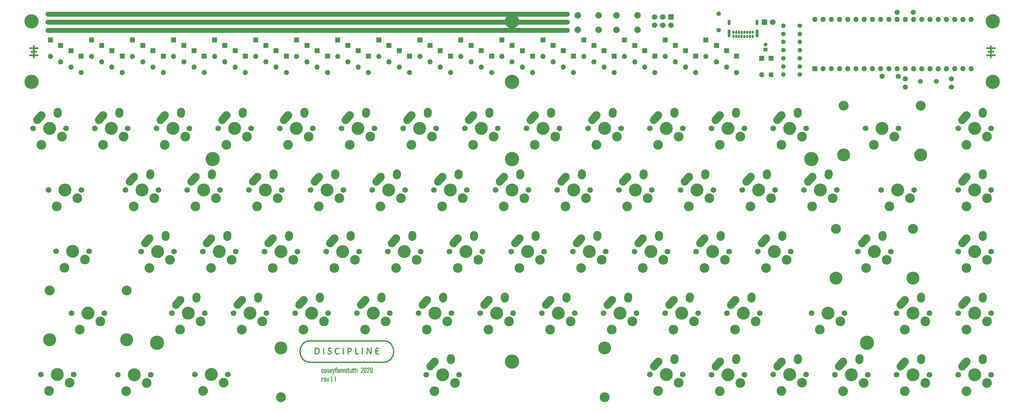
<source format=gts>
G04 #@! TF.GenerationSoftware,KiCad,Pcbnew,5.1.10-88a1d61d58~90~ubuntu20.04.1*
G04 #@! TF.CreationDate,2021-10-08T00:04:58+03:00*
G04 #@! TF.ProjectId,discipline-pcb,64697363-6970-46c6-996e-652d7063622e,rev?*
G04 #@! TF.SameCoordinates,Original*
G04 #@! TF.FileFunction,Soldermask,Top*
G04 #@! TF.FilePolarity,Negative*
%FSLAX46Y46*%
G04 Gerber Fmt 4.6, Leading zero omitted, Abs format (unit mm)*
G04 Created by KiCad (PCBNEW 5.1.10-88a1d61d58~90~ubuntu20.04.1) date 2021-10-08 00:04:58*
%MOMM*%
%LPD*%
G01*
G04 APERTURE LIST*
%ADD10C,1.500000*%
%ADD11C,0.150000*%
%ADD12C,0.010000*%
%ADD13C,0.400000*%
%ADD14C,3.000000*%
%ADD15C,1.750000*%
%ADD16C,4.000000*%
%ADD17C,3.050000*%
%ADD18C,2.500000*%
%ADD19R,1.600000X1.600000*%
%ADD20O,1.600000X1.600000*%
%ADD21C,1.600000*%
%ADD22R,1.200000X1.200000*%
%ADD23C,1.200000*%
%ADD24O,1.400000X1.400000*%
%ADD25C,1.400000*%
%ADD26C,4.400000*%
%ADD27R,1.700000X1.700000*%
%ADD28C,1.700000*%
%ADD29C,1.500000*%
%ADD30C,1.800000*%
%ADD31R,1.800000X1.800000*%
%ADD32O,0.650000X1.000000*%
%ADD33O,0.900000X2.400000*%
%ADD34O,0.900000X1.700000*%
%ADD35C,2.000000*%
%ADD36C,3.048000*%
%ADD37C,3.987800*%
G04 APERTURE END LIST*
D10*
X223254308Y-59503020D02*
X62883004Y-59503020D01*
X223254308Y-61986290D02*
X62883004Y-61986290D01*
X223254308Y-64469560D02*
X62883004Y-64469560D01*
D11*
X151085196Y-172974204D02*
G75*
G03*
X151085196Y-172974204I-56796J0D01*
G01*
D12*
G36*
X151658972Y-173101000D02*
G01*
X151496694Y-173101000D01*
X151496694Y-171634029D01*
X151362156Y-171718413D01*
X151322503Y-171743230D01*
X151286246Y-171765819D01*
X151255305Y-171784992D01*
X151231600Y-171799561D01*
X151217050Y-171808340D01*
X151213990Y-171810091D01*
X151208210Y-171812505D01*
X151204354Y-171810962D01*
X151202040Y-171803315D01*
X151200888Y-171787416D01*
X151200515Y-171761116D01*
X151200515Y-171734234D01*
X151200670Y-171651083D01*
X151315383Y-171575236D01*
X151430095Y-171499388D01*
X151658972Y-171499388D01*
X151658972Y-173101000D01*
G37*
X151658972Y-173101000D02*
X151496694Y-173101000D01*
X151496694Y-171634029D01*
X151362156Y-171718413D01*
X151322503Y-171743230D01*
X151286246Y-171765819D01*
X151255305Y-171784992D01*
X151231600Y-171799561D01*
X151217050Y-171808340D01*
X151213990Y-171810091D01*
X151208210Y-171812505D01*
X151204354Y-171810962D01*
X151202040Y-171803315D01*
X151200888Y-171787416D01*
X151200515Y-171761116D01*
X151200515Y-171734234D01*
X151200670Y-171651083D01*
X151315383Y-171575236D01*
X151430095Y-171499388D01*
X151658972Y-171499388D01*
X151658972Y-173101000D01*
G36*
X148438439Y-171939035D02*
G01*
X148471606Y-171942554D01*
X148504768Y-171947851D01*
X148531151Y-171953828D01*
X148532788Y-171954310D01*
X148580620Y-171974735D01*
X148626988Y-172005329D01*
X148667078Y-172042553D01*
X148686635Y-172067361D01*
X148704974Y-172097070D01*
X148719797Y-172127896D01*
X148731438Y-172161691D01*
X148740229Y-172200304D01*
X148746503Y-172245586D01*
X148750593Y-172299387D01*
X148752830Y-172363557D01*
X148753549Y-172439541D01*
X148753688Y-172593000D01*
X148231577Y-172593000D01*
X148231577Y-172697552D01*
X148232410Y-172752171D01*
X148235277Y-172795424D01*
X148240734Y-172829978D01*
X148249336Y-172858500D01*
X148261636Y-172883658D01*
X148274262Y-172902809D01*
X148305177Y-172934285D01*
X148344787Y-172955098D01*
X148393507Y-172965430D01*
X148422077Y-172966720D01*
X148474696Y-172961517D01*
X148517750Y-172945964D01*
X148551465Y-172919864D01*
X148576069Y-172883021D01*
X148591788Y-172835237D01*
X148595068Y-172817013D01*
X148600068Y-172783500D01*
X148753688Y-172783500D01*
X148753688Y-172817295D01*
X148751756Y-172844151D01*
X148746824Y-172875304D01*
X148743139Y-172891593D01*
X148720553Y-172953800D01*
X148687791Y-173006235D01*
X148644948Y-173048804D01*
X148592114Y-173081412D01*
X148535986Y-173102196D01*
X148496514Y-173109795D01*
X148449075Y-173113867D01*
X148398981Y-173114371D01*
X148351543Y-173111264D01*
X148312070Y-173104506D01*
X148309927Y-173103945D01*
X148248237Y-173080413D01*
X148194451Y-173045500D01*
X148149280Y-172999964D01*
X148113434Y-172944563D01*
X148087624Y-172880055D01*
X148082451Y-172861111D01*
X148079759Y-172842720D01*
X148077469Y-172812191D01*
X148075583Y-172771479D01*
X148074099Y-172722542D01*
X148073017Y-172667333D01*
X148072338Y-172607810D01*
X148072060Y-172545928D01*
X148072184Y-172483643D01*
X148072520Y-172444833D01*
X148230311Y-172444833D01*
X148592889Y-172444833D01*
X148590025Y-172333708D01*
X148588706Y-172290291D01*
X148587079Y-172258200D01*
X148584771Y-172234648D01*
X148581412Y-172216850D01*
X148576629Y-172202021D01*
X148570662Y-172188627D01*
X148545213Y-172146262D01*
X148515209Y-172116464D01*
X148478641Y-172097977D01*
X148433502Y-172089544D01*
X148410972Y-172088695D01*
X148380849Y-172089165D01*
X148359742Y-172091571D01*
X148342576Y-172097092D01*
X148324277Y-172106903D01*
X148319250Y-172109967D01*
X148298023Y-172125125D01*
X148281594Y-172142891D01*
X148266084Y-172167822D01*
X148259800Y-172179779D01*
X148250398Y-172198558D01*
X148243696Y-172214105D01*
X148239172Y-172229433D01*
X148236305Y-172247560D01*
X148234574Y-172271500D01*
X148233457Y-172304269D01*
X148232708Y-172336492D01*
X148230311Y-172444833D01*
X148072520Y-172444833D01*
X148072710Y-172422910D01*
X148073637Y-172365687D01*
X148074965Y-172313927D01*
X148076694Y-172269589D01*
X148078823Y-172234626D01*
X148081353Y-172210996D01*
X148082529Y-172204944D01*
X148106366Y-172133599D01*
X148139323Y-172072741D01*
X148180925Y-172022727D01*
X148230695Y-171983910D01*
X148288157Y-171956649D01*
X148352835Y-171941298D01*
X148424252Y-171938213D01*
X148438439Y-171939035D01*
G37*
X148438439Y-171939035D02*
X148471606Y-171942554D01*
X148504768Y-171947851D01*
X148531151Y-171953828D01*
X148532788Y-171954310D01*
X148580620Y-171974735D01*
X148626988Y-172005329D01*
X148667078Y-172042553D01*
X148686635Y-172067361D01*
X148704974Y-172097070D01*
X148719797Y-172127896D01*
X148731438Y-172161691D01*
X148740229Y-172200304D01*
X148746503Y-172245586D01*
X148750593Y-172299387D01*
X148752830Y-172363557D01*
X148753549Y-172439541D01*
X148753688Y-172593000D01*
X148231577Y-172593000D01*
X148231577Y-172697552D01*
X148232410Y-172752171D01*
X148235277Y-172795424D01*
X148240734Y-172829978D01*
X148249336Y-172858500D01*
X148261636Y-172883658D01*
X148274262Y-172902809D01*
X148305177Y-172934285D01*
X148344787Y-172955098D01*
X148393507Y-172965430D01*
X148422077Y-172966720D01*
X148474696Y-172961517D01*
X148517750Y-172945964D01*
X148551465Y-172919864D01*
X148576069Y-172883021D01*
X148591788Y-172835237D01*
X148595068Y-172817013D01*
X148600068Y-172783500D01*
X148753688Y-172783500D01*
X148753688Y-172817295D01*
X148751756Y-172844151D01*
X148746824Y-172875304D01*
X148743139Y-172891593D01*
X148720553Y-172953800D01*
X148687791Y-173006235D01*
X148644948Y-173048804D01*
X148592114Y-173081412D01*
X148535986Y-173102196D01*
X148496514Y-173109795D01*
X148449075Y-173113867D01*
X148398981Y-173114371D01*
X148351543Y-173111264D01*
X148312070Y-173104506D01*
X148309927Y-173103945D01*
X148248237Y-173080413D01*
X148194451Y-173045500D01*
X148149280Y-172999964D01*
X148113434Y-172944563D01*
X148087624Y-172880055D01*
X148082451Y-172861111D01*
X148079759Y-172842720D01*
X148077469Y-172812191D01*
X148075583Y-172771479D01*
X148074099Y-172722542D01*
X148073017Y-172667333D01*
X148072338Y-172607810D01*
X148072060Y-172545928D01*
X148072184Y-172483643D01*
X148072520Y-172444833D01*
X148230311Y-172444833D01*
X148592889Y-172444833D01*
X148590025Y-172333708D01*
X148588706Y-172290291D01*
X148587079Y-172258200D01*
X148584771Y-172234648D01*
X148581412Y-172216850D01*
X148576629Y-172202021D01*
X148570662Y-172188627D01*
X148545213Y-172146262D01*
X148515209Y-172116464D01*
X148478641Y-172097977D01*
X148433502Y-172089544D01*
X148410972Y-172088695D01*
X148380849Y-172089165D01*
X148359742Y-172091571D01*
X148342576Y-172097092D01*
X148324277Y-172106903D01*
X148319250Y-172109967D01*
X148298023Y-172125125D01*
X148281594Y-172142891D01*
X148266084Y-172167822D01*
X148259800Y-172179779D01*
X148250398Y-172198558D01*
X148243696Y-172214105D01*
X148239172Y-172229433D01*
X148236305Y-172247560D01*
X148234574Y-172271500D01*
X148233457Y-172304269D01*
X148232708Y-172336492D01*
X148230311Y-172444833D01*
X148072520Y-172444833D01*
X148072710Y-172422910D01*
X148073637Y-172365687D01*
X148074965Y-172313927D01*
X148076694Y-172269589D01*
X148078823Y-172234626D01*
X148081353Y-172210996D01*
X148082529Y-172204944D01*
X148106366Y-172133599D01*
X148139323Y-172072741D01*
X148180925Y-172022727D01*
X148230695Y-171983910D01*
X148288157Y-171956649D01*
X148352835Y-171941298D01*
X148424252Y-171938213D01*
X148438439Y-171939035D01*
G36*
X147907022Y-172085000D02*
G01*
X147880563Y-172085053D01*
X147817144Y-172090536D01*
X147756122Y-172105947D01*
X147699738Y-172130113D01*
X147650231Y-172161862D01*
X147609844Y-172200023D01*
X147581876Y-172241314D01*
X147574620Y-172255873D01*
X147568459Y-172269737D01*
X147563302Y-172284152D01*
X147559061Y-172300362D01*
X147555645Y-172319614D01*
X147552965Y-172343154D01*
X147550931Y-172372227D01*
X147549454Y-172408080D01*
X147548443Y-172451959D01*
X147547809Y-172505108D01*
X147547462Y-172568774D01*
X147547312Y-172644203D01*
X147547272Y-172721763D01*
X147547188Y-173101000D01*
X147384911Y-173101000D01*
X147384911Y-171958000D01*
X147547188Y-171958000D01*
X147547188Y-172114006D01*
X147591877Y-172069516D01*
X147653526Y-172017476D01*
X147720973Y-171978152D01*
X147793696Y-171951798D01*
X147861321Y-171939566D01*
X147907022Y-171934884D01*
X147907022Y-172085000D01*
G37*
X147907022Y-172085000D02*
X147880563Y-172085053D01*
X147817144Y-172090536D01*
X147756122Y-172105947D01*
X147699738Y-172130113D01*
X147650231Y-172161862D01*
X147609844Y-172200023D01*
X147581876Y-172241314D01*
X147574620Y-172255873D01*
X147568459Y-172269737D01*
X147563302Y-172284152D01*
X147559061Y-172300362D01*
X147555645Y-172319614D01*
X147552965Y-172343154D01*
X147550931Y-172372227D01*
X147549454Y-172408080D01*
X147548443Y-172451959D01*
X147547809Y-172505108D01*
X147547462Y-172568774D01*
X147547312Y-172644203D01*
X147547272Y-172721763D01*
X147547188Y-173101000D01*
X147384911Y-173101000D01*
X147384911Y-171958000D01*
X147547188Y-171958000D01*
X147547188Y-172114006D01*
X147591877Y-172069516D01*
X147653526Y-172017476D01*
X147720973Y-171978152D01*
X147793696Y-171951798D01*
X147861321Y-171939566D01*
X147907022Y-171934884D01*
X147907022Y-172085000D01*
G36*
X149639535Y-171958173D02*
G01*
X149662567Y-171958930D01*
X149675965Y-171960628D01*
X149681966Y-171963620D01*
X149682807Y-171968264D01*
X149682296Y-171970347D01*
X149679869Y-171978949D01*
X149673963Y-172000092D01*
X149664872Y-172032718D01*
X149652889Y-172075773D01*
X149638308Y-172128198D01*
X149621423Y-172188938D01*
X149602527Y-172256936D01*
X149581916Y-172331134D01*
X149559881Y-172410478D01*
X149536718Y-172493909D01*
X149529776Y-172518916D01*
X149506242Y-172603661D01*
X149483671Y-172684857D01*
X149462367Y-172761421D01*
X149442633Y-172832268D01*
X149424770Y-172896315D01*
X149409082Y-172952477D01*
X149395871Y-172999669D01*
X149385440Y-173036808D01*
X149378092Y-173062809D01*
X149374129Y-173076588D01*
X149373680Y-173078069D01*
X149366427Y-173101000D01*
X149220449Y-173101000D01*
X149213111Y-173078069D01*
X149209423Y-173065703D01*
X149202439Y-173041463D01*
X149192504Y-173006585D01*
X149179964Y-172962302D01*
X149165163Y-172909851D01*
X149148448Y-172850466D01*
X149130162Y-172785382D01*
X149110651Y-172715834D01*
X149090261Y-172643057D01*
X149069335Y-172568285D01*
X149048220Y-172492754D01*
X149027261Y-172417698D01*
X149006802Y-172344353D01*
X148987189Y-172273953D01*
X148968766Y-172207733D01*
X148951880Y-172146929D01*
X148936874Y-172092775D01*
X148924095Y-172046505D01*
X148913887Y-172009356D01*
X148906595Y-171982561D01*
X148902565Y-171967356D01*
X148901855Y-171964295D01*
X148908445Y-171961816D01*
X148926360Y-171959797D01*
X148952814Y-171958454D01*
X148982994Y-171958000D01*
X149014939Y-171958227D01*
X149040964Y-171958844D01*
X149058281Y-171959755D01*
X149064133Y-171960794D01*
X149065820Y-171968149D01*
X149070647Y-171987751D01*
X149078262Y-172018219D01*
X149088313Y-172058170D01*
X149100446Y-172106222D01*
X149114311Y-172160992D01*
X149129556Y-172221098D01*
X149145827Y-172285158D01*
X149162773Y-172351790D01*
X149180042Y-172419610D01*
X149197281Y-172487237D01*
X149214139Y-172553289D01*
X149230263Y-172616382D01*
X149245302Y-172675135D01*
X149258902Y-172728164D01*
X149270712Y-172774089D01*
X149280381Y-172811526D01*
X149287554Y-172839093D01*
X149291881Y-172855408D01*
X149293048Y-172859430D01*
X149295031Y-172853113D01*
X149300156Y-172834266D01*
X149308126Y-172804044D01*
X149318644Y-172763604D01*
X149331410Y-172714099D01*
X149346128Y-172656687D01*
X149362499Y-172592522D01*
X149380226Y-172522760D01*
X149399011Y-172448557D01*
X149402159Y-172436097D01*
X149421305Y-172360294D01*
X149439579Y-172287970D01*
X149456661Y-172220386D01*
X149472233Y-172158802D01*
X149485975Y-172104478D01*
X149497569Y-172058674D01*
X149506696Y-172022651D01*
X149513038Y-171997667D01*
X149516275Y-171984984D01*
X149516412Y-171984458D01*
X149523288Y-171958000D01*
X149604630Y-171958000D01*
X149639535Y-171958173D01*
G37*
X149639535Y-171958173D02*
X149662567Y-171958930D01*
X149675965Y-171960628D01*
X149681966Y-171963620D01*
X149682807Y-171968264D01*
X149682296Y-171970347D01*
X149679869Y-171978949D01*
X149673963Y-172000092D01*
X149664872Y-172032718D01*
X149652889Y-172075773D01*
X149638308Y-172128198D01*
X149621423Y-172188938D01*
X149602527Y-172256936D01*
X149581916Y-172331134D01*
X149559881Y-172410478D01*
X149536718Y-172493909D01*
X149529776Y-172518916D01*
X149506242Y-172603661D01*
X149483671Y-172684857D01*
X149462367Y-172761421D01*
X149442633Y-172832268D01*
X149424770Y-172896315D01*
X149409082Y-172952477D01*
X149395871Y-172999669D01*
X149385440Y-173036808D01*
X149378092Y-173062809D01*
X149374129Y-173076588D01*
X149373680Y-173078069D01*
X149366427Y-173101000D01*
X149220449Y-173101000D01*
X149213111Y-173078069D01*
X149209423Y-173065703D01*
X149202439Y-173041463D01*
X149192504Y-173006585D01*
X149179964Y-172962302D01*
X149165163Y-172909851D01*
X149148448Y-172850466D01*
X149130162Y-172785382D01*
X149110651Y-172715834D01*
X149090261Y-172643057D01*
X149069335Y-172568285D01*
X149048220Y-172492754D01*
X149027261Y-172417698D01*
X149006802Y-172344353D01*
X148987189Y-172273953D01*
X148968766Y-172207733D01*
X148951880Y-172146929D01*
X148936874Y-172092775D01*
X148924095Y-172046505D01*
X148913887Y-172009356D01*
X148906595Y-171982561D01*
X148902565Y-171967356D01*
X148901855Y-171964295D01*
X148908445Y-171961816D01*
X148926360Y-171959797D01*
X148952814Y-171958454D01*
X148982994Y-171958000D01*
X149014939Y-171958227D01*
X149040964Y-171958844D01*
X149058281Y-171959755D01*
X149064133Y-171960794D01*
X149065820Y-171968149D01*
X149070647Y-171987751D01*
X149078262Y-172018219D01*
X149088313Y-172058170D01*
X149100446Y-172106222D01*
X149114311Y-172160992D01*
X149129556Y-172221098D01*
X149145827Y-172285158D01*
X149162773Y-172351790D01*
X149180042Y-172419610D01*
X149197281Y-172487237D01*
X149214139Y-172553289D01*
X149230263Y-172616382D01*
X149245302Y-172675135D01*
X149258902Y-172728164D01*
X149270712Y-172774089D01*
X149280381Y-172811526D01*
X149287554Y-172839093D01*
X149291881Y-172855408D01*
X149293048Y-172859430D01*
X149295031Y-172853113D01*
X149300156Y-172834266D01*
X149308126Y-172804044D01*
X149318644Y-172763604D01*
X149331410Y-172714099D01*
X149346128Y-172656687D01*
X149362499Y-172592522D01*
X149380226Y-172522760D01*
X149399011Y-172448557D01*
X149402159Y-172436097D01*
X149421305Y-172360294D01*
X149439579Y-172287970D01*
X149456661Y-172220386D01*
X149472233Y-172158802D01*
X149485975Y-172104478D01*
X149497569Y-172058674D01*
X149506696Y-172022651D01*
X149513038Y-171997667D01*
X149516275Y-171984984D01*
X149516412Y-171984458D01*
X149523288Y-171958000D01*
X149604630Y-171958000D01*
X149639535Y-171958173D01*
G36*
X150559911Y-173101000D02*
G01*
X150397633Y-173101000D01*
X150397633Y-171634029D01*
X150263095Y-171718413D01*
X150223442Y-171743230D01*
X150187185Y-171765819D01*
X150156244Y-171784992D01*
X150132539Y-171799561D01*
X150117989Y-171808340D01*
X150114929Y-171810091D01*
X150109149Y-171812505D01*
X150105293Y-171810962D01*
X150102979Y-171803315D01*
X150101827Y-171787416D01*
X150101454Y-171761116D01*
X150101454Y-171734234D01*
X150101609Y-171651083D01*
X150216322Y-171575236D01*
X150331034Y-171499388D01*
X150559911Y-171499388D01*
X150559911Y-173101000D01*
G37*
X150559911Y-173101000D02*
X150397633Y-173101000D01*
X150397633Y-171634029D01*
X150263095Y-171718413D01*
X150223442Y-171743230D01*
X150187185Y-171765819D01*
X150156244Y-171784992D01*
X150132539Y-171799561D01*
X150117989Y-171808340D01*
X150114929Y-171810091D01*
X150109149Y-171812505D01*
X150105293Y-171810962D01*
X150102979Y-171803315D01*
X150101827Y-171787416D01*
X150101454Y-171761116D01*
X150101454Y-171734234D01*
X150101609Y-171651083D01*
X150216322Y-171575236D01*
X150331034Y-171499388D01*
X150559911Y-171499388D01*
X150559911Y-173101000D01*
G36*
X158311991Y-168981966D02*
G01*
X158149714Y-168981966D01*
X158149714Y-168826744D01*
X158311991Y-168826744D01*
X158311991Y-168981966D01*
G37*
X158311991Y-168981966D02*
X158149714Y-168981966D01*
X158149714Y-168826744D01*
X158311991Y-168826744D01*
X158311991Y-168981966D01*
G36*
X155165214Y-168981966D02*
G01*
X155002936Y-168981966D01*
X155002936Y-168826744D01*
X155165214Y-168826744D01*
X155165214Y-168981966D01*
G37*
X155165214Y-168981966D02*
X155002936Y-168981966D01*
X155002936Y-168826744D01*
X155165214Y-168826744D01*
X155165214Y-168981966D01*
G36*
X161770308Y-168749337D02*
G01*
X161814438Y-168752544D01*
X161851045Y-168758314D01*
X161856880Y-168759737D01*
X161921243Y-168783189D01*
X161976074Y-168816959D01*
X162021232Y-168860833D01*
X162056579Y-168914599D01*
X162081974Y-168978043D01*
X162097276Y-169050951D01*
X162102345Y-169133110D01*
X162102344Y-169133661D01*
X162097593Y-169215673D01*
X162083245Y-169297453D01*
X162058700Y-169381200D01*
X162023362Y-169469111D01*
X161994703Y-169528772D01*
X161981873Y-169552785D01*
X161962521Y-169587309D01*
X161937537Y-169630849D01*
X161907812Y-169681907D01*
X161874235Y-169738988D01*
X161837698Y-169800595D01*
X161799090Y-169865233D01*
X161759302Y-169931405D01*
X161719224Y-169997615D01*
X161679747Y-170062366D01*
X161641761Y-170124163D01*
X161608420Y-170177883D01*
X161586405Y-170213161D01*
X161843615Y-170215011D01*
X162100825Y-170216862D01*
X162100825Y-170364855D01*
X161388214Y-170364855D01*
X161388214Y-170233543D01*
X161586740Y-169898796D01*
X161625643Y-169833021D01*
X161663697Y-169768344D01*
X161700038Y-169706253D01*
X161733803Y-169648242D01*
X161764127Y-169595800D01*
X161790147Y-169550418D01*
X161810998Y-169513587D01*
X161825817Y-169486799D01*
X161829782Y-169479383D01*
X161871572Y-169391925D01*
X161903167Y-169308309D01*
X161924440Y-169229386D01*
X161935260Y-169156005D01*
X161935498Y-169089016D01*
X161925027Y-169029271D01*
X161905415Y-168980678D01*
X161879151Y-168942641D01*
X161847392Y-168916483D01*
X161808326Y-168901179D01*
X161760137Y-168895703D01*
X161755103Y-168895657D01*
X161707758Y-168899874D01*
X161668487Y-168913691D01*
X161633805Y-168938612D01*
X161617844Y-168954873D01*
X161591007Y-168991042D01*
X161571005Y-169033251D01*
X161556861Y-169084088D01*
X161548378Y-169138952D01*
X161540616Y-169207744D01*
X161379032Y-169207744D01*
X161383347Y-169135425D01*
X161392004Y-169060926D01*
X161408333Y-168991555D01*
X161431447Y-168930935D01*
X161435093Y-168923513D01*
X161465611Y-168876511D01*
X161506218Y-168833458D01*
X161553623Y-168796965D01*
X161604538Y-168769645D01*
X161646069Y-168756037D01*
X161680795Y-168750990D01*
X161723984Y-168748788D01*
X161770308Y-168749337D01*
G37*
X161770308Y-168749337D02*
X161814438Y-168752544D01*
X161851045Y-168758314D01*
X161856880Y-168759737D01*
X161921243Y-168783189D01*
X161976074Y-168816959D01*
X162021232Y-168860833D01*
X162056579Y-168914599D01*
X162081974Y-168978043D01*
X162097276Y-169050951D01*
X162102345Y-169133110D01*
X162102344Y-169133661D01*
X162097593Y-169215673D01*
X162083245Y-169297453D01*
X162058700Y-169381200D01*
X162023362Y-169469111D01*
X161994703Y-169528772D01*
X161981873Y-169552785D01*
X161962521Y-169587309D01*
X161937537Y-169630849D01*
X161907812Y-169681907D01*
X161874235Y-169738988D01*
X161837698Y-169800595D01*
X161799090Y-169865233D01*
X161759302Y-169931405D01*
X161719224Y-169997615D01*
X161679747Y-170062366D01*
X161641761Y-170124163D01*
X161608420Y-170177883D01*
X161586405Y-170213161D01*
X161843615Y-170215011D01*
X162100825Y-170216862D01*
X162100825Y-170364855D01*
X161388214Y-170364855D01*
X161388214Y-170233543D01*
X161586740Y-169898796D01*
X161625643Y-169833021D01*
X161663697Y-169768344D01*
X161700038Y-169706253D01*
X161733803Y-169648242D01*
X161764127Y-169595800D01*
X161790147Y-169550418D01*
X161810998Y-169513587D01*
X161825817Y-169486799D01*
X161829782Y-169479383D01*
X161871572Y-169391925D01*
X161903167Y-169308309D01*
X161924440Y-169229386D01*
X161935260Y-169156005D01*
X161935498Y-169089016D01*
X161925027Y-169029271D01*
X161905415Y-168980678D01*
X161879151Y-168942641D01*
X161847392Y-168916483D01*
X161808326Y-168901179D01*
X161760137Y-168895703D01*
X161755103Y-168895657D01*
X161707758Y-168899874D01*
X161668487Y-168913691D01*
X161633805Y-168938612D01*
X161617844Y-168954873D01*
X161591007Y-168991042D01*
X161571005Y-169033251D01*
X161556861Y-169084088D01*
X161548378Y-169138952D01*
X161540616Y-169207744D01*
X161379032Y-169207744D01*
X161383347Y-169135425D01*
X161392004Y-169060926D01*
X161408333Y-168991555D01*
X161431447Y-168930935D01*
X161435093Y-168923513D01*
X161465611Y-168876511D01*
X161506218Y-168833458D01*
X161553623Y-168796965D01*
X161604538Y-168769645D01*
X161646069Y-168756037D01*
X161680795Y-168750990D01*
X161723984Y-168748788D01*
X161770308Y-168749337D01*
G36*
X159926444Y-168749187D02*
G01*
X159970574Y-168752237D01*
X160007754Y-168757911D01*
X160015333Y-168759725D01*
X160079964Y-168783249D01*
X160135113Y-168817225D01*
X160180779Y-168861648D01*
X160216958Y-168916517D01*
X160243647Y-168981827D01*
X160249718Y-169003133D01*
X160256833Y-169042923D01*
X160260673Y-169091925D01*
X160261249Y-169145625D01*
X160258569Y-169199512D01*
X160252643Y-169249073D01*
X160249146Y-169267716D01*
X160240586Y-169305020D01*
X160230912Y-169341003D01*
X160219542Y-169376842D01*
X160205893Y-169413715D01*
X160189383Y-169452799D01*
X160169429Y-169495270D01*
X160145450Y-169542305D01*
X160116862Y-169595083D01*
X160083083Y-169654778D01*
X160043530Y-169722569D01*
X159997622Y-169799633D01*
X159944776Y-169887146D01*
X159933179Y-169906244D01*
X159746654Y-170213161D01*
X160002989Y-170215011D01*
X160259325Y-170216862D01*
X160259325Y-170364855D01*
X159546714Y-170364855D01*
X159546776Y-170234327D01*
X159755600Y-169881550D01*
X159795109Y-169814609D01*
X159833492Y-169749207D01*
X159869951Y-169686724D01*
X159903691Y-169628544D01*
X159933913Y-169576048D01*
X159959821Y-169530619D01*
X159980619Y-169493639D01*
X159995509Y-169466490D01*
X160001683Y-169454688D01*
X160039290Y-169372045D01*
X160067721Y-169292417D01*
X160086563Y-169217393D01*
X160095404Y-169148562D01*
X160094773Y-169096393D01*
X160089313Y-169052823D01*
X160080920Y-169018484D01*
X160068075Y-168988566D01*
X160052760Y-168963372D01*
X160022874Y-168929531D01*
X159986309Y-168907506D01*
X159941936Y-168896739D01*
X159915202Y-168895404D01*
X159867848Y-168899573D01*
X159828911Y-168912703D01*
X159794809Y-168936327D01*
X159776344Y-168954873D01*
X159750912Y-168988680D01*
X159731788Y-169027597D01*
X159717920Y-169074429D01*
X159708251Y-169131978D01*
X159707541Y-169137863D01*
X159699342Y-169207744D01*
X159539658Y-169207744D01*
X159539751Y-169160119D01*
X159542712Y-169113914D01*
X159550677Y-169062324D01*
X159562508Y-169010526D01*
X159577067Y-168963693D01*
X159589316Y-168934490D01*
X159623494Y-168879398D01*
X159667272Y-168831621D01*
X159718339Y-168793071D01*
X159774384Y-168765663D01*
X159804241Y-168756566D01*
X159838090Y-168751274D01*
X159880554Y-168748840D01*
X159926444Y-168749187D01*
G37*
X159926444Y-168749187D02*
X159970574Y-168752237D01*
X160007754Y-168757911D01*
X160015333Y-168759725D01*
X160079964Y-168783249D01*
X160135113Y-168817225D01*
X160180779Y-168861648D01*
X160216958Y-168916517D01*
X160243647Y-168981827D01*
X160249718Y-169003133D01*
X160256833Y-169042923D01*
X160260673Y-169091925D01*
X160261249Y-169145625D01*
X160258569Y-169199512D01*
X160252643Y-169249073D01*
X160249146Y-169267716D01*
X160240586Y-169305020D01*
X160230912Y-169341003D01*
X160219542Y-169376842D01*
X160205893Y-169413715D01*
X160189383Y-169452799D01*
X160169429Y-169495270D01*
X160145450Y-169542305D01*
X160116862Y-169595083D01*
X160083083Y-169654778D01*
X160043530Y-169722569D01*
X159997622Y-169799633D01*
X159944776Y-169887146D01*
X159933179Y-169906244D01*
X159746654Y-170213161D01*
X160002989Y-170215011D01*
X160259325Y-170216862D01*
X160259325Y-170364855D01*
X159546714Y-170364855D01*
X159546776Y-170234327D01*
X159755600Y-169881550D01*
X159795109Y-169814609D01*
X159833492Y-169749207D01*
X159869951Y-169686724D01*
X159903691Y-169628544D01*
X159933913Y-169576048D01*
X159959821Y-169530619D01*
X159980619Y-169493639D01*
X159995509Y-169466490D01*
X160001683Y-169454688D01*
X160039290Y-169372045D01*
X160067721Y-169292417D01*
X160086563Y-169217393D01*
X160095404Y-169148562D01*
X160094773Y-169096393D01*
X160089313Y-169052823D01*
X160080920Y-169018484D01*
X160068075Y-168988566D01*
X160052760Y-168963372D01*
X160022874Y-168929531D01*
X159986309Y-168907506D01*
X159941936Y-168896739D01*
X159915202Y-168895404D01*
X159867848Y-168899573D01*
X159828911Y-168912703D01*
X159794809Y-168936327D01*
X159776344Y-168954873D01*
X159750912Y-168988680D01*
X159731788Y-169027597D01*
X159717920Y-169074429D01*
X159708251Y-169131978D01*
X159707541Y-169137863D01*
X159699342Y-169207744D01*
X159539658Y-169207744D01*
X159539751Y-169160119D01*
X159542712Y-169113914D01*
X159550677Y-169062324D01*
X159562508Y-169010526D01*
X159577067Y-168963693D01*
X159589316Y-168934490D01*
X159623494Y-168879398D01*
X159667272Y-168831621D01*
X159718339Y-168793071D01*
X159774384Y-168765663D01*
X159804241Y-168756566D01*
X159838090Y-168751274D01*
X159880554Y-168748840D01*
X159926444Y-168749187D01*
G36*
X158311991Y-170364855D02*
G01*
X158149714Y-170364855D01*
X158149714Y-169221855D01*
X158311991Y-169221855D01*
X158311991Y-170364855D01*
G37*
X158311991Y-170364855D02*
X158149714Y-170364855D01*
X158149714Y-169221855D01*
X158311991Y-169221855D01*
X158311991Y-170364855D01*
G36*
X155165214Y-170364855D02*
G01*
X155002936Y-170364855D01*
X155002936Y-169221855D01*
X155165214Y-169221855D01*
X155165214Y-170364855D01*
G37*
X155165214Y-170364855D02*
X155002936Y-170364855D01*
X155002936Y-169221855D01*
X155165214Y-169221855D01*
X155165214Y-170364855D01*
G36*
X154533741Y-169210793D02*
G01*
X154589133Y-169229516D01*
X154635333Y-169257883D01*
X154672766Y-169296417D01*
X154701851Y-169345646D01*
X154723012Y-169406094D01*
X154734147Y-169460467D01*
X154735979Y-169479989D01*
X154737578Y-169513173D01*
X154738936Y-169559568D01*
X154740046Y-169618727D01*
X154740902Y-169690199D01*
X154741495Y-169773538D01*
X154741818Y-169868293D01*
X154741880Y-169937582D01*
X154741880Y-170364855D01*
X154579603Y-170364855D01*
X154579603Y-169934063D01*
X154579472Y-169830554D01*
X154579082Y-169739681D01*
X154578437Y-169661662D01*
X154577540Y-169596719D01*
X154576394Y-169545069D01*
X154575004Y-169506935D01*
X154573373Y-169482534D01*
X154572076Y-169473688D01*
X154554318Y-169429261D01*
X154526278Y-169394370D01*
X154488332Y-169369302D01*
X154440857Y-169354345D01*
X154411033Y-169350547D01*
X154359359Y-169351612D01*
X154313672Y-169362066D01*
X154276353Y-169381241D01*
X154263213Y-169392250D01*
X154250849Y-169404852D01*
X154240170Y-169417484D01*
X154231050Y-169431230D01*
X154223369Y-169447176D01*
X154217002Y-169466408D01*
X154211828Y-169490013D01*
X154207722Y-169519075D01*
X154204563Y-169554681D01*
X154202228Y-169597916D01*
X154200593Y-169649867D01*
X154199536Y-169711619D01*
X154198934Y-169784257D01*
X154198663Y-169868869D01*
X154198603Y-169963309D01*
X154198603Y-170364855D01*
X154043380Y-170364855D01*
X154043380Y-169221855D01*
X154196839Y-169221855D01*
X154201248Y-169243904D01*
X154203688Y-169263298D01*
X154205289Y-169289833D01*
X154205658Y-169308785D01*
X154205658Y-169351618D01*
X154225588Y-169320250D01*
X154262358Y-169274963D01*
X154307792Y-169240022D01*
X154360426Y-169215947D01*
X154418797Y-169203258D01*
X154481440Y-169202476D01*
X154533741Y-169210793D01*
G37*
X154533741Y-169210793D02*
X154589133Y-169229516D01*
X154635333Y-169257883D01*
X154672766Y-169296417D01*
X154701851Y-169345646D01*
X154723012Y-169406094D01*
X154734147Y-169460467D01*
X154735979Y-169479989D01*
X154737578Y-169513173D01*
X154738936Y-169559568D01*
X154740046Y-169618727D01*
X154740902Y-169690199D01*
X154741495Y-169773538D01*
X154741818Y-169868293D01*
X154741880Y-169937582D01*
X154741880Y-170364855D01*
X154579603Y-170364855D01*
X154579603Y-169934063D01*
X154579472Y-169830554D01*
X154579082Y-169739681D01*
X154578437Y-169661662D01*
X154577540Y-169596719D01*
X154576394Y-169545069D01*
X154575004Y-169506935D01*
X154573373Y-169482534D01*
X154572076Y-169473688D01*
X154554318Y-169429261D01*
X154526278Y-169394370D01*
X154488332Y-169369302D01*
X154440857Y-169354345D01*
X154411033Y-169350547D01*
X154359359Y-169351612D01*
X154313672Y-169362066D01*
X154276353Y-169381241D01*
X154263213Y-169392250D01*
X154250849Y-169404852D01*
X154240170Y-169417484D01*
X154231050Y-169431230D01*
X154223369Y-169447176D01*
X154217002Y-169466408D01*
X154211828Y-169490013D01*
X154207722Y-169519075D01*
X154204563Y-169554681D01*
X154202228Y-169597916D01*
X154200593Y-169649867D01*
X154199536Y-169711619D01*
X154198934Y-169784257D01*
X154198663Y-169868869D01*
X154198603Y-169963309D01*
X154198603Y-170364855D01*
X154043380Y-170364855D01*
X154043380Y-169221855D01*
X154196839Y-169221855D01*
X154201248Y-169243904D01*
X154203688Y-169263298D01*
X154205289Y-169289833D01*
X154205658Y-169308785D01*
X154205658Y-169351618D01*
X154225588Y-169320250D01*
X154262358Y-169274963D01*
X154307792Y-169240022D01*
X154360426Y-169215947D01*
X154418797Y-169203258D01*
X154481440Y-169202476D01*
X154533741Y-169210793D01*
G36*
X153552352Y-169205433D02*
G01*
X153580999Y-169207946D01*
X153604740Y-169212804D01*
X153628160Y-169220673D01*
X153630273Y-169221499D01*
X153676937Y-169246858D01*
X153718313Y-169282779D01*
X153750592Y-169325787D01*
X153756403Y-169336463D01*
X153764001Y-169351949D01*
X153770577Y-169366987D01*
X153776218Y-169382698D01*
X153781010Y-169400203D01*
X153785038Y-169420626D01*
X153788389Y-169445086D01*
X153791150Y-169474707D01*
X153793406Y-169510610D01*
X153795244Y-169553917D01*
X153796750Y-169605749D01*
X153798010Y-169667228D01*
X153799110Y-169739476D01*
X153800138Y-169823615D01*
X153801156Y-169918591D01*
X153805774Y-170364855D01*
X153641716Y-170364855D01*
X153639701Y-169922119D01*
X153639289Y-169828332D01*
X153638888Y-169747574D01*
X153638377Y-169678762D01*
X153637634Y-169620816D01*
X153636538Y-169572652D01*
X153634967Y-169533190D01*
X153632800Y-169501347D01*
X153629916Y-169476041D01*
X153626193Y-169456191D01*
X153621509Y-169440714D01*
X153615744Y-169428530D01*
X153608776Y-169418555D01*
X153600482Y-169409709D01*
X153590743Y-169400908D01*
X153580163Y-169391713D01*
X153544239Y-169367515D01*
X153502250Y-169353637D01*
X153452194Y-169349529D01*
X153429624Y-169350487D01*
X153378933Y-169360119D01*
X153336797Y-169380903D01*
X153303668Y-169412435D01*
X153280000Y-169454313D01*
X153268433Y-169493726D01*
X153266428Y-169509847D01*
X153264718Y-169537040D01*
X153263295Y-169575743D01*
X153262152Y-169626392D01*
X153261280Y-169689428D01*
X153260672Y-169765288D01*
X153260319Y-169854410D01*
X153260214Y-169949754D01*
X153260214Y-170364855D01*
X153097936Y-170364855D01*
X153097936Y-169221855D01*
X153260214Y-169221855D01*
X153260214Y-169358673D01*
X153280486Y-169327306D01*
X153320334Y-169277997D01*
X153368883Y-169239635D01*
X153397797Y-169223993D01*
X153418706Y-169214884D01*
X153437115Y-169209111D01*
X153457333Y-169205957D01*
X153483667Y-169204703D01*
X153514214Y-169204596D01*
X153552352Y-169205433D01*
G37*
X153552352Y-169205433D02*
X153580999Y-169207946D01*
X153604740Y-169212804D01*
X153628160Y-169220673D01*
X153630273Y-169221499D01*
X153676937Y-169246858D01*
X153718313Y-169282779D01*
X153750592Y-169325787D01*
X153756403Y-169336463D01*
X153764001Y-169351949D01*
X153770577Y-169366987D01*
X153776218Y-169382698D01*
X153781010Y-169400203D01*
X153785038Y-169420626D01*
X153788389Y-169445086D01*
X153791150Y-169474707D01*
X153793406Y-169510610D01*
X153795244Y-169553917D01*
X153796750Y-169605749D01*
X153798010Y-169667228D01*
X153799110Y-169739476D01*
X153800138Y-169823615D01*
X153801156Y-169918591D01*
X153805774Y-170364855D01*
X153641716Y-170364855D01*
X153639701Y-169922119D01*
X153639289Y-169828332D01*
X153638888Y-169747574D01*
X153638377Y-169678762D01*
X153637634Y-169620816D01*
X153636538Y-169572652D01*
X153634967Y-169533190D01*
X153632800Y-169501347D01*
X153629916Y-169476041D01*
X153626193Y-169456191D01*
X153621509Y-169440714D01*
X153615744Y-169428530D01*
X153608776Y-169418555D01*
X153600482Y-169409709D01*
X153590743Y-169400908D01*
X153580163Y-169391713D01*
X153544239Y-169367515D01*
X153502250Y-169353637D01*
X153452194Y-169349529D01*
X153429624Y-169350487D01*
X153378933Y-169360119D01*
X153336797Y-169380903D01*
X153303668Y-169412435D01*
X153280000Y-169454313D01*
X153268433Y-169493726D01*
X153266428Y-169509847D01*
X153264718Y-169537040D01*
X153263295Y-169575743D01*
X153262152Y-169626392D01*
X153261280Y-169689428D01*
X153260672Y-169765288D01*
X153260319Y-169854410D01*
X153260214Y-169949754D01*
X153260214Y-170364855D01*
X153097936Y-170364855D01*
X153097936Y-169221855D01*
X153260214Y-169221855D01*
X153260214Y-169358673D01*
X153280486Y-169327306D01*
X153320334Y-169277997D01*
X153368883Y-169239635D01*
X153397797Y-169223993D01*
X153418706Y-169214884D01*
X153437115Y-169209111D01*
X153457333Y-169205957D01*
X153483667Y-169204703D01*
X153514214Y-169204596D01*
X153552352Y-169205433D01*
G36*
X152046658Y-168911411D02*
G01*
X151973034Y-168911411D01*
X151930853Y-168912237D01*
X151899582Y-168915244D01*
X151876088Y-168921227D01*
X151857240Y-168930978D01*
X151840117Y-168945088D01*
X151824681Y-168964275D01*
X151813348Y-168989474D01*
X151805694Y-169022604D01*
X151801297Y-169065580D01*
X151799731Y-169120318D01*
X151799714Y-169127886D01*
X151799714Y-169221855D01*
X152046658Y-169221855D01*
X152046658Y-169355911D01*
X151799714Y-169355911D01*
X151799714Y-170364855D01*
X151637436Y-170364855D01*
X151637436Y-169355911D01*
X151517491Y-169355911D01*
X151517491Y-169221855D01*
X151577464Y-169221855D01*
X151604688Y-169221663D01*
X151625655Y-169221150D01*
X151637070Y-169220413D01*
X151638218Y-169220091D01*
X151638743Y-169212828D01*
X151639725Y-169193729D01*
X151641057Y-169165062D01*
X151642634Y-169129089D01*
X151644218Y-169091327D01*
X151646456Y-169042836D01*
X151648859Y-169005818D01*
X151651756Y-168977635D01*
X151655476Y-168955651D01*
X151660347Y-168937228D01*
X151665101Y-168923781D01*
X151690098Y-168877011D01*
X151725803Y-168834959D01*
X151768865Y-168801164D01*
X151794129Y-168787534D01*
X151812630Y-168779532D01*
X151829317Y-168773853D01*
X151847358Y-168770006D01*
X151869919Y-168767499D01*
X151900168Y-168765840D01*
X151941274Y-168764539D01*
X151942589Y-168764504D01*
X152046658Y-168761706D01*
X152046658Y-168911411D01*
G37*
X152046658Y-168911411D02*
X151973034Y-168911411D01*
X151930853Y-168912237D01*
X151899582Y-168915244D01*
X151876088Y-168921227D01*
X151857240Y-168930978D01*
X151840117Y-168945088D01*
X151824681Y-168964275D01*
X151813348Y-168989474D01*
X151805694Y-169022604D01*
X151801297Y-169065580D01*
X151799731Y-169120318D01*
X151799714Y-169127886D01*
X151799714Y-169221855D01*
X152046658Y-169221855D01*
X152046658Y-169355911D01*
X151799714Y-169355911D01*
X151799714Y-170364855D01*
X151637436Y-170364855D01*
X151637436Y-169355911D01*
X151517491Y-169355911D01*
X151517491Y-169221855D01*
X151577464Y-169221855D01*
X151604688Y-169221663D01*
X151625655Y-169221150D01*
X151637070Y-169220413D01*
X151638218Y-169220091D01*
X151638743Y-169212828D01*
X151639725Y-169193729D01*
X151641057Y-169165062D01*
X151642634Y-169129089D01*
X151644218Y-169091327D01*
X151646456Y-169042836D01*
X151648859Y-169005818D01*
X151651756Y-168977635D01*
X151655476Y-168955651D01*
X151660347Y-168937228D01*
X151665101Y-168923781D01*
X151690098Y-168877011D01*
X151725803Y-168834959D01*
X151768865Y-168801164D01*
X151794129Y-168787534D01*
X151812630Y-168779532D01*
X151829317Y-168773853D01*
X151847358Y-168770006D01*
X151869919Y-168767499D01*
X151900168Y-168765840D01*
X151941274Y-168764539D01*
X151942589Y-168764504D01*
X152046658Y-168761706D01*
X152046658Y-168911411D01*
G36*
X157726380Y-169221855D02*
G01*
X157945103Y-169221855D01*
X157945103Y-169370022D01*
X157726380Y-169370022D01*
X157726380Y-169739551D01*
X157726431Y-169823417D01*
X157726606Y-169894344D01*
X157726935Y-169953507D01*
X157727451Y-170002079D01*
X157728184Y-170041232D01*
X157729167Y-170072140D01*
X157730432Y-170095975D01*
X157732009Y-170113912D01*
X157733930Y-170127122D01*
X157736227Y-170136780D01*
X157737149Y-170139604D01*
X157753375Y-170173231D01*
X157775936Y-170197461D01*
X157806565Y-170213266D01*
X157846997Y-170221620D01*
X157886894Y-170223589D01*
X157945103Y-170223744D01*
X157945103Y-170371911D01*
X157872783Y-170371081D01*
X157838000Y-170370165D01*
X157804638Y-170368395D01*
X157777716Y-170366076D01*
X157767801Y-170364732D01*
X157712029Y-170349482D01*
X157665588Y-170323936D01*
X157628039Y-170287688D01*
X157598946Y-170240330D01*
X157580489Y-170190868D01*
X157577846Y-170180425D01*
X157575588Y-170167882D01*
X157573673Y-170152041D01*
X157572062Y-170131705D01*
X157570712Y-170105677D01*
X157569584Y-170072760D01*
X157568638Y-170031758D01*
X157567831Y-169981473D01*
X157567123Y-169920708D01*
X157566474Y-169848266D01*
X157565843Y-169762951D01*
X157565822Y-169759841D01*
X157563144Y-169370022D01*
X157451214Y-169370022D01*
X157451214Y-169221855D01*
X157564103Y-169221855D01*
X157564103Y-168890244D01*
X157726380Y-168890244D01*
X157726380Y-169221855D01*
G37*
X157726380Y-169221855D02*
X157945103Y-169221855D01*
X157945103Y-169370022D01*
X157726380Y-169370022D01*
X157726380Y-169739551D01*
X157726431Y-169823417D01*
X157726606Y-169894344D01*
X157726935Y-169953507D01*
X157727451Y-170002079D01*
X157728184Y-170041232D01*
X157729167Y-170072140D01*
X157730432Y-170095975D01*
X157732009Y-170113912D01*
X157733930Y-170127122D01*
X157736227Y-170136780D01*
X157737149Y-170139604D01*
X157753375Y-170173231D01*
X157775936Y-170197461D01*
X157806565Y-170213266D01*
X157846997Y-170221620D01*
X157886894Y-170223589D01*
X157945103Y-170223744D01*
X157945103Y-170371911D01*
X157872783Y-170371081D01*
X157838000Y-170370165D01*
X157804638Y-170368395D01*
X157777716Y-170366076D01*
X157767801Y-170364732D01*
X157712029Y-170349482D01*
X157665588Y-170323936D01*
X157628039Y-170287688D01*
X157598946Y-170240330D01*
X157580489Y-170190868D01*
X157577846Y-170180425D01*
X157575588Y-170167882D01*
X157573673Y-170152041D01*
X157572062Y-170131705D01*
X157570712Y-170105677D01*
X157569584Y-170072760D01*
X157568638Y-170031758D01*
X157567831Y-169981473D01*
X157567123Y-169920708D01*
X157566474Y-169848266D01*
X157565843Y-169762951D01*
X157565822Y-169759841D01*
X157563144Y-169370022D01*
X157451214Y-169370022D01*
X157451214Y-169221855D01*
X157564103Y-169221855D01*
X157564103Y-168890244D01*
X157726380Y-168890244D01*
X157726380Y-169221855D01*
G36*
X157133714Y-169221855D02*
G01*
X157352436Y-169221855D01*
X157352436Y-169370022D01*
X157133714Y-169370022D01*
X157134023Y-169742202D01*
X157134128Y-169828059D01*
X157134346Y-169900980D01*
X157134764Y-169962142D01*
X157135468Y-170012720D01*
X157136547Y-170053890D01*
X157138085Y-170086827D01*
X157140171Y-170112707D01*
X157142890Y-170132707D01*
X157146330Y-170148002D01*
X157150578Y-170159766D01*
X157155720Y-170169178D01*
X157161844Y-170177411D01*
X157166557Y-170182874D01*
X157193752Y-170204115D01*
X157231005Y-170217488D01*
X157279230Y-170223285D01*
X157294228Y-170223589D01*
X157352436Y-170223744D01*
X157352436Y-170371911D01*
X157280116Y-170371081D01*
X157245414Y-170370173D01*
X157212211Y-170368425D01*
X157185488Y-170366137D01*
X157175637Y-170364804D01*
X157119452Y-170349307D01*
X157072562Y-170323352D01*
X157034861Y-170286818D01*
X157006244Y-170239581D01*
X156986604Y-170181519D01*
X156978368Y-170136137D01*
X156977082Y-170119225D01*
X156975871Y-170089786D01*
X156974763Y-170049404D01*
X156973783Y-169999664D01*
X156972956Y-169942149D01*
X156972310Y-169878444D01*
X156971871Y-169810133D01*
X156971663Y-169738800D01*
X156971654Y-169728091D01*
X156971436Y-169370022D01*
X156858547Y-169370022D01*
X156858547Y-169221855D01*
X156971436Y-169221855D01*
X156971436Y-168890244D01*
X157133714Y-168890244D01*
X157133714Y-169221855D01*
G37*
X157133714Y-169221855D02*
X157352436Y-169221855D01*
X157352436Y-169370022D01*
X157133714Y-169370022D01*
X157134023Y-169742202D01*
X157134128Y-169828059D01*
X157134346Y-169900980D01*
X157134764Y-169962142D01*
X157135468Y-170012720D01*
X157136547Y-170053890D01*
X157138085Y-170086827D01*
X157140171Y-170112707D01*
X157142890Y-170132707D01*
X157146330Y-170148002D01*
X157150578Y-170159766D01*
X157155720Y-170169178D01*
X157161844Y-170177411D01*
X157166557Y-170182874D01*
X157193752Y-170204115D01*
X157231005Y-170217488D01*
X157279230Y-170223285D01*
X157294228Y-170223589D01*
X157352436Y-170223744D01*
X157352436Y-170371911D01*
X157280116Y-170371081D01*
X157245414Y-170370173D01*
X157212211Y-170368425D01*
X157185488Y-170366137D01*
X157175637Y-170364804D01*
X157119452Y-170349307D01*
X157072562Y-170323352D01*
X157034861Y-170286818D01*
X157006244Y-170239581D01*
X156986604Y-170181519D01*
X156978368Y-170136137D01*
X156977082Y-170119225D01*
X156975871Y-170089786D01*
X156974763Y-170049404D01*
X156973783Y-169999664D01*
X156972956Y-169942149D01*
X156972310Y-169878444D01*
X156971871Y-169810133D01*
X156971663Y-169738800D01*
X156971654Y-169728091D01*
X156971436Y-169370022D01*
X156858547Y-169370022D01*
X156858547Y-169221855D01*
X156971436Y-169221855D01*
X156971436Y-168890244D01*
X157133714Y-168890244D01*
X157133714Y-169221855D01*
G36*
X155618403Y-169054286D02*
G01*
X155620297Y-169218327D01*
X155835491Y-169222223D01*
X155835491Y-169370022D01*
X155615878Y-169370022D01*
X155618088Y-169745730D01*
X155620297Y-170121438D01*
X155636673Y-170154686D01*
X155653150Y-170181718D01*
X155673334Y-170200697D01*
X155699916Y-170212993D01*
X155735591Y-170219980D01*
X155769965Y-170222561D01*
X155835491Y-170225427D01*
X155835491Y-170371911D01*
X155763172Y-170371319D01*
X155727391Y-170370180D01*
X155692057Y-170367623D01*
X155662654Y-170364100D01*
X155652047Y-170362153D01*
X155624339Y-170354705D01*
X155597546Y-170345415D01*
X155586663Y-170340717D01*
X155554049Y-170318596D01*
X155523266Y-170286223D01*
X155497401Y-170247399D01*
X155481091Y-170210715D01*
X155477694Y-170200371D01*
X155474812Y-170190235D01*
X155472395Y-170179089D01*
X155470395Y-170165715D01*
X155468761Y-170148895D01*
X155467446Y-170127411D01*
X155466398Y-170100046D01*
X155465569Y-170065580D01*
X155464910Y-170022797D01*
X155464371Y-169970478D01*
X155463903Y-169907405D01*
X155463457Y-169832360D01*
X155463103Y-169766897D01*
X155460993Y-169370022D01*
X155341603Y-169370022D01*
X155341603Y-169221855D01*
X155461547Y-169221855D01*
X155461547Y-168890244D01*
X155616509Y-168890244D01*
X155618403Y-169054286D01*
G37*
X155618403Y-169054286D02*
X155620297Y-169218327D01*
X155835491Y-169222223D01*
X155835491Y-169370022D01*
X155615878Y-169370022D01*
X155618088Y-169745730D01*
X155620297Y-170121438D01*
X155636673Y-170154686D01*
X155653150Y-170181718D01*
X155673334Y-170200697D01*
X155699916Y-170212993D01*
X155735591Y-170219980D01*
X155769965Y-170222561D01*
X155835491Y-170225427D01*
X155835491Y-170371911D01*
X155763172Y-170371319D01*
X155727391Y-170370180D01*
X155692057Y-170367623D01*
X155662654Y-170364100D01*
X155652047Y-170362153D01*
X155624339Y-170354705D01*
X155597546Y-170345415D01*
X155586663Y-170340717D01*
X155554049Y-170318596D01*
X155523266Y-170286223D01*
X155497401Y-170247399D01*
X155481091Y-170210715D01*
X155477694Y-170200371D01*
X155474812Y-170190235D01*
X155472395Y-170179089D01*
X155470395Y-170165715D01*
X155468761Y-170148895D01*
X155467446Y-170127411D01*
X155466398Y-170100046D01*
X155465569Y-170065580D01*
X155464910Y-170022797D01*
X155464371Y-169970478D01*
X155463903Y-169907405D01*
X155463457Y-169832360D01*
X155463103Y-169766897D01*
X155460993Y-169370022D01*
X155341603Y-169370022D01*
X155341603Y-169221855D01*
X155461547Y-169221855D01*
X155461547Y-168890244D01*
X155616509Y-168890244D01*
X155618403Y-169054286D01*
G36*
X162721938Y-168751424D02*
G01*
X162761583Y-168756261D01*
X162779533Y-168760013D01*
X162842083Y-168782992D01*
X162896421Y-168817154D01*
X162941769Y-168861688D01*
X162977351Y-168915783D01*
X163002389Y-168978628D01*
X163007410Y-168997706D01*
X163009433Y-169008213D01*
X163011187Y-169022022D01*
X163012689Y-169040109D01*
X163013957Y-169063451D01*
X163015009Y-169093025D01*
X163015863Y-169129807D01*
X163016538Y-169174773D01*
X163017050Y-169228900D01*
X163017418Y-169293164D01*
X163017660Y-169368541D01*
X163017794Y-169456009D01*
X163017838Y-169556543D01*
X163017838Y-169564050D01*
X163017825Y-169666992D01*
X163017745Y-169756855D01*
X163017534Y-169834668D01*
X163017131Y-169901464D01*
X163016473Y-169958272D01*
X163015497Y-170006124D01*
X163014142Y-170046051D01*
X163012345Y-170079084D01*
X163010043Y-170106253D01*
X163007175Y-170128591D01*
X163003677Y-170147127D01*
X162999487Y-170162893D01*
X162994544Y-170176920D01*
X162988784Y-170190238D01*
X162982144Y-170203880D01*
X162978698Y-170210705D01*
X162944991Y-170261969D01*
X162900361Y-170305694D01*
X162846571Y-170340521D01*
X162785384Y-170365094D01*
X162774337Y-170368163D01*
X162740822Y-170374065D01*
X162698567Y-170377430D01*
X162652420Y-170378260D01*
X162607229Y-170376556D01*
X162567840Y-170372321D01*
X162547191Y-170368089D01*
X162483377Y-170344908D01*
X162429446Y-170312085D01*
X162384677Y-170268953D01*
X162348347Y-170214848D01*
X162324871Y-170163208D01*
X162308964Y-170121438D01*
X162308964Y-169567577D01*
X162308977Y-169465796D01*
X162309034Y-169377141D01*
X162309111Y-169327935D01*
X162461506Y-169327935D01*
X162461534Y-169404590D01*
X162461783Y-169493331D01*
X162462197Y-169592272D01*
X162462657Y-169687717D01*
X162463120Y-169770090D01*
X162463614Y-169840434D01*
X162464170Y-169899786D01*
X162464815Y-169949188D01*
X162465581Y-169989680D01*
X162466495Y-170022302D01*
X162467588Y-170048094D01*
X162468889Y-170068096D01*
X162470427Y-170083348D01*
X162472232Y-170094891D01*
X162474333Y-170103765D01*
X162476759Y-170111010D01*
X162476851Y-170111250D01*
X162500964Y-170157301D01*
X162533448Y-170192085D01*
X162574487Y-170215721D01*
X162624264Y-170228326D01*
X162661741Y-170230662D01*
X162696160Y-170229540D01*
X162722272Y-170225487D01*
X162745754Y-170217471D01*
X162753464Y-170213984D01*
X162791559Y-170190869D01*
X162820571Y-170160601D01*
X162843044Y-170121438D01*
X162859297Y-170086161D01*
X162859297Y-169041938D01*
X162842578Y-169004956D01*
X162818212Y-168965591D01*
X162784779Y-168931898D01*
X162746413Y-168908006D01*
X162744801Y-168907298D01*
X162717919Y-168900012D01*
X162682773Y-168896258D01*
X162644711Y-168896043D01*
X162609081Y-168899371D01*
X162581230Y-168906249D01*
X162579101Y-168907123D01*
X162544723Y-168927261D01*
X162513550Y-168954984D01*
X162490668Y-168985673D01*
X162488852Y-168989076D01*
X162483441Y-169000480D01*
X162478751Y-169012686D01*
X162474736Y-169026722D01*
X162471352Y-169043612D01*
X162468552Y-169064382D01*
X162466293Y-169090059D01*
X162464528Y-169121667D01*
X162463212Y-169160233D01*
X162462300Y-169206783D01*
X162461747Y-169262341D01*
X162461506Y-169327935D01*
X162309111Y-169327935D01*
X162309154Y-169300626D01*
X162309362Y-169235268D01*
X162309678Y-169180080D01*
X162310125Y-169134078D01*
X162310725Y-169096277D01*
X162311501Y-169065691D01*
X162312474Y-169041336D01*
X162313666Y-169022226D01*
X162315099Y-169007377D01*
X162316797Y-168995803D01*
X162318780Y-168986519D01*
X162321071Y-168978540D01*
X162322278Y-168974911D01*
X162339318Y-168930576D01*
X162357711Y-168895259D01*
X162380359Y-168863948D01*
X162398138Y-168844006D01*
X162438579Y-168809625D01*
X162488125Y-168780808D01*
X162542080Y-168760167D01*
X162554908Y-168756782D01*
X162588134Y-168751595D01*
X162630314Y-168749021D01*
X162676549Y-168748987D01*
X162721938Y-168751424D01*
G37*
X162721938Y-168751424D02*
X162761583Y-168756261D01*
X162779533Y-168760013D01*
X162842083Y-168782992D01*
X162896421Y-168817154D01*
X162941769Y-168861688D01*
X162977351Y-168915783D01*
X163002389Y-168978628D01*
X163007410Y-168997706D01*
X163009433Y-169008213D01*
X163011187Y-169022022D01*
X163012689Y-169040109D01*
X163013957Y-169063451D01*
X163015009Y-169093025D01*
X163015863Y-169129807D01*
X163016538Y-169174773D01*
X163017050Y-169228900D01*
X163017418Y-169293164D01*
X163017660Y-169368541D01*
X163017794Y-169456009D01*
X163017838Y-169556543D01*
X163017838Y-169564050D01*
X163017825Y-169666992D01*
X163017745Y-169756855D01*
X163017534Y-169834668D01*
X163017131Y-169901464D01*
X163016473Y-169958272D01*
X163015497Y-170006124D01*
X163014142Y-170046051D01*
X163012345Y-170079084D01*
X163010043Y-170106253D01*
X163007175Y-170128591D01*
X163003677Y-170147127D01*
X162999487Y-170162893D01*
X162994544Y-170176920D01*
X162988784Y-170190238D01*
X162982144Y-170203880D01*
X162978698Y-170210705D01*
X162944991Y-170261969D01*
X162900361Y-170305694D01*
X162846571Y-170340521D01*
X162785384Y-170365094D01*
X162774337Y-170368163D01*
X162740822Y-170374065D01*
X162698567Y-170377430D01*
X162652420Y-170378260D01*
X162607229Y-170376556D01*
X162567840Y-170372321D01*
X162547191Y-170368089D01*
X162483377Y-170344908D01*
X162429446Y-170312085D01*
X162384677Y-170268953D01*
X162348347Y-170214848D01*
X162324871Y-170163208D01*
X162308964Y-170121438D01*
X162308964Y-169567577D01*
X162308977Y-169465796D01*
X162309034Y-169377141D01*
X162309111Y-169327935D01*
X162461506Y-169327935D01*
X162461534Y-169404590D01*
X162461783Y-169493331D01*
X162462197Y-169592272D01*
X162462657Y-169687717D01*
X162463120Y-169770090D01*
X162463614Y-169840434D01*
X162464170Y-169899786D01*
X162464815Y-169949188D01*
X162465581Y-169989680D01*
X162466495Y-170022302D01*
X162467588Y-170048094D01*
X162468889Y-170068096D01*
X162470427Y-170083348D01*
X162472232Y-170094891D01*
X162474333Y-170103765D01*
X162476759Y-170111010D01*
X162476851Y-170111250D01*
X162500964Y-170157301D01*
X162533448Y-170192085D01*
X162574487Y-170215721D01*
X162624264Y-170228326D01*
X162661741Y-170230662D01*
X162696160Y-170229540D01*
X162722272Y-170225487D01*
X162745754Y-170217471D01*
X162753464Y-170213984D01*
X162791559Y-170190869D01*
X162820571Y-170160601D01*
X162843044Y-170121438D01*
X162859297Y-170086161D01*
X162859297Y-169041938D01*
X162842578Y-169004956D01*
X162818212Y-168965591D01*
X162784779Y-168931898D01*
X162746413Y-168908006D01*
X162744801Y-168907298D01*
X162717919Y-168900012D01*
X162682773Y-168896258D01*
X162644711Y-168896043D01*
X162609081Y-168899371D01*
X162581230Y-168906249D01*
X162579101Y-168907123D01*
X162544723Y-168927261D01*
X162513550Y-168954984D01*
X162490668Y-168985673D01*
X162488852Y-168989076D01*
X162483441Y-169000480D01*
X162478751Y-169012686D01*
X162474736Y-169026722D01*
X162471352Y-169043612D01*
X162468552Y-169064382D01*
X162466293Y-169090059D01*
X162464528Y-169121667D01*
X162463212Y-169160233D01*
X162462300Y-169206783D01*
X162461747Y-169262341D01*
X162461506Y-169327935D01*
X162309111Y-169327935D01*
X162309154Y-169300626D01*
X162309362Y-169235268D01*
X162309678Y-169180080D01*
X162310125Y-169134078D01*
X162310725Y-169096277D01*
X162311501Y-169065691D01*
X162312474Y-169041336D01*
X162313666Y-169022226D01*
X162315099Y-169007377D01*
X162316797Y-168995803D01*
X162318780Y-168986519D01*
X162321071Y-168978540D01*
X162322278Y-168974911D01*
X162339318Y-168930576D01*
X162357711Y-168895259D01*
X162380359Y-168863948D01*
X162398138Y-168844006D01*
X162438579Y-168809625D01*
X162488125Y-168780808D01*
X162542080Y-168760167D01*
X162554908Y-168756782D01*
X162588134Y-168751595D01*
X162630314Y-168749021D01*
X162676549Y-168748987D01*
X162721938Y-168751424D01*
G36*
X160888429Y-168751622D02*
G01*
X160943736Y-168760894D01*
X160991588Y-168777453D01*
X161034794Y-168802286D01*
X161076161Y-168836377D01*
X161078057Y-168838176D01*
X161118200Y-168885188D01*
X161148166Y-168940449D01*
X161165908Y-168993474D01*
X161168160Y-169009400D01*
X161170173Y-169038035D01*
X161171948Y-169077978D01*
X161173484Y-169127830D01*
X161174782Y-169186190D01*
X161175842Y-169251659D01*
X161176665Y-169322835D01*
X161177251Y-169398319D01*
X161177600Y-169476711D01*
X161177713Y-169556610D01*
X161177588Y-169636617D01*
X161177228Y-169715330D01*
X161176632Y-169791350D01*
X161175801Y-169863277D01*
X161174734Y-169929711D01*
X161173433Y-169989251D01*
X161171896Y-170040497D01*
X161170125Y-170082048D01*
X161168120Y-170112506D01*
X161165882Y-170130469D01*
X161165683Y-170131365D01*
X161143780Y-170196178D01*
X161110946Y-170252209D01*
X161067667Y-170298962D01*
X161014432Y-170335945D01*
X160951728Y-170362664D01*
X160931393Y-170368539D01*
X160898304Y-170374295D01*
X160856283Y-170377513D01*
X160810215Y-170378209D01*
X160764987Y-170376397D01*
X160725486Y-170372094D01*
X160704617Y-170367815D01*
X160647169Y-170346308D01*
X160594466Y-170314868D01*
X160549223Y-170275580D01*
X160514158Y-170230530D01*
X160505266Y-170214722D01*
X160496505Y-170194003D01*
X160486723Y-170165510D01*
X160477970Y-170135241D01*
X160477612Y-170133850D01*
X160475013Y-170123087D01*
X160472765Y-170111856D01*
X160470843Y-170099102D01*
X160469220Y-170083770D01*
X160467873Y-170064803D01*
X160466775Y-170041148D01*
X160465901Y-170011748D01*
X160465226Y-169975548D01*
X160464725Y-169931493D01*
X160464372Y-169878527D01*
X160464142Y-169815596D01*
X160464010Y-169741644D01*
X160463949Y-169655615D01*
X160463936Y-169564050D01*
X160463950Y-169465954D01*
X160464011Y-169380912D01*
X160464145Y-169307866D01*
X160464376Y-169245758D01*
X160464732Y-169193531D01*
X160465237Y-169150127D01*
X160465918Y-169114489D01*
X160466800Y-169085558D01*
X160467910Y-169062277D01*
X160468878Y-169048994D01*
X160622686Y-169048994D01*
X160622686Y-169560522D01*
X160622706Y-169658456D01*
X160622784Y-169743300D01*
X160622941Y-169816072D01*
X160623201Y-169877792D01*
X160623586Y-169929481D01*
X160624121Y-169972158D01*
X160624829Y-170006843D01*
X160625731Y-170034556D01*
X160626852Y-170056317D01*
X160628215Y-170073146D01*
X160629843Y-170086062D01*
X160631758Y-170096086D01*
X160633984Y-170104237D01*
X160635088Y-170107551D01*
X160657615Y-170154090D01*
X160688860Y-170189579D01*
X160728909Y-170214076D01*
X160777846Y-170227635D01*
X160820241Y-170230662D01*
X160854660Y-170229540D01*
X160880772Y-170225487D01*
X160904254Y-170217471D01*
X160911964Y-170213984D01*
X160950059Y-170190869D01*
X160979071Y-170160601D01*
X161001544Y-170121438D01*
X161017797Y-170086161D01*
X161017797Y-169041938D01*
X161001123Y-169005059D01*
X160980600Y-168970812D01*
X160952898Y-168939800D01*
X160921872Y-168915793D01*
X160898177Y-168904462D01*
X160864378Y-168897487D01*
X160823700Y-168895208D01*
X160782585Y-168897658D01*
X160751379Y-168903690D01*
X160711402Y-168922001D01*
X160676029Y-168951432D01*
X160648378Y-168989068D01*
X160638982Y-169008653D01*
X160622686Y-169048994D01*
X160468878Y-169048994D01*
X160469273Y-169043589D01*
X160470916Y-169028436D01*
X160472863Y-169015760D01*
X160475141Y-169004505D01*
X160477776Y-168993611D01*
X160477893Y-168993152D01*
X160496421Y-168935771D01*
X160520726Y-168888609D01*
X160552692Y-168848319D01*
X160567722Y-168833674D01*
X160611500Y-168799413D01*
X160658536Y-168774646D01*
X160711339Y-168758535D01*
X160772414Y-168750246D01*
X160822859Y-168748652D01*
X160888429Y-168751622D01*
G37*
X160888429Y-168751622D02*
X160943736Y-168760894D01*
X160991588Y-168777453D01*
X161034794Y-168802286D01*
X161076161Y-168836377D01*
X161078057Y-168838176D01*
X161118200Y-168885188D01*
X161148166Y-168940449D01*
X161165908Y-168993474D01*
X161168160Y-169009400D01*
X161170173Y-169038035D01*
X161171948Y-169077978D01*
X161173484Y-169127830D01*
X161174782Y-169186190D01*
X161175842Y-169251659D01*
X161176665Y-169322835D01*
X161177251Y-169398319D01*
X161177600Y-169476711D01*
X161177713Y-169556610D01*
X161177588Y-169636617D01*
X161177228Y-169715330D01*
X161176632Y-169791350D01*
X161175801Y-169863277D01*
X161174734Y-169929711D01*
X161173433Y-169989251D01*
X161171896Y-170040497D01*
X161170125Y-170082048D01*
X161168120Y-170112506D01*
X161165882Y-170130469D01*
X161165683Y-170131365D01*
X161143780Y-170196178D01*
X161110946Y-170252209D01*
X161067667Y-170298962D01*
X161014432Y-170335945D01*
X160951728Y-170362664D01*
X160931393Y-170368539D01*
X160898304Y-170374295D01*
X160856283Y-170377513D01*
X160810215Y-170378209D01*
X160764987Y-170376397D01*
X160725486Y-170372094D01*
X160704617Y-170367815D01*
X160647169Y-170346308D01*
X160594466Y-170314868D01*
X160549223Y-170275580D01*
X160514158Y-170230530D01*
X160505266Y-170214722D01*
X160496505Y-170194003D01*
X160486723Y-170165510D01*
X160477970Y-170135241D01*
X160477612Y-170133850D01*
X160475013Y-170123087D01*
X160472765Y-170111856D01*
X160470843Y-170099102D01*
X160469220Y-170083770D01*
X160467873Y-170064803D01*
X160466775Y-170041148D01*
X160465901Y-170011748D01*
X160465226Y-169975548D01*
X160464725Y-169931493D01*
X160464372Y-169878527D01*
X160464142Y-169815596D01*
X160464010Y-169741644D01*
X160463949Y-169655615D01*
X160463936Y-169564050D01*
X160463950Y-169465954D01*
X160464011Y-169380912D01*
X160464145Y-169307866D01*
X160464376Y-169245758D01*
X160464732Y-169193531D01*
X160465237Y-169150127D01*
X160465918Y-169114489D01*
X160466800Y-169085558D01*
X160467910Y-169062277D01*
X160468878Y-169048994D01*
X160622686Y-169048994D01*
X160622686Y-169560522D01*
X160622706Y-169658456D01*
X160622784Y-169743300D01*
X160622941Y-169816072D01*
X160623201Y-169877792D01*
X160623586Y-169929481D01*
X160624121Y-169972158D01*
X160624829Y-170006843D01*
X160625731Y-170034556D01*
X160626852Y-170056317D01*
X160628215Y-170073146D01*
X160629843Y-170086062D01*
X160631758Y-170096086D01*
X160633984Y-170104237D01*
X160635088Y-170107551D01*
X160657615Y-170154090D01*
X160688860Y-170189579D01*
X160728909Y-170214076D01*
X160777846Y-170227635D01*
X160820241Y-170230662D01*
X160854660Y-170229540D01*
X160880772Y-170225487D01*
X160904254Y-170217471D01*
X160911964Y-170213984D01*
X160950059Y-170190869D01*
X160979071Y-170160601D01*
X161001544Y-170121438D01*
X161017797Y-170086161D01*
X161017797Y-169041938D01*
X161001123Y-169005059D01*
X160980600Y-168970812D01*
X160952898Y-168939800D01*
X160921872Y-168915793D01*
X160898177Y-168904462D01*
X160864378Y-168897487D01*
X160823700Y-168895208D01*
X160782585Y-168897658D01*
X160751379Y-168903690D01*
X160711402Y-168922001D01*
X160676029Y-168951432D01*
X160648378Y-168989068D01*
X160638982Y-169008653D01*
X160622686Y-169048994D01*
X160468878Y-169048994D01*
X160469273Y-169043589D01*
X160470916Y-169028436D01*
X160472863Y-169015760D01*
X160475141Y-169004505D01*
X160477776Y-168993611D01*
X160477893Y-168993152D01*
X160496421Y-168935771D01*
X160520726Y-168888609D01*
X160552692Y-168848319D01*
X160567722Y-168833674D01*
X160611500Y-168799413D01*
X160658536Y-168774646D01*
X160711339Y-168758535D01*
X160772414Y-168750246D01*
X160822859Y-168748652D01*
X160888429Y-168751622D01*
G36*
X156181214Y-169654491D02*
G01*
X156181235Y-169748438D01*
X156181357Y-169829356D01*
X156181664Y-169898327D01*
X156182241Y-169956434D01*
X156183172Y-170004759D01*
X156184541Y-170044384D01*
X156186435Y-170076391D01*
X156188936Y-170101862D01*
X156192131Y-170121880D01*
X156196103Y-170137527D01*
X156200938Y-170149885D01*
X156206721Y-170160036D01*
X156213535Y-170169063D01*
X156221465Y-170178047D01*
X156222257Y-170178914D01*
X156244976Y-170200184D01*
X156269493Y-170214616D01*
X156299409Y-170223573D01*
X156338319Y-170228415D01*
X156355813Y-170229441D01*
X156387945Y-170230549D01*
X156410605Y-170229826D01*
X156428389Y-170226567D01*
X156445892Y-170220067D01*
X156459892Y-170213478D01*
X156487807Y-170197039D01*
X156507464Y-170177544D01*
X156518126Y-170161484D01*
X156537519Y-170128494D01*
X156539482Y-169675175D01*
X156541445Y-169221855D01*
X156703325Y-169221855D01*
X156703325Y-170364855D01*
X156541618Y-170364855D01*
X156539568Y-170307780D01*
X156537519Y-170250705D01*
X156515335Y-170282233D01*
X156480256Y-170320422D01*
X156435622Y-170350434D01*
X156393165Y-170367645D01*
X156357234Y-170374737D01*
X156314069Y-170377955D01*
X156269407Y-170377288D01*
X156228988Y-170372728D01*
X156208470Y-170367911D01*
X156157024Y-170344868D01*
X156112602Y-170309674D01*
X156075399Y-170262522D01*
X156045868Y-170204254D01*
X156029519Y-170163772D01*
X156027473Y-169692813D01*
X156025427Y-169221855D01*
X156181214Y-169221855D01*
X156181214Y-169654491D01*
G37*
X156181214Y-169654491D02*
X156181235Y-169748438D01*
X156181357Y-169829356D01*
X156181664Y-169898327D01*
X156182241Y-169956434D01*
X156183172Y-170004759D01*
X156184541Y-170044384D01*
X156186435Y-170076391D01*
X156188936Y-170101862D01*
X156192131Y-170121880D01*
X156196103Y-170137527D01*
X156200938Y-170149885D01*
X156206721Y-170160036D01*
X156213535Y-170169063D01*
X156221465Y-170178047D01*
X156222257Y-170178914D01*
X156244976Y-170200184D01*
X156269493Y-170214616D01*
X156299409Y-170223573D01*
X156338319Y-170228415D01*
X156355813Y-170229441D01*
X156387945Y-170230549D01*
X156410605Y-170229826D01*
X156428389Y-170226567D01*
X156445892Y-170220067D01*
X156459892Y-170213478D01*
X156487807Y-170197039D01*
X156507464Y-170177544D01*
X156518126Y-170161484D01*
X156537519Y-170128494D01*
X156539482Y-169675175D01*
X156541445Y-169221855D01*
X156703325Y-169221855D01*
X156703325Y-170364855D01*
X156541618Y-170364855D01*
X156539568Y-170307780D01*
X156537519Y-170250705D01*
X156515335Y-170282233D01*
X156480256Y-170320422D01*
X156435622Y-170350434D01*
X156393165Y-170367645D01*
X156357234Y-170374737D01*
X156314069Y-170377955D01*
X156269407Y-170377288D01*
X156228988Y-170372728D01*
X156208470Y-170367911D01*
X156157024Y-170344868D01*
X156112602Y-170309674D01*
X156075399Y-170262522D01*
X156045868Y-170204254D01*
X156029519Y-170163772D01*
X156027473Y-169692813D01*
X156025427Y-169221855D01*
X156181214Y-169221855D01*
X156181214Y-169654491D01*
G36*
X152617357Y-169212302D02*
G01*
X152680532Y-169231194D01*
X152734164Y-169260064D01*
X152778819Y-169299285D01*
X152815062Y-169349230D01*
X152838519Y-169397501D01*
X152841700Y-169405535D01*
X152844434Y-169413468D01*
X152846759Y-169422389D01*
X152848714Y-169433391D01*
X152850339Y-169447563D01*
X152851673Y-169465995D01*
X152852755Y-169489779D01*
X152853624Y-169520004D01*
X152854319Y-169557762D01*
X152854880Y-169604142D01*
X152855344Y-169660235D01*
X152855752Y-169727132D01*
X152856143Y-169805923D01*
X152856555Y-169897698D01*
X152856569Y-169900952D01*
X152858619Y-170364855D01*
X152709880Y-170364855D01*
X152709880Y-170263960D01*
X152689011Y-170292769D01*
X152658447Y-170324159D01*
X152617383Y-170350029D01*
X152568981Y-170368405D01*
X152567104Y-170368912D01*
X152537459Y-170374112D01*
X152498978Y-170377129D01*
X152456438Y-170377964D01*
X152414616Y-170376616D01*
X152378288Y-170373087D01*
X152357103Y-170368893D01*
X152302061Y-170347761D01*
X152256719Y-170317400D01*
X152220848Y-170277434D01*
X152194222Y-170227487D01*
X152176612Y-170167183D01*
X152167792Y-170096146D01*
X152166603Y-170054057D01*
X152166924Y-170047355D01*
X152312143Y-170047355D01*
X152314614Y-170106326D01*
X152323795Y-170154041D01*
X152340226Y-170191937D01*
X152364446Y-170221448D01*
X152382963Y-170235740D01*
X152417477Y-170251484D01*
X152460318Y-170260694D01*
X152507217Y-170263198D01*
X152553906Y-170258825D01*
X152596116Y-170247403D01*
X152602954Y-170244566D01*
X152640772Y-170222982D01*
X152668787Y-170194663D01*
X152689880Y-170157651D01*
X152695119Y-170145224D01*
X152699147Y-170132799D01*
X152702160Y-170118282D01*
X152704354Y-170099580D01*
X152705923Y-170074601D01*
X152707063Y-170041253D01*
X152707969Y-169997443D01*
X152708606Y-169956839D01*
X152711029Y-169792240D01*
X152578163Y-169794562D01*
X152531667Y-169795437D01*
X152496919Y-169796414D01*
X152471556Y-169797802D01*
X152453217Y-169799914D01*
X152439539Y-169803061D01*
X152428160Y-169807552D01*
X152416719Y-169813701D01*
X152412022Y-169816443D01*
X152375575Y-169844148D01*
X152347835Y-169879835D01*
X152328334Y-169924592D01*
X152316600Y-169979504D01*
X152312163Y-170045660D01*
X152312143Y-170047355D01*
X152166924Y-170047355D01*
X152170297Y-169977060D01*
X152181690Y-169910708D01*
X152201243Y-169853528D01*
X152229422Y-169804050D01*
X152255282Y-169772400D01*
X152281450Y-169746997D01*
X152308698Y-169726597D01*
X152339005Y-169710600D01*
X152374349Y-169698410D01*
X152416710Y-169689427D01*
X152468066Y-169683054D01*
X152530397Y-169678691D01*
X152571188Y-169676891D01*
X152711113Y-169671644D01*
X152708614Y-169564930D01*
X152707387Y-169522263D01*
X152705774Y-169490981D01*
X152703421Y-169468360D01*
X152699971Y-169451673D01*
X152695070Y-169438196D01*
X152691005Y-169429994D01*
X152663900Y-169390815D01*
X152629830Y-169362701D01*
X152587407Y-169344835D01*
X152535243Y-169336401D01*
X152531609Y-169336167D01*
X152484317Y-169336541D01*
X152446340Y-169344689D01*
X152414554Y-169361725D01*
X152386696Y-169387777D01*
X152359087Y-169428842D01*
X152344966Y-169473865D01*
X152342991Y-169499604D01*
X152342991Y-169525244D01*
X152187769Y-169525244D01*
X152187873Y-169498786D01*
X152189603Y-169477498D01*
X152193978Y-169449496D01*
X152198644Y-169427077D01*
X152219532Y-169366278D01*
X152251061Y-169314346D01*
X152292554Y-169271720D01*
X152343336Y-169238838D01*
X152402730Y-169216140D01*
X152470060Y-169204064D01*
X152544075Y-169203014D01*
X152617357Y-169212302D01*
G37*
X152617357Y-169212302D02*
X152680532Y-169231194D01*
X152734164Y-169260064D01*
X152778819Y-169299285D01*
X152815062Y-169349230D01*
X152838519Y-169397501D01*
X152841700Y-169405535D01*
X152844434Y-169413468D01*
X152846759Y-169422389D01*
X152848714Y-169433391D01*
X152850339Y-169447563D01*
X152851673Y-169465995D01*
X152852755Y-169489779D01*
X152853624Y-169520004D01*
X152854319Y-169557762D01*
X152854880Y-169604142D01*
X152855344Y-169660235D01*
X152855752Y-169727132D01*
X152856143Y-169805923D01*
X152856555Y-169897698D01*
X152856569Y-169900952D01*
X152858619Y-170364855D01*
X152709880Y-170364855D01*
X152709880Y-170263960D01*
X152689011Y-170292769D01*
X152658447Y-170324159D01*
X152617383Y-170350029D01*
X152568981Y-170368405D01*
X152567104Y-170368912D01*
X152537459Y-170374112D01*
X152498978Y-170377129D01*
X152456438Y-170377964D01*
X152414616Y-170376616D01*
X152378288Y-170373087D01*
X152357103Y-170368893D01*
X152302061Y-170347761D01*
X152256719Y-170317400D01*
X152220848Y-170277434D01*
X152194222Y-170227487D01*
X152176612Y-170167183D01*
X152167792Y-170096146D01*
X152166603Y-170054057D01*
X152166924Y-170047355D01*
X152312143Y-170047355D01*
X152314614Y-170106326D01*
X152323795Y-170154041D01*
X152340226Y-170191937D01*
X152364446Y-170221448D01*
X152382963Y-170235740D01*
X152417477Y-170251484D01*
X152460318Y-170260694D01*
X152507217Y-170263198D01*
X152553906Y-170258825D01*
X152596116Y-170247403D01*
X152602954Y-170244566D01*
X152640772Y-170222982D01*
X152668787Y-170194663D01*
X152689880Y-170157651D01*
X152695119Y-170145224D01*
X152699147Y-170132799D01*
X152702160Y-170118282D01*
X152704354Y-170099580D01*
X152705923Y-170074601D01*
X152707063Y-170041253D01*
X152707969Y-169997443D01*
X152708606Y-169956839D01*
X152711029Y-169792240D01*
X152578163Y-169794562D01*
X152531667Y-169795437D01*
X152496919Y-169796414D01*
X152471556Y-169797802D01*
X152453217Y-169799914D01*
X152439539Y-169803061D01*
X152428160Y-169807552D01*
X152416719Y-169813701D01*
X152412022Y-169816443D01*
X152375575Y-169844148D01*
X152347835Y-169879835D01*
X152328334Y-169924592D01*
X152316600Y-169979504D01*
X152312163Y-170045660D01*
X152312143Y-170047355D01*
X152166924Y-170047355D01*
X152170297Y-169977060D01*
X152181690Y-169910708D01*
X152201243Y-169853528D01*
X152229422Y-169804050D01*
X152255282Y-169772400D01*
X152281450Y-169746997D01*
X152308698Y-169726597D01*
X152339005Y-169710600D01*
X152374349Y-169698410D01*
X152416710Y-169689427D01*
X152468066Y-169683054D01*
X152530397Y-169678691D01*
X152571188Y-169676891D01*
X152711113Y-169671644D01*
X152708614Y-169564930D01*
X152707387Y-169522263D01*
X152705774Y-169490981D01*
X152703421Y-169468360D01*
X152699971Y-169451673D01*
X152695070Y-169438196D01*
X152691005Y-169429994D01*
X152663900Y-169390815D01*
X152629830Y-169362701D01*
X152587407Y-169344835D01*
X152535243Y-169336401D01*
X152531609Y-169336167D01*
X152484317Y-169336541D01*
X152446340Y-169344689D01*
X152414554Y-169361725D01*
X152386696Y-169387777D01*
X152359087Y-169428842D01*
X152344966Y-169473865D01*
X152342991Y-169499604D01*
X152342991Y-169525244D01*
X152187769Y-169525244D01*
X152187873Y-169498786D01*
X152189603Y-169477498D01*
X152193978Y-169449496D01*
X152198644Y-169427077D01*
X152219532Y-169366278D01*
X152251061Y-169314346D01*
X152292554Y-169271720D01*
X152343336Y-169238838D01*
X152402730Y-169216140D01*
X152470060Y-169204064D01*
X152544075Y-169203014D01*
X152617357Y-169212302D01*
G36*
X150284673Y-169211055D02*
G01*
X150347088Y-169230762D01*
X150402139Y-169261374D01*
X150448408Y-169301848D01*
X150484479Y-169351140D01*
X150490856Y-169362966D01*
X150502396Y-169386571D01*
X150511582Y-169408257D01*
X150518715Y-169430079D01*
X150524097Y-169454093D01*
X150528027Y-169482355D01*
X150530809Y-169516921D01*
X150532742Y-169559846D01*
X150534128Y-169613186D01*
X150535043Y-169664591D01*
X150538105Y-169856855D01*
X150013235Y-169856855D01*
X150016264Y-169975036D01*
X150017808Y-170022818D01*
X150019815Y-170058824D01*
X150022531Y-170085386D01*
X150026205Y-170104836D01*
X150031083Y-170119509D01*
X150031730Y-170120990D01*
X150057847Y-170165999D01*
X150090783Y-170198828D01*
X150131289Y-170219957D01*
X150180115Y-170229867D01*
X150203242Y-170230800D01*
X150238025Y-170228983D01*
X150267837Y-170224056D01*
X150281232Y-170219842D01*
X150319628Y-170196437D01*
X150349960Y-170162679D01*
X150370689Y-170120728D01*
X150379392Y-170082150D01*
X150383512Y-170047355D01*
X150536769Y-170047355D01*
X150536685Y-170084397D01*
X150529968Y-170146131D01*
X150510843Y-170204674D01*
X150480429Y-170257371D01*
X150448419Y-170293822D01*
X150403933Y-170329558D01*
X150356026Y-170354878D01*
X150302247Y-170370632D01*
X150240145Y-170377672D01*
X150205440Y-170378193D01*
X150171862Y-170377199D01*
X150139872Y-170375206D01*
X150114679Y-170372576D01*
X150107624Y-170371417D01*
X150048797Y-170352858D01*
X149995551Y-170322039D01*
X149949010Y-170280087D01*
X149910302Y-170228133D01*
X149880552Y-170167304D01*
X149868849Y-170132022D01*
X149865581Y-170119269D01*
X149862908Y-170105423D01*
X149860771Y-170088985D01*
X149859112Y-170068458D01*
X149857873Y-170042346D01*
X149856996Y-170009151D01*
X149856422Y-169967377D01*
X149856092Y-169915527D01*
X149855949Y-169852103D01*
X149855928Y-169800411D01*
X149856014Y-169722774D01*
X149856372Y-169657681D01*
X149856864Y-169624369D01*
X150014658Y-169624369D01*
X150014658Y-169708688D01*
X150374491Y-169708688D01*
X150374491Y-169611032D01*
X150373566Y-169557802D01*
X150370410Y-169515727D01*
X150364457Y-169481951D01*
X150355137Y-169453617D01*
X150341883Y-169427868D01*
X150336328Y-169419116D01*
X150307535Y-169387647D01*
X150270718Y-169365388D01*
X150228839Y-169352689D01*
X150184858Y-169349900D01*
X150141734Y-169357372D01*
X150102427Y-169375453D01*
X150084303Y-169389323D01*
X150059780Y-169415422D01*
X150041284Y-169445022D01*
X150028175Y-169480286D01*
X150019810Y-169523382D01*
X150015548Y-169576475D01*
X150014658Y-169624369D01*
X149856864Y-169624369D01*
X149857172Y-169603564D01*
X149858584Y-169558855D01*
X149860776Y-169521986D01*
X149863919Y-169491390D01*
X149868182Y-169465500D01*
X149873735Y-169442748D01*
X149880746Y-169421566D01*
X149889386Y-169400387D01*
X149899824Y-169377643D01*
X149902179Y-169372691D01*
X149935422Y-169318548D01*
X149978249Y-169274020D01*
X150029469Y-169239611D01*
X150087889Y-169215824D01*
X150152319Y-169203162D01*
X150221568Y-169202130D01*
X150284673Y-169211055D01*
G37*
X150284673Y-169211055D02*
X150347088Y-169230762D01*
X150402139Y-169261374D01*
X150448408Y-169301848D01*
X150484479Y-169351140D01*
X150490856Y-169362966D01*
X150502396Y-169386571D01*
X150511582Y-169408257D01*
X150518715Y-169430079D01*
X150524097Y-169454093D01*
X150528027Y-169482355D01*
X150530809Y-169516921D01*
X150532742Y-169559846D01*
X150534128Y-169613186D01*
X150535043Y-169664591D01*
X150538105Y-169856855D01*
X150013235Y-169856855D01*
X150016264Y-169975036D01*
X150017808Y-170022818D01*
X150019815Y-170058824D01*
X150022531Y-170085386D01*
X150026205Y-170104836D01*
X150031083Y-170119509D01*
X150031730Y-170120990D01*
X150057847Y-170165999D01*
X150090783Y-170198828D01*
X150131289Y-170219957D01*
X150180115Y-170229867D01*
X150203242Y-170230800D01*
X150238025Y-170228983D01*
X150267837Y-170224056D01*
X150281232Y-170219842D01*
X150319628Y-170196437D01*
X150349960Y-170162679D01*
X150370689Y-170120728D01*
X150379392Y-170082150D01*
X150383512Y-170047355D01*
X150536769Y-170047355D01*
X150536685Y-170084397D01*
X150529968Y-170146131D01*
X150510843Y-170204674D01*
X150480429Y-170257371D01*
X150448419Y-170293822D01*
X150403933Y-170329558D01*
X150356026Y-170354878D01*
X150302247Y-170370632D01*
X150240145Y-170377672D01*
X150205440Y-170378193D01*
X150171862Y-170377199D01*
X150139872Y-170375206D01*
X150114679Y-170372576D01*
X150107624Y-170371417D01*
X150048797Y-170352858D01*
X149995551Y-170322039D01*
X149949010Y-170280087D01*
X149910302Y-170228133D01*
X149880552Y-170167304D01*
X149868849Y-170132022D01*
X149865581Y-170119269D01*
X149862908Y-170105423D01*
X149860771Y-170088985D01*
X149859112Y-170068458D01*
X149857873Y-170042346D01*
X149856996Y-170009151D01*
X149856422Y-169967377D01*
X149856092Y-169915527D01*
X149855949Y-169852103D01*
X149855928Y-169800411D01*
X149856014Y-169722774D01*
X149856372Y-169657681D01*
X149856864Y-169624369D01*
X150014658Y-169624369D01*
X150014658Y-169708688D01*
X150374491Y-169708688D01*
X150374491Y-169611032D01*
X150373566Y-169557802D01*
X150370410Y-169515727D01*
X150364457Y-169481951D01*
X150355137Y-169453617D01*
X150341883Y-169427868D01*
X150336328Y-169419116D01*
X150307535Y-169387647D01*
X150270718Y-169365388D01*
X150228839Y-169352689D01*
X150184858Y-169349900D01*
X150141734Y-169357372D01*
X150102427Y-169375453D01*
X150084303Y-169389323D01*
X150059780Y-169415422D01*
X150041284Y-169445022D01*
X150028175Y-169480286D01*
X150019810Y-169523382D01*
X150015548Y-169576475D01*
X150014658Y-169624369D01*
X149856864Y-169624369D01*
X149857172Y-169603564D01*
X149858584Y-169558855D01*
X149860776Y-169521986D01*
X149863919Y-169491390D01*
X149868182Y-169465500D01*
X149873735Y-169442748D01*
X149880746Y-169421566D01*
X149889386Y-169400387D01*
X149899824Y-169377643D01*
X149902179Y-169372691D01*
X149935422Y-169318548D01*
X149978249Y-169274020D01*
X150029469Y-169239611D01*
X150087889Y-169215824D01*
X150152319Y-169203162D01*
X150221568Y-169202130D01*
X150284673Y-169211055D01*
G36*
X149393424Y-169203209D02*
G01*
X149453470Y-169213492D01*
X149508939Y-169231672D01*
X149557231Y-169257691D01*
X149588346Y-169283486D01*
X149615143Y-169318144D01*
X149638113Y-169362070D01*
X149655046Y-169410514D01*
X149661516Y-169440577D01*
X149666977Y-169474424D01*
X149669091Y-169496703D01*
X149665791Y-169509817D01*
X149655015Y-169516170D01*
X149634697Y-169518164D01*
X149602774Y-169518204D01*
X149594853Y-169518188D01*
X149520769Y-169518188D01*
X149520769Y-169498302D01*
X149514980Y-169456852D01*
X149499008Y-169417461D01*
X149474947Y-169383389D01*
X149444894Y-169357895D01*
X149424038Y-169347780D01*
X149393446Y-169341006D01*
X149356111Y-169338506D01*
X149317160Y-169340078D01*
X149281723Y-169345520D01*
X149255309Y-169354431D01*
X149219014Y-169380720D01*
X149192077Y-169416701D01*
X149175168Y-169460949D01*
X149168954Y-169512039D01*
X149169819Y-169536801D01*
X149177671Y-169580535D01*
X149194347Y-169617136D01*
X149221011Y-169647790D01*
X149258828Y-169673683D01*
X149308962Y-169696002D01*
X149334780Y-169704854D01*
X149401184Y-169726234D01*
X149455626Y-169744292D01*
X149499656Y-169759771D01*
X149534827Y-169773413D01*
X149562690Y-169785960D01*
X149584795Y-169798154D01*
X149602693Y-169810736D01*
X149617937Y-169824450D01*
X149632077Y-169840036D01*
X149641416Y-169851530D01*
X149669625Y-169897454D01*
X149687856Y-169951644D01*
X149696393Y-170015079D01*
X149697158Y-170043607D01*
X149692923Y-170119003D01*
X149679939Y-170183705D01*
X149657786Y-170238412D01*
X149626047Y-170283821D01*
X149584300Y-170320629D01*
X149532128Y-170349534D01*
X149507407Y-170359341D01*
X149485335Y-170365924D01*
X149459884Y-170370526D01*
X149427769Y-170373545D01*
X149385706Y-170375381D01*
X149372603Y-170375717D01*
X149335829Y-170376285D01*
X149302843Y-170376291D01*
X149276888Y-170375769D01*
X149261205Y-170374753D01*
X149259714Y-170374519D01*
X149193880Y-170356380D01*
X149138374Y-170328989D01*
X149092914Y-170292016D01*
X149057215Y-170245134D01*
X149030994Y-170188014D01*
X149013966Y-170120327D01*
X149009018Y-170084397D01*
X149004328Y-170040300D01*
X149151937Y-170040300D01*
X149156686Y-170080869D01*
X149168555Y-170132868D01*
X149190700Y-170175271D01*
X149222841Y-170207845D01*
X149264701Y-170230362D01*
X149315999Y-170242589D01*
X149354964Y-170244911D01*
X149412323Y-170239669D01*
X149460171Y-170224122D01*
X149498234Y-170198540D01*
X149526234Y-170163190D01*
X149543895Y-170118341D01*
X149550943Y-170064263D01*
X149551065Y-170054115D01*
X149549022Y-170016505D01*
X149543482Y-169988500D01*
X149540004Y-169979885D01*
X149518311Y-169948769D01*
X149486769Y-169921288D01*
X149444214Y-169896721D01*
X149389484Y-169874350D01*
X149347908Y-169860964D01*
X149298643Y-169845419D01*
X149250807Y-169828604D01*
X149207470Y-169811716D01*
X149171703Y-169795951D01*
X149146825Y-169782660D01*
X149119065Y-169761095D01*
X149090579Y-169732296D01*
X149065577Y-169701013D01*
X149048267Y-169672000D01*
X149047695Y-169670731D01*
X149030434Y-169617667D01*
X149022184Y-169559450D01*
X149022473Y-169498857D01*
X149030828Y-169438665D01*
X149046778Y-169381650D01*
X149069849Y-169330588D01*
X149099571Y-169288256D01*
X149115439Y-169272397D01*
X149159411Y-169242276D01*
X149211794Y-169220358D01*
X149269989Y-169206581D01*
X149331398Y-169200885D01*
X149393424Y-169203209D01*
G37*
X149393424Y-169203209D02*
X149453470Y-169213492D01*
X149508939Y-169231672D01*
X149557231Y-169257691D01*
X149588346Y-169283486D01*
X149615143Y-169318144D01*
X149638113Y-169362070D01*
X149655046Y-169410514D01*
X149661516Y-169440577D01*
X149666977Y-169474424D01*
X149669091Y-169496703D01*
X149665791Y-169509817D01*
X149655015Y-169516170D01*
X149634697Y-169518164D01*
X149602774Y-169518204D01*
X149594853Y-169518188D01*
X149520769Y-169518188D01*
X149520769Y-169498302D01*
X149514980Y-169456852D01*
X149499008Y-169417461D01*
X149474947Y-169383389D01*
X149444894Y-169357895D01*
X149424038Y-169347780D01*
X149393446Y-169341006D01*
X149356111Y-169338506D01*
X149317160Y-169340078D01*
X149281723Y-169345520D01*
X149255309Y-169354431D01*
X149219014Y-169380720D01*
X149192077Y-169416701D01*
X149175168Y-169460949D01*
X149168954Y-169512039D01*
X149169819Y-169536801D01*
X149177671Y-169580535D01*
X149194347Y-169617136D01*
X149221011Y-169647790D01*
X149258828Y-169673683D01*
X149308962Y-169696002D01*
X149334780Y-169704854D01*
X149401184Y-169726234D01*
X149455626Y-169744292D01*
X149499656Y-169759771D01*
X149534827Y-169773413D01*
X149562690Y-169785960D01*
X149584795Y-169798154D01*
X149602693Y-169810736D01*
X149617937Y-169824450D01*
X149632077Y-169840036D01*
X149641416Y-169851530D01*
X149669625Y-169897454D01*
X149687856Y-169951644D01*
X149696393Y-170015079D01*
X149697158Y-170043607D01*
X149692923Y-170119003D01*
X149679939Y-170183705D01*
X149657786Y-170238412D01*
X149626047Y-170283821D01*
X149584300Y-170320629D01*
X149532128Y-170349534D01*
X149507407Y-170359341D01*
X149485335Y-170365924D01*
X149459884Y-170370526D01*
X149427769Y-170373545D01*
X149385706Y-170375381D01*
X149372603Y-170375717D01*
X149335829Y-170376285D01*
X149302843Y-170376291D01*
X149276888Y-170375769D01*
X149261205Y-170374753D01*
X149259714Y-170374519D01*
X149193880Y-170356380D01*
X149138374Y-170328989D01*
X149092914Y-170292016D01*
X149057215Y-170245134D01*
X149030994Y-170188014D01*
X149013966Y-170120327D01*
X149009018Y-170084397D01*
X149004328Y-170040300D01*
X149151937Y-170040300D01*
X149156686Y-170080869D01*
X149168555Y-170132868D01*
X149190700Y-170175271D01*
X149222841Y-170207845D01*
X149264701Y-170230362D01*
X149315999Y-170242589D01*
X149354964Y-170244911D01*
X149412323Y-170239669D01*
X149460171Y-170224122D01*
X149498234Y-170198540D01*
X149526234Y-170163190D01*
X149543895Y-170118341D01*
X149550943Y-170064263D01*
X149551065Y-170054115D01*
X149549022Y-170016505D01*
X149543482Y-169988500D01*
X149540004Y-169979885D01*
X149518311Y-169948769D01*
X149486769Y-169921288D01*
X149444214Y-169896721D01*
X149389484Y-169874350D01*
X149347908Y-169860964D01*
X149298643Y-169845419D01*
X149250807Y-169828604D01*
X149207470Y-169811716D01*
X149171703Y-169795951D01*
X149146825Y-169782660D01*
X149119065Y-169761095D01*
X149090579Y-169732296D01*
X149065577Y-169701013D01*
X149048267Y-169672000D01*
X149047695Y-169670731D01*
X149030434Y-169617667D01*
X149022184Y-169559450D01*
X149022473Y-169498857D01*
X149030828Y-169438665D01*
X149046778Y-169381650D01*
X149069849Y-169330588D01*
X149099571Y-169288256D01*
X149115439Y-169272397D01*
X149159411Y-169242276D01*
X149211794Y-169220358D01*
X149269989Y-169206581D01*
X149331398Y-169200885D01*
X149393424Y-169203209D01*
G36*
X148586815Y-169206797D02*
G01*
X148651426Y-169223969D01*
X148707723Y-169251795D01*
X148755042Y-169289744D01*
X148792722Y-169337284D01*
X148820101Y-169393882D01*
X148836517Y-169459008D01*
X148836587Y-169459466D01*
X148838772Y-169482293D01*
X148840460Y-169518888D01*
X148841646Y-169568919D01*
X148842327Y-169632051D01*
X148842496Y-169707950D01*
X148842149Y-169796283D01*
X148841961Y-169822827D01*
X148841369Y-169897526D01*
X148840794Y-169959526D01*
X148840164Y-170010240D01*
X148839404Y-170051080D01*
X148838440Y-170083459D01*
X148837200Y-170108787D01*
X148835609Y-170128479D01*
X148833593Y-170143946D01*
X148831080Y-170156600D01*
X148827994Y-170167853D01*
X148824262Y-170179118D01*
X148823198Y-170182164D01*
X148795671Y-170240672D01*
X148757691Y-170290218D01*
X148710164Y-170329852D01*
X148654928Y-170358269D01*
X148622396Y-170367196D01*
X148580467Y-170373500D01*
X148533644Y-170376996D01*
X148486428Y-170377496D01*
X148443323Y-170374815D01*
X148408829Y-170368766D01*
X148407858Y-170368498D01*
X148345268Y-170344687D01*
X148292998Y-170311259D01*
X148251075Y-170268240D01*
X148219524Y-170215656D01*
X148198370Y-170153533D01*
X148198144Y-170152577D01*
X148195219Y-170132636D01*
X148192706Y-170100606D01*
X148190605Y-170058336D01*
X148188916Y-170007675D01*
X148187639Y-169950473D01*
X148187099Y-169911824D01*
X148343205Y-169911824D01*
X148343251Y-169962829D01*
X148343610Y-170003911D01*
X148344322Y-170036464D01*
X148345424Y-170061885D01*
X148346954Y-170081568D01*
X148348952Y-170096909D01*
X148351454Y-170109303D01*
X148353262Y-170116070D01*
X148371377Y-170161034D01*
X148396670Y-170194255D01*
X148430102Y-170216435D01*
X148472634Y-170228275D01*
X148510287Y-170230794D01*
X148544563Y-170228999D01*
X148574151Y-170224144D01*
X148587802Y-170219879D01*
X148622802Y-170199513D01*
X148650199Y-170169760D01*
X148662442Y-170149661D01*
X148665968Y-170142787D01*
X148668901Y-170135576D01*
X148671297Y-170126738D01*
X148673208Y-170114980D01*
X148674690Y-170099010D01*
X148675798Y-170077536D01*
X148676586Y-170049268D01*
X148677108Y-170012912D01*
X148677418Y-169967177D01*
X148677573Y-169910772D01*
X148677625Y-169842404D01*
X148677630Y-169789827D01*
X148677630Y-169458216D01*
X148658040Y-169424890D01*
X148629739Y-169389876D01*
X148592501Y-169365710D01*
X148546605Y-169352555D01*
X148530947Y-169350761D01*
X148478534Y-169352175D01*
X148433767Y-169365196D01*
X148397026Y-169389624D01*
X148368689Y-169425258D01*
X148360717Y-169440577D01*
X148357144Y-169448837D01*
X148354186Y-169457669D01*
X148351775Y-169468456D01*
X148349839Y-169482578D01*
X148348311Y-169501418D01*
X148347120Y-169526357D01*
X148346196Y-169558777D01*
X148345471Y-169600060D01*
X148344874Y-169651586D01*
X148344336Y-169714739D01*
X148343903Y-169774461D01*
X148343435Y-169849500D01*
X148343205Y-169911824D01*
X148187099Y-169911824D01*
X148186774Y-169888577D01*
X148186321Y-169823837D01*
X148186282Y-169758101D01*
X148186654Y-169693219D01*
X148187440Y-169631040D01*
X148188639Y-169573412D01*
X148190251Y-169522184D01*
X148192276Y-169479205D01*
X148194715Y-169446324D01*
X148197567Y-169425390D01*
X148198085Y-169423185D01*
X148220613Y-169362114D01*
X148253660Y-169310118D01*
X148296572Y-169267659D01*
X148348692Y-169235198D01*
X148409364Y-169213196D01*
X148477932Y-169202114D01*
X148514552Y-169200811D01*
X148586815Y-169206797D01*
G37*
X148586815Y-169206797D02*
X148651426Y-169223969D01*
X148707723Y-169251795D01*
X148755042Y-169289744D01*
X148792722Y-169337284D01*
X148820101Y-169393882D01*
X148836517Y-169459008D01*
X148836587Y-169459466D01*
X148838772Y-169482293D01*
X148840460Y-169518888D01*
X148841646Y-169568919D01*
X148842327Y-169632051D01*
X148842496Y-169707950D01*
X148842149Y-169796283D01*
X148841961Y-169822827D01*
X148841369Y-169897526D01*
X148840794Y-169959526D01*
X148840164Y-170010240D01*
X148839404Y-170051080D01*
X148838440Y-170083459D01*
X148837200Y-170108787D01*
X148835609Y-170128479D01*
X148833593Y-170143946D01*
X148831080Y-170156600D01*
X148827994Y-170167853D01*
X148824262Y-170179118D01*
X148823198Y-170182164D01*
X148795671Y-170240672D01*
X148757691Y-170290218D01*
X148710164Y-170329852D01*
X148654928Y-170358269D01*
X148622396Y-170367196D01*
X148580467Y-170373500D01*
X148533644Y-170376996D01*
X148486428Y-170377496D01*
X148443323Y-170374815D01*
X148408829Y-170368766D01*
X148407858Y-170368498D01*
X148345268Y-170344687D01*
X148292998Y-170311259D01*
X148251075Y-170268240D01*
X148219524Y-170215656D01*
X148198370Y-170153533D01*
X148198144Y-170152577D01*
X148195219Y-170132636D01*
X148192706Y-170100606D01*
X148190605Y-170058336D01*
X148188916Y-170007675D01*
X148187639Y-169950473D01*
X148187099Y-169911824D01*
X148343205Y-169911824D01*
X148343251Y-169962829D01*
X148343610Y-170003911D01*
X148344322Y-170036464D01*
X148345424Y-170061885D01*
X148346954Y-170081568D01*
X148348952Y-170096909D01*
X148351454Y-170109303D01*
X148353262Y-170116070D01*
X148371377Y-170161034D01*
X148396670Y-170194255D01*
X148430102Y-170216435D01*
X148472634Y-170228275D01*
X148510287Y-170230794D01*
X148544563Y-170228999D01*
X148574151Y-170224144D01*
X148587802Y-170219879D01*
X148622802Y-170199513D01*
X148650199Y-170169760D01*
X148662442Y-170149661D01*
X148665968Y-170142787D01*
X148668901Y-170135576D01*
X148671297Y-170126738D01*
X148673208Y-170114980D01*
X148674690Y-170099010D01*
X148675798Y-170077536D01*
X148676586Y-170049268D01*
X148677108Y-170012912D01*
X148677418Y-169967177D01*
X148677573Y-169910772D01*
X148677625Y-169842404D01*
X148677630Y-169789827D01*
X148677630Y-169458216D01*
X148658040Y-169424890D01*
X148629739Y-169389876D01*
X148592501Y-169365710D01*
X148546605Y-169352555D01*
X148530947Y-169350761D01*
X148478534Y-169352175D01*
X148433767Y-169365196D01*
X148397026Y-169389624D01*
X148368689Y-169425258D01*
X148360717Y-169440577D01*
X148357144Y-169448837D01*
X148354186Y-169457669D01*
X148351775Y-169468456D01*
X148349839Y-169482578D01*
X148348311Y-169501418D01*
X148347120Y-169526357D01*
X148346196Y-169558777D01*
X148345471Y-169600060D01*
X148344874Y-169651586D01*
X148344336Y-169714739D01*
X148343903Y-169774461D01*
X148343435Y-169849500D01*
X148343205Y-169911824D01*
X148187099Y-169911824D01*
X148186774Y-169888577D01*
X148186321Y-169823837D01*
X148186282Y-169758101D01*
X148186654Y-169693219D01*
X148187440Y-169631040D01*
X148188639Y-169573412D01*
X148190251Y-169522184D01*
X148192276Y-169479205D01*
X148194715Y-169446324D01*
X148197567Y-169425390D01*
X148198085Y-169423185D01*
X148220613Y-169362114D01*
X148253660Y-169310118D01*
X148296572Y-169267659D01*
X148348692Y-169235198D01*
X148409364Y-169213196D01*
X148477932Y-169202114D01*
X148514552Y-169200811D01*
X148586815Y-169206797D01*
G36*
X147712376Y-169202920D02*
G01*
X147784249Y-169213827D01*
X147847903Y-169235586D01*
X147902777Y-169267805D01*
X147948311Y-169310089D01*
X147983946Y-169362046D01*
X148004168Y-169408053D01*
X148010089Y-169429144D01*
X148015817Y-169456712D01*
X148020897Y-169487324D01*
X148024872Y-169517552D01*
X148027286Y-169543962D01*
X148027681Y-169563124D01*
X148025893Y-169571379D01*
X148017907Y-169572739D01*
X147998949Y-169573820D01*
X147972160Y-169574486D01*
X147950706Y-169574633D01*
X147878773Y-169574633D01*
X147873980Y-169527848D01*
X147866287Y-169481482D01*
X147852980Y-169444916D01*
X147832579Y-169414463D01*
X147825314Y-169406445D01*
X147797673Y-169381397D01*
X147769447Y-169365083D01*
X147736643Y-169355993D01*
X147695269Y-169352614D01*
X147682797Y-169352484D01*
X147636661Y-169354978D01*
X147600537Y-169363351D01*
X147571074Y-169378945D01*
X147544924Y-169403099D01*
X147539037Y-169409991D01*
X147529074Y-169422430D01*
X147520772Y-169434343D01*
X147513982Y-169447098D01*
X147508551Y-169462061D01*
X147504329Y-169480600D01*
X147501163Y-169504081D01*
X147498904Y-169533872D01*
X147497399Y-169571340D01*
X147496497Y-169617851D01*
X147496048Y-169674772D01*
X147495899Y-169743471D01*
X147495894Y-169799904D01*
X147495963Y-170100272D01*
X147512599Y-170135550D01*
X147537454Y-170175355D01*
X147569692Y-170204010D01*
X147610287Y-170222073D01*
X147660211Y-170230103D01*
X147678451Y-170230645D01*
X147724081Y-170228537D01*
X147760039Y-170221027D01*
X147790159Y-170206799D01*
X147818275Y-170184535D01*
X147821406Y-170181544D01*
X147851054Y-170143370D01*
X147870068Y-170098202D01*
X147876824Y-170049904D01*
X147876825Y-170049602D01*
X147876825Y-170026188D01*
X148032047Y-170026188D01*
X148031994Y-170045591D01*
X148026640Y-170102134D01*
X148011905Y-170159692D01*
X147989328Y-170214302D01*
X147960445Y-170262001D01*
X147937587Y-170288868D01*
X147898984Y-170319976D01*
X147851591Y-170346549D01*
X147800608Y-170365879D01*
X147779464Y-170371169D01*
X147745784Y-170375804D01*
X147704251Y-170378025D01*
X147659732Y-170377905D01*
X147617097Y-170375518D01*
X147581215Y-170370937D01*
X147567832Y-170367983D01*
X147503769Y-170344531D01*
X147449879Y-170311314D01*
X147405987Y-170268158D01*
X147371915Y-170214887D01*
X147347484Y-170151325D01*
X147347011Y-170149661D01*
X147344551Y-170138178D01*
X147342508Y-170121956D01*
X147340847Y-170099798D01*
X147339536Y-170070509D01*
X147338542Y-170032892D01*
X147337833Y-169985751D01*
X147337374Y-169927891D01*
X147337133Y-169858116D01*
X147337075Y-169789827D01*
X147337088Y-169713719D01*
X147337168Y-169650350D01*
X147337375Y-169598344D01*
X147337771Y-169556331D01*
X147338416Y-169522935D01*
X147339372Y-169496785D01*
X147340698Y-169476507D01*
X147342457Y-169460728D01*
X147344708Y-169448074D01*
X147347514Y-169437173D01*
X147350934Y-169426650D01*
X147353499Y-169419411D01*
X147382857Y-169355734D01*
X147421318Y-169302750D01*
X147468545Y-169260660D01*
X147524199Y-169229669D01*
X147587942Y-169209982D01*
X147659436Y-169201802D01*
X147712376Y-169202920D01*
G37*
X147712376Y-169202920D02*
X147784249Y-169213827D01*
X147847903Y-169235586D01*
X147902777Y-169267805D01*
X147948311Y-169310089D01*
X147983946Y-169362046D01*
X148004168Y-169408053D01*
X148010089Y-169429144D01*
X148015817Y-169456712D01*
X148020897Y-169487324D01*
X148024872Y-169517552D01*
X148027286Y-169543962D01*
X148027681Y-169563124D01*
X148025893Y-169571379D01*
X148017907Y-169572739D01*
X147998949Y-169573820D01*
X147972160Y-169574486D01*
X147950706Y-169574633D01*
X147878773Y-169574633D01*
X147873980Y-169527848D01*
X147866287Y-169481482D01*
X147852980Y-169444916D01*
X147832579Y-169414463D01*
X147825314Y-169406445D01*
X147797673Y-169381397D01*
X147769447Y-169365083D01*
X147736643Y-169355993D01*
X147695269Y-169352614D01*
X147682797Y-169352484D01*
X147636661Y-169354978D01*
X147600537Y-169363351D01*
X147571074Y-169378945D01*
X147544924Y-169403099D01*
X147539037Y-169409991D01*
X147529074Y-169422430D01*
X147520772Y-169434343D01*
X147513982Y-169447098D01*
X147508551Y-169462061D01*
X147504329Y-169480600D01*
X147501163Y-169504081D01*
X147498904Y-169533872D01*
X147497399Y-169571340D01*
X147496497Y-169617851D01*
X147496048Y-169674772D01*
X147495899Y-169743471D01*
X147495894Y-169799904D01*
X147495963Y-170100272D01*
X147512599Y-170135550D01*
X147537454Y-170175355D01*
X147569692Y-170204010D01*
X147610287Y-170222073D01*
X147660211Y-170230103D01*
X147678451Y-170230645D01*
X147724081Y-170228537D01*
X147760039Y-170221027D01*
X147790159Y-170206799D01*
X147818275Y-170184535D01*
X147821406Y-170181544D01*
X147851054Y-170143370D01*
X147870068Y-170098202D01*
X147876824Y-170049904D01*
X147876825Y-170049602D01*
X147876825Y-170026188D01*
X148032047Y-170026188D01*
X148031994Y-170045591D01*
X148026640Y-170102134D01*
X148011905Y-170159692D01*
X147989328Y-170214302D01*
X147960445Y-170262001D01*
X147937587Y-170288868D01*
X147898984Y-170319976D01*
X147851591Y-170346549D01*
X147800608Y-170365879D01*
X147779464Y-170371169D01*
X147745784Y-170375804D01*
X147704251Y-170378025D01*
X147659732Y-170377905D01*
X147617097Y-170375518D01*
X147581215Y-170370937D01*
X147567832Y-170367983D01*
X147503769Y-170344531D01*
X147449879Y-170311314D01*
X147405987Y-170268158D01*
X147371915Y-170214887D01*
X147347484Y-170151325D01*
X147347011Y-170149661D01*
X147344551Y-170138178D01*
X147342508Y-170121956D01*
X147340847Y-170099798D01*
X147339536Y-170070509D01*
X147338542Y-170032892D01*
X147337833Y-169985751D01*
X147337374Y-169927891D01*
X147337133Y-169858116D01*
X147337075Y-169789827D01*
X147337088Y-169713719D01*
X147337168Y-169650350D01*
X147337375Y-169598344D01*
X147337771Y-169556331D01*
X147338416Y-169522935D01*
X147339372Y-169496785D01*
X147340698Y-169476507D01*
X147342457Y-169460728D01*
X147344708Y-169448074D01*
X147347514Y-169437173D01*
X147350934Y-169426650D01*
X147353499Y-169419411D01*
X147382857Y-169355734D01*
X147421318Y-169302750D01*
X147468545Y-169260660D01*
X147524199Y-169229669D01*
X147587942Y-169209982D01*
X147659436Y-169201802D01*
X147712376Y-169202920D01*
G36*
X150856844Y-169258897D02*
G01*
X150861043Y-169273919D01*
X150868471Y-169300906D01*
X150878677Y-169338202D01*
X150891212Y-169384149D01*
X150905627Y-169437090D01*
X150921472Y-169495366D01*
X150938297Y-169557320D01*
X150955653Y-169621295D01*
X150973091Y-169685633D01*
X150990161Y-169748677D01*
X151006414Y-169808769D01*
X151021400Y-169864252D01*
X151034669Y-169913468D01*
X151045772Y-169954759D01*
X151054260Y-169986468D01*
X151059181Y-170005022D01*
X151066867Y-170033233D01*
X151073782Y-170056772D01*
X151078794Y-170071852D01*
X151079961Y-170074572D01*
X151082495Y-170069618D01*
X151088100Y-170052084D01*
X151096478Y-170023093D01*
X151107328Y-169983766D01*
X151120349Y-169935226D01*
X151135242Y-169878595D01*
X151151706Y-169814995D01*
X151169441Y-169745549D01*
X151188147Y-169671378D01*
X151192746Y-169653002D01*
X151300508Y-169221855D01*
X151380778Y-169221855D01*
X151417707Y-169222280D01*
X151442250Y-169223683D01*
X151456108Y-169226254D01*
X151460984Y-169230182D01*
X151461047Y-169230816D01*
X151459259Y-169241710D01*
X151454554Y-169261929D01*
X151447923Y-169287237D01*
X151447431Y-169289025D01*
X151443675Y-169302824D01*
X151436548Y-169329235D01*
X151426321Y-169367239D01*
X151413269Y-169415817D01*
X151397664Y-169473948D01*
X151379781Y-169540614D01*
X151359893Y-169614794D01*
X151338273Y-169695469D01*
X151315195Y-169781620D01*
X151290932Y-169872226D01*
X151265757Y-169966269D01*
X151256525Y-170000764D01*
X151231121Y-170095397D01*
X151206466Y-170186660D01*
X151182835Y-170273565D01*
X151160506Y-170355123D01*
X151139753Y-170430346D01*
X151120852Y-170498244D01*
X151104079Y-170557829D01*
X151089710Y-170608112D01*
X151078021Y-170648105D01*
X151069287Y-170676818D01*
X151063785Y-170693264D01*
X151062579Y-170696130D01*
X151034632Y-170739451D01*
X150998311Y-170774666D01*
X150952597Y-170802324D01*
X150896473Y-170822974D01*
X150828919Y-170837166D01*
X150792533Y-170841803D01*
X150748436Y-170846456D01*
X150748436Y-170691343D01*
X150792741Y-170687786D01*
X150844389Y-170677321D01*
X150888628Y-170654855D01*
X150925349Y-170620463D01*
X150952812Y-170577536D01*
X150960333Y-170559108D01*
X150969772Y-170531019D01*
X150980233Y-170496562D01*
X150990819Y-170459028D01*
X151000633Y-170421707D01*
X151008779Y-170387892D01*
X151014361Y-170360875D01*
X151016480Y-170343945D01*
X151016481Y-170343822D01*
X151014487Y-170334479D01*
X151008689Y-170312682D01*
X150999392Y-170279478D01*
X150986903Y-170235911D01*
X150971528Y-170183028D01*
X150953573Y-170121873D01*
X150933345Y-170053493D01*
X150911150Y-169978933D01*
X150887293Y-169899238D01*
X150862082Y-169815455D01*
X150850741Y-169777903D01*
X150825098Y-169693041D01*
X150800668Y-169612104D01*
X150777755Y-169536103D01*
X150756662Y-169466052D01*
X150737695Y-169402962D01*
X150721156Y-169347847D01*
X150707350Y-169301719D01*
X150696580Y-169265590D01*
X150689152Y-169240473D01*
X150685369Y-169227380D01*
X150684936Y-169225673D01*
X150691525Y-169224165D01*
X150709431Y-169222939D01*
X150735860Y-169222125D01*
X150765574Y-169221855D01*
X150846212Y-169221855D01*
X150856844Y-169258897D01*
G37*
X150856844Y-169258897D02*
X150861043Y-169273919D01*
X150868471Y-169300906D01*
X150878677Y-169338202D01*
X150891212Y-169384149D01*
X150905627Y-169437090D01*
X150921472Y-169495366D01*
X150938297Y-169557320D01*
X150955653Y-169621295D01*
X150973091Y-169685633D01*
X150990161Y-169748677D01*
X151006414Y-169808769D01*
X151021400Y-169864252D01*
X151034669Y-169913468D01*
X151045772Y-169954759D01*
X151054260Y-169986468D01*
X151059181Y-170005022D01*
X151066867Y-170033233D01*
X151073782Y-170056772D01*
X151078794Y-170071852D01*
X151079961Y-170074572D01*
X151082495Y-170069618D01*
X151088100Y-170052084D01*
X151096478Y-170023093D01*
X151107328Y-169983766D01*
X151120349Y-169935226D01*
X151135242Y-169878595D01*
X151151706Y-169814995D01*
X151169441Y-169745549D01*
X151188147Y-169671378D01*
X151192746Y-169653002D01*
X151300508Y-169221855D01*
X151380778Y-169221855D01*
X151417707Y-169222280D01*
X151442250Y-169223683D01*
X151456108Y-169226254D01*
X151460984Y-169230182D01*
X151461047Y-169230816D01*
X151459259Y-169241710D01*
X151454554Y-169261929D01*
X151447923Y-169287237D01*
X151447431Y-169289025D01*
X151443675Y-169302824D01*
X151436548Y-169329235D01*
X151426321Y-169367239D01*
X151413269Y-169415817D01*
X151397664Y-169473948D01*
X151379781Y-169540614D01*
X151359893Y-169614794D01*
X151338273Y-169695469D01*
X151315195Y-169781620D01*
X151290932Y-169872226D01*
X151265757Y-169966269D01*
X151256525Y-170000764D01*
X151231121Y-170095397D01*
X151206466Y-170186660D01*
X151182835Y-170273565D01*
X151160506Y-170355123D01*
X151139753Y-170430346D01*
X151120852Y-170498244D01*
X151104079Y-170557829D01*
X151089710Y-170608112D01*
X151078021Y-170648105D01*
X151069287Y-170676818D01*
X151063785Y-170693264D01*
X151062579Y-170696130D01*
X151034632Y-170739451D01*
X150998311Y-170774666D01*
X150952597Y-170802324D01*
X150896473Y-170822974D01*
X150828919Y-170837166D01*
X150792533Y-170841803D01*
X150748436Y-170846456D01*
X150748436Y-170691343D01*
X150792741Y-170687786D01*
X150844389Y-170677321D01*
X150888628Y-170654855D01*
X150925349Y-170620463D01*
X150952812Y-170577536D01*
X150960333Y-170559108D01*
X150969772Y-170531019D01*
X150980233Y-170496562D01*
X150990819Y-170459028D01*
X151000633Y-170421707D01*
X151008779Y-170387892D01*
X151014361Y-170360875D01*
X151016480Y-170343945D01*
X151016481Y-170343822D01*
X151014487Y-170334479D01*
X151008689Y-170312682D01*
X150999392Y-170279478D01*
X150986903Y-170235911D01*
X150971528Y-170183028D01*
X150953573Y-170121873D01*
X150933345Y-170053493D01*
X150911150Y-169978933D01*
X150887293Y-169899238D01*
X150862082Y-169815455D01*
X150850741Y-169777903D01*
X150825098Y-169693041D01*
X150800668Y-169612104D01*
X150777755Y-169536103D01*
X150756662Y-169466052D01*
X150737695Y-169402962D01*
X150721156Y-169347847D01*
X150707350Y-169301719D01*
X150696580Y-169265590D01*
X150689152Y-169240473D01*
X150685369Y-169227380D01*
X150684936Y-169225673D01*
X150691525Y-169224165D01*
X150709431Y-169222939D01*
X150735860Y-169222125D01*
X150765574Y-169221855D01*
X150846212Y-169221855D01*
X150856844Y-169258897D01*
G36*
X354287356Y-69739610D02*
G01*
X354856739Y-69741787D01*
X355426122Y-69743963D01*
X355426122Y-70150363D01*
X354287356Y-70154715D01*
X354287356Y-70814996D01*
X355007023Y-70814996D01*
X355007023Y-71246796D01*
X354287356Y-71246796D01*
X354287356Y-71924010D01*
X354856739Y-71926187D01*
X355426122Y-71928363D01*
X355428385Y-72142146D01*
X355430647Y-72355929D01*
X354287356Y-72355929D01*
X354287356Y-72973996D01*
X353847089Y-72973996D01*
X353847089Y-72355929D01*
X352712556Y-72355929D01*
X352712556Y-71924130D01*
X353847089Y-71924130D01*
X353847089Y-71246796D01*
X353135889Y-71246796D01*
X353135889Y-70814996D01*
X353847089Y-70814996D01*
X353847089Y-70154596D01*
X352712556Y-70154596D01*
X352712556Y-69739730D01*
X353846870Y-69739730D01*
X353851322Y-69151296D01*
X354069339Y-69149037D01*
X354287356Y-69146777D01*
X354287356Y-69739610D01*
G37*
X354287356Y-69739610D02*
X354856739Y-69741787D01*
X355426122Y-69743963D01*
X355426122Y-70150363D01*
X354287356Y-70154715D01*
X354287356Y-70814996D01*
X355007023Y-70814996D01*
X355007023Y-71246796D01*
X354287356Y-71246796D01*
X354287356Y-71924010D01*
X354856739Y-71926187D01*
X355426122Y-71928363D01*
X355428385Y-72142146D01*
X355430647Y-72355929D01*
X354287356Y-72355929D01*
X354287356Y-72973996D01*
X353847089Y-72973996D01*
X353847089Y-72355929D01*
X352712556Y-72355929D01*
X352712556Y-71924130D01*
X353847089Y-71924130D01*
X353847089Y-71246796D01*
X353135889Y-71246796D01*
X353135889Y-70814996D01*
X353847089Y-70814996D01*
X353847089Y-70154596D01*
X352712556Y-70154596D01*
X352712556Y-69739730D01*
X353846870Y-69739730D01*
X353851322Y-69151296D01*
X354069339Y-69149037D01*
X354287356Y-69146777D01*
X354287356Y-69739610D01*
G36*
X58671725Y-69739610D02*
G01*
X59241108Y-69741787D01*
X59810491Y-69743963D01*
X59810491Y-70150363D01*
X58671725Y-70154715D01*
X58671725Y-70814996D01*
X59391392Y-70814996D01*
X59391392Y-71246796D01*
X58671725Y-71246796D01*
X58671725Y-71924010D01*
X59241108Y-71926187D01*
X59810491Y-71928363D01*
X59812754Y-72142146D01*
X59815016Y-72355929D01*
X58671725Y-72355929D01*
X58671725Y-72973996D01*
X58231458Y-72973996D01*
X58231458Y-72355929D01*
X57096925Y-72355929D01*
X57096925Y-71924130D01*
X58231458Y-71924130D01*
X58231458Y-71246796D01*
X57520258Y-71246796D01*
X57520258Y-70814996D01*
X58231458Y-70814996D01*
X58231458Y-70154596D01*
X57096925Y-70154596D01*
X57096925Y-69739730D01*
X58231239Y-69739730D01*
X58235691Y-69151296D01*
X58453708Y-69149037D01*
X58671725Y-69146777D01*
X58671725Y-69739610D01*
G37*
X58671725Y-69739610D02*
X59241108Y-69741787D01*
X59810491Y-69743963D01*
X59810491Y-70150363D01*
X58671725Y-70154715D01*
X58671725Y-70814996D01*
X59391392Y-70814996D01*
X59391392Y-71246796D01*
X58671725Y-71246796D01*
X58671725Y-71924010D01*
X59241108Y-71926187D01*
X59810491Y-71928363D01*
X59812754Y-72142146D01*
X59815016Y-72355929D01*
X58671725Y-72355929D01*
X58671725Y-72973996D01*
X58231458Y-72973996D01*
X58231458Y-72355929D01*
X57096925Y-72355929D01*
X57096925Y-71924130D01*
X58231458Y-71924130D01*
X58231458Y-71246796D01*
X57520258Y-71246796D01*
X57520258Y-70814996D01*
X58231458Y-70814996D01*
X58231458Y-70154596D01*
X57096925Y-70154596D01*
X57096925Y-69739730D01*
X58231239Y-69739730D01*
X58235691Y-69151296D01*
X58453708Y-69149037D01*
X58671725Y-69146777D01*
X58671725Y-69739610D01*
G36*
X150058620Y-162650150D02*
G01*
X150181691Y-162684296D01*
X150274180Y-162728554D01*
X150316406Y-162773391D01*
X150334272Y-162857763D01*
X150327489Y-162931595D01*
X150307760Y-162961945D01*
X150264101Y-162958916D01*
X150187416Y-162930900D01*
X150153942Y-162914901D01*
X149996013Y-162858251D01*
X149846929Y-162847564D01*
X149717597Y-162878974D01*
X149618923Y-162948617D01*
X149561814Y-163052629D01*
X149552032Y-163128169D01*
X149575421Y-163240997D01*
X149649293Y-163340158D01*
X149779204Y-163431459D01*
X149898620Y-163490354D01*
X150125834Y-163606298D01*
X150289152Y-163724770D01*
X150372520Y-163819849D01*
X150414719Y-163927832D01*
X150432425Y-164068767D01*
X150424946Y-164214800D01*
X150391589Y-164338078D01*
X150385724Y-164350194D01*
X150276350Y-164493769D01*
X150122757Y-164598390D01*
X149935744Y-164660265D01*
X149726111Y-164675603D01*
X149535708Y-164648620D01*
X149419119Y-164610095D01*
X149316971Y-164558593D01*
X149253173Y-164506351D01*
X149250539Y-164502652D01*
X149229230Y-164437173D01*
X149229852Y-164361057D01*
X149251456Y-164308359D01*
X149256050Y-164304820D01*
X149300715Y-164307535D01*
X149379113Y-164335935D01*
X149422808Y-164356995D01*
X149596979Y-164424087D01*
X149764628Y-164446056D01*
X149915771Y-164426186D01*
X150040425Y-164367761D01*
X150128607Y-164274064D01*
X150170333Y-164148378D01*
X150172340Y-164110470D01*
X150150853Y-164021260D01*
X150082869Y-163932090D01*
X149963105Y-163838044D01*
X149786278Y-163734206D01*
X149744317Y-163712201D01*
X149560379Y-163608427D01*
X149431276Y-163511457D01*
X149348801Y-163411095D01*
X149304745Y-163297144D01*
X149290899Y-163159409D01*
X149290849Y-163148930D01*
X149316523Y-162961799D01*
X149393178Y-162815336D01*
X149520261Y-162710107D01*
X149697220Y-162646681D01*
X149793478Y-162631877D01*
X149923154Y-162631036D01*
X150058620Y-162650150D01*
G37*
X150058620Y-162650150D02*
X150181691Y-162684296D01*
X150274180Y-162728554D01*
X150316406Y-162773391D01*
X150334272Y-162857763D01*
X150327489Y-162931595D01*
X150307760Y-162961945D01*
X150264101Y-162958916D01*
X150187416Y-162930900D01*
X150153942Y-162914901D01*
X149996013Y-162858251D01*
X149846929Y-162847564D01*
X149717597Y-162878974D01*
X149618923Y-162948617D01*
X149561814Y-163052629D01*
X149552032Y-163128169D01*
X149575421Y-163240997D01*
X149649293Y-163340158D01*
X149779204Y-163431459D01*
X149898620Y-163490354D01*
X150125834Y-163606298D01*
X150289152Y-163724770D01*
X150372520Y-163819849D01*
X150414719Y-163927832D01*
X150432425Y-164068767D01*
X150424946Y-164214800D01*
X150391589Y-164338078D01*
X150385724Y-164350194D01*
X150276350Y-164493769D01*
X150122757Y-164598390D01*
X149935744Y-164660265D01*
X149726111Y-164675603D01*
X149535708Y-164648620D01*
X149419119Y-164610095D01*
X149316971Y-164558593D01*
X149253173Y-164506351D01*
X149250539Y-164502652D01*
X149229230Y-164437173D01*
X149229852Y-164361057D01*
X149251456Y-164308359D01*
X149256050Y-164304820D01*
X149300715Y-164307535D01*
X149379113Y-164335935D01*
X149422808Y-164356995D01*
X149596979Y-164424087D01*
X149764628Y-164446056D01*
X149915771Y-164426186D01*
X150040425Y-164367761D01*
X150128607Y-164274064D01*
X150170333Y-164148378D01*
X150172340Y-164110470D01*
X150150853Y-164021260D01*
X150082869Y-163932090D01*
X149963105Y-163838044D01*
X149786278Y-163734206D01*
X149744317Y-163712201D01*
X149560379Y-163608427D01*
X149431276Y-163511457D01*
X149348801Y-163411095D01*
X149304745Y-163297144D01*
X149290899Y-163159409D01*
X149290849Y-163148930D01*
X149316523Y-162961799D01*
X149393178Y-162815336D01*
X149520261Y-162710107D01*
X149697220Y-162646681D01*
X149793478Y-162631877D01*
X149923154Y-162631036D01*
X150058620Y-162650150D01*
G36*
X152408386Y-162635959D02*
G01*
X152621244Y-162690119D01*
X152679962Y-162716878D01*
X152784487Y-162784344D01*
X152836756Y-162860616D01*
X152849461Y-162949349D01*
X152834489Y-163012693D01*
X152786729Y-163026512D01*
X152701921Y-162991031D01*
X152651765Y-162959858D01*
X152513590Y-162891158D01*
X152352941Y-162860803D01*
X152332306Y-162859344D01*
X152143062Y-162872186D01*
X151989583Y-162938547D01*
X151866387Y-163061565D01*
X151806649Y-163160111D01*
X151768065Y-163242415D01*
X151743490Y-163320306D01*
X151729877Y-163412270D01*
X151724181Y-163536793D01*
X151723274Y-163666152D01*
X151725317Y-163830258D01*
X151733073Y-163946696D01*
X151749257Y-164033021D01*
X151776585Y-164106793D01*
X151798048Y-164149694D01*
X151908533Y-164293309D01*
X152054800Y-164390362D01*
X152224605Y-164438527D01*
X152405703Y-164435479D01*
X152585849Y-164378891D01*
X152687818Y-164318677D01*
X152759436Y-164274662D01*
X152811380Y-164254634D01*
X152813691Y-164254519D01*
X152844489Y-164280286D01*
X152849916Y-164343086D01*
X152833021Y-164421166D01*
X152796856Y-164492776D01*
X152777122Y-164515256D01*
X152656447Y-164591254D01*
X152493250Y-164643959D01*
X152307205Y-164669959D01*
X152117982Y-164665847D01*
X152012312Y-164647796D01*
X151824801Y-164571180D01*
X151668871Y-164441890D01*
X151547844Y-164266117D01*
X151465039Y-164050050D01*
X151423778Y-163799878D01*
X151424759Y-163552590D01*
X151466364Y-163300088D01*
X151547477Y-163078068D01*
X151663241Y-162897078D01*
X151776084Y-162789979D01*
X151967945Y-162687333D01*
X152184666Y-162635512D01*
X152408386Y-162635959D01*
G37*
X152408386Y-162635959D02*
X152621244Y-162690119D01*
X152679962Y-162716878D01*
X152784487Y-162784344D01*
X152836756Y-162860616D01*
X152849461Y-162949349D01*
X152834489Y-163012693D01*
X152786729Y-163026512D01*
X152701921Y-162991031D01*
X152651765Y-162959858D01*
X152513590Y-162891158D01*
X152352941Y-162860803D01*
X152332306Y-162859344D01*
X152143062Y-162872186D01*
X151989583Y-162938547D01*
X151866387Y-163061565D01*
X151806649Y-163160111D01*
X151768065Y-163242415D01*
X151743490Y-163320306D01*
X151729877Y-163412270D01*
X151724181Y-163536793D01*
X151723274Y-163666152D01*
X151725317Y-163830258D01*
X151733073Y-163946696D01*
X151749257Y-164033021D01*
X151776585Y-164106793D01*
X151798048Y-164149694D01*
X151908533Y-164293309D01*
X152054800Y-164390362D01*
X152224605Y-164438527D01*
X152405703Y-164435479D01*
X152585849Y-164378891D01*
X152687818Y-164318677D01*
X152759436Y-164274662D01*
X152811380Y-164254634D01*
X152813691Y-164254519D01*
X152844489Y-164280286D01*
X152849916Y-164343086D01*
X152833021Y-164421166D01*
X152796856Y-164492776D01*
X152777122Y-164515256D01*
X152656447Y-164591254D01*
X152493250Y-164643959D01*
X152307205Y-164669959D01*
X152117982Y-164665847D01*
X152012312Y-164647796D01*
X151824801Y-164571180D01*
X151668871Y-164441890D01*
X151547844Y-164266117D01*
X151465039Y-164050050D01*
X151423778Y-163799878D01*
X151424759Y-163552590D01*
X151466364Y-163300088D01*
X151547477Y-163078068D01*
X151663241Y-162897078D01*
X151776084Y-162789979D01*
X151967945Y-162687333D01*
X152184666Y-162635512D01*
X152408386Y-162635959D01*
G36*
X145844792Y-162663531D02*
G01*
X146057901Y-162687634D01*
X146234495Y-162736457D01*
X146387427Y-162812457D01*
X146394580Y-162816950D01*
X146546193Y-162950535D01*
X146660045Y-163130150D01*
X146732980Y-163346453D01*
X146761840Y-163590101D01*
X146743731Y-163850102D01*
X146681412Y-164098167D01*
X146579948Y-164296471D01*
X146436000Y-164449859D01*
X146254602Y-164559414D01*
X146163426Y-164588215D01*
X146035359Y-164612240D01*
X145884217Y-164630801D01*
X145723819Y-164643212D01*
X145567982Y-164648785D01*
X145430523Y-164646834D01*
X145325259Y-164636671D01*
X145266009Y-164617610D01*
X145258782Y-164608931D01*
X145254647Y-164565780D01*
X145251459Y-164465980D01*
X145249295Y-164318171D01*
X145248228Y-164130992D01*
X145248335Y-163913086D01*
X145249689Y-163673092D01*
X145250169Y-163617489D01*
X145256898Y-162883310D01*
X145503703Y-162883310D01*
X145503703Y-164417758D01*
X145757967Y-164417758D01*
X145915175Y-164412346D01*
X146032635Y-164393063D01*
X146135227Y-164355341D01*
X146157903Y-164344300D01*
X146295793Y-164246591D01*
X146392863Y-164109937D01*
X146452488Y-163927864D01*
X146476152Y-163734335D01*
X146474971Y-163502917D01*
X146439735Y-163316878D01*
X146367335Y-163164100D01*
X146310872Y-163090229D01*
X146204191Y-162989823D01*
X146084972Y-162926035D01*
X145936269Y-162892618D01*
X145749610Y-162883310D01*
X145503703Y-162883310D01*
X145256898Y-162883310D01*
X145258844Y-162671099D01*
X145582316Y-162661693D01*
X145844792Y-162663531D01*
G37*
X145844792Y-162663531D02*
X146057901Y-162687634D01*
X146234495Y-162736457D01*
X146387427Y-162812457D01*
X146394580Y-162816950D01*
X146546193Y-162950535D01*
X146660045Y-163130150D01*
X146732980Y-163346453D01*
X146761840Y-163590101D01*
X146743731Y-163850102D01*
X146681412Y-164098167D01*
X146579948Y-164296471D01*
X146436000Y-164449859D01*
X146254602Y-164559414D01*
X146163426Y-164588215D01*
X146035359Y-164612240D01*
X145884217Y-164630801D01*
X145723819Y-164643212D01*
X145567982Y-164648785D01*
X145430523Y-164646834D01*
X145325259Y-164636671D01*
X145266009Y-164617610D01*
X145258782Y-164608931D01*
X145254647Y-164565780D01*
X145251459Y-164465980D01*
X145249295Y-164318171D01*
X145248228Y-164130992D01*
X145248335Y-163913086D01*
X145249689Y-163673092D01*
X145250169Y-163617489D01*
X145256898Y-162883310D01*
X145503703Y-162883310D01*
X145503703Y-164417758D01*
X145757967Y-164417758D01*
X145915175Y-164412346D01*
X146032635Y-164393063D01*
X146135227Y-164355341D01*
X146157903Y-164344300D01*
X146295793Y-164246591D01*
X146392863Y-164109937D01*
X146452488Y-163927864D01*
X146476152Y-163734335D01*
X146474971Y-163502917D01*
X146439735Y-163316878D01*
X146367335Y-163164100D01*
X146310872Y-163090229D01*
X146204191Y-162989823D01*
X146084972Y-162926035D01*
X145936269Y-162892618D01*
X145749610Y-162883310D01*
X145503703Y-162883310D01*
X145256898Y-162883310D01*
X145258844Y-162671099D01*
X145582316Y-162661693D01*
X145844792Y-162663531D01*
G36*
X148131852Y-164629968D02*
G01*
X148025522Y-164640216D01*
X147939522Y-164635155D01*
X147902579Y-164607170D01*
X147898618Y-164564485D01*
X147895587Y-164465130D01*
X147893557Y-164317724D01*
X147892596Y-164130887D01*
X147892773Y-163913238D01*
X147894159Y-163673398D01*
X147894642Y-163617489D01*
X147903317Y-162671099D01*
X148131852Y-162671099D01*
X148131852Y-164629968D01*
G37*
X148131852Y-164629968D02*
X148025522Y-164640216D01*
X147939522Y-164635155D01*
X147902579Y-164607170D01*
X147898618Y-164564485D01*
X147895587Y-164465130D01*
X147893557Y-164317724D01*
X147892596Y-164130887D01*
X147892773Y-163913238D01*
X147894159Y-163673398D01*
X147894642Y-163617489D01*
X147903317Y-162671099D01*
X148131852Y-162671099D01*
X148131852Y-164629968D01*
G36*
X154155374Y-164646292D02*
G01*
X154040082Y-164646292D01*
X153959195Y-164635741D01*
X153911587Y-164609863D01*
X153908977Y-164605085D01*
X153905221Y-164562951D01*
X153902376Y-164464122D01*
X153900505Y-164317194D01*
X153899669Y-164130761D01*
X153899931Y-163913418D01*
X153901352Y-163673761D01*
X153901840Y-163617489D01*
X153910515Y-162671099D01*
X154032944Y-162660967D01*
X154155374Y-162650834D01*
X154155374Y-164646292D01*
G37*
X154155374Y-164646292D02*
X154040082Y-164646292D01*
X153959195Y-164635741D01*
X153911587Y-164609863D01*
X153908977Y-164605085D01*
X153905221Y-164562951D01*
X153902376Y-164464122D01*
X153900505Y-164317194D01*
X153899669Y-164130761D01*
X153899931Y-163913418D01*
X153901352Y-163673761D01*
X153901840Y-163617489D01*
X153910515Y-162671099D01*
X154032944Y-162660967D01*
X154155374Y-162650834D01*
X154155374Y-164646292D01*
G36*
X155863650Y-162660711D02*
G01*
X156033793Y-162669015D01*
X156154340Y-162680525D01*
X156240993Y-162698121D01*
X156309451Y-162724684D01*
X156356603Y-162751175D01*
X156483192Y-162851186D01*
X156561203Y-162971445D01*
X156597976Y-163126571D01*
X156603301Y-163242436D01*
X156579591Y-163453977D01*
X156508446Y-163622394D01*
X156388472Y-163748994D01*
X156218272Y-163835080D01*
X155996453Y-163881960D01*
X155912375Y-163889009D01*
X155657173Y-163903782D01*
X155657173Y-164646292D01*
X155548347Y-164646292D01*
X155467677Y-164640319D01*
X155419230Y-164625812D01*
X155417756Y-164624527D01*
X155412174Y-164587498D01*
X155407121Y-164493586D01*
X155402789Y-164351203D01*
X155399368Y-164168760D01*
X155397049Y-163954668D01*
X155396024Y-163717340D01*
X155395991Y-163665414D01*
X155396428Y-163387409D01*
X155397972Y-163167721D01*
X155400974Y-162999379D01*
X155405476Y-162883310D01*
X155657173Y-162883310D01*
X155657173Y-163269643D01*
X155658914Y-163422368D01*
X155663650Y-163550448D01*
X155670653Y-163640207D01*
X155678938Y-163677740D01*
X155730938Y-163694686D01*
X155824375Y-163698293D01*
X155936910Y-163689223D01*
X156046201Y-163668137D01*
X156051371Y-163666725D01*
X156190303Y-163602535D01*
X156281681Y-163497595D01*
X156329504Y-163346643D01*
X156335892Y-163292377D01*
X156341468Y-163185561D01*
X156329626Y-163116034D01*
X156290997Y-163056290D01*
X156235758Y-162998296D01*
X156171379Y-162937956D01*
X156115104Y-162903537D01*
X156045070Y-162887790D01*
X155939416Y-162883466D01*
X155888973Y-162883310D01*
X155657173Y-162883310D01*
X155405476Y-162883310D01*
X155405783Y-162875408D01*
X155412749Y-162788836D01*
X155422223Y-162732690D01*
X155434555Y-162699996D01*
X155445090Y-162687318D01*
X155493218Y-162668250D01*
X155585445Y-162658270D01*
X155729471Y-162656887D01*
X155863650Y-162660711D01*
G37*
X155863650Y-162660711D02*
X156033793Y-162669015D01*
X156154340Y-162680525D01*
X156240993Y-162698121D01*
X156309451Y-162724684D01*
X156356603Y-162751175D01*
X156483192Y-162851186D01*
X156561203Y-162971445D01*
X156597976Y-163126571D01*
X156603301Y-163242436D01*
X156579591Y-163453977D01*
X156508446Y-163622394D01*
X156388472Y-163748994D01*
X156218272Y-163835080D01*
X155996453Y-163881960D01*
X155912375Y-163889009D01*
X155657173Y-163903782D01*
X155657173Y-164646292D01*
X155548347Y-164646292D01*
X155467677Y-164640319D01*
X155419230Y-164625812D01*
X155417756Y-164624527D01*
X155412174Y-164587498D01*
X155407121Y-164493586D01*
X155402789Y-164351203D01*
X155399368Y-164168760D01*
X155397049Y-163954668D01*
X155396024Y-163717340D01*
X155395991Y-163665414D01*
X155396428Y-163387409D01*
X155397972Y-163167721D01*
X155400974Y-162999379D01*
X155405476Y-162883310D01*
X155657173Y-162883310D01*
X155657173Y-163269643D01*
X155658914Y-163422368D01*
X155663650Y-163550448D01*
X155670653Y-163640207D01*
X155678938Y-163677740D01*
X155730938Y-163694686D01*
X155824375Y-163698293D01*
X155936910Y-163689223D01*
X156046201Y-163668137D01*
X156051371Y-163666725D01*
X156190303Y-163602535D01*
X156281681Y-163497595D01*
X156329504Y-163346643D01*
X156335892Y-163292377D01*
X156341468Y-163185561D01*
X156329626Y-163116034D01*
X156290997Y-163056290D01*
X156235758Y-162998296D01*
X156171379Y-162937956D01*
X156115104Y-162903537D01*
X156045070Y-162887790D01*
X155939416Y-162883466D01*
X155888973Y-162883310D01*
X155657173Y-162883310D01*
X155405476Y-162883310D01*
X155405783Y-162875408D01*
X155412749Y-162788836D01*
X155422223Y-162732690D01*
X155434555Y-162699996D01*
X155445090Y-162687318D01*
X155493218Y-162668250D01*
X155585445Y-162658270D01*
X155729471Y-162656887D01*
X155863650Y-162660711D01*
G36*
X157869063Y-162660967D02*
G01*
X157991492Y-162671099D01*
X158008878Y-164415629D01*
X158742392Y-164434081D01*
X158742392Y-164629968D01*
X158267114Y-164638967D01*
X158097108Y-164640682D01*
X157950808Y-164639315D01*
X157840400Y-164635199D01*
X157778070Y-164628668D01*
X157769235Y-164625364D01*
X157763550Y-164588205D01*
X157758388Y-164493994D01*
X157753938Y-164350974D01*
X157750385Y-164167387D01*
X157747916Y-163951478D01*
X157746718Y-163711488D01*
X157746633Y-163626798D01*
X157746633Y-162650834D01*
X157869063Y-162660967D01*
G37*
X157869063Y-162660967D02*
X157991492Y-162671099D01*
X158008878Y-164415629D01*
X158742392Y-164434081D01*
X158742392Y-164629968D01*
X158267114Y-164638967D01*
X158097108Y-164640682D01*
X157950808Y-164639315D01*
X157840400Y-164635199D01*
X157778070Y-164628668D01*
X157769235Y-164625364D01*
X157763550Y-164588205D01*
X157758388Y-164493994D01*
X157753938Y-164350974D01*
X157750385Y-164167387D01*
X157747916Y-163951478D01*
X157746718Y-163711488D01*
X157746633Y-163626798D01*
X157746633Y-162650834D01*
X157869063Y-162660967D01*
G36*
X159893227Y-162660967D02*
G01*
X160015656Y-162671099D01*
X160015656Y-164629968D01*
X159770798Y-164650234D01*
X159770798Y-162650834D01*
X159893227Y-162660967D01*
G37*
X159893227Y-162660967D02*
X160015656Y-162671099D01*
X160015656Y-164629968D01*
X159770798Y-164650234D01*
X159770798Y-162650834D01*
X159893227Y-162660967D01*
G36*
X162734069Y-163640268D02*
G01*
X162725425Y-164629968D01*
X162611158Y-164639583D01*
X162517601Y-164634566D01*
X162445477Y-164609338D01*
X162442159Y-164606936D01*
X162412497Y-164568132D01*
X162356197Y-164479783D01*
X162277860Y-164349678D01*
X162182092Y-164185608D01*
X162073495Y-163995362D01*
X161956674Y-163786732D01*
X161944856Y-163765409D01*
X161502285Y-162966146D01*
X161493546Y-163798057D01*
X161484808Y-164629968D01*
X161378221Y-164640235D01*
X161271634Y-164650501D01*
X161280277Y-163660800D01*
X161288921Y-162671099D01*
X161440339Y-162661298D01*
X161541129Y-162660739D01*
X161603506Y-162681279D01*
X161652550Y-162730572D01*
X161684699Y-162780561D01*
X161742835Y-162879148D01*
X161821926Y-163017470D01*
X161916944Y-163186666D01*
X162022859Y-163377872D01*
X162105117Y-163527999D01*
X162496890Y-164246351D01*
X162529538Y-162671099D01*
X162636125Y-162660833D01*
X162742713Y-162650567D01*
X162734069Y-163640268D01*
G37*
X162734069Y-163640268D02*
X162725425Y-164629968D01*
X162611158Y-164639583D01*
X162517601Y-164634566D01*
X162445477Y-164609338D01*
X162442159Y-164606936D01*
X162412497Y-164568132D01*
X162356197Y-164479783D01*
X162277860Y-164349678D01*
X162182092Y-164185608D01*
X162073495Y-163995362D01*
X161956674Y-163786732D01*
X161944856Y-163765409D01*
X161502285Y-162966146D01*
X161493546Y-163798057D01*
X161484808Y-164629968D01*
X161378221Y-164640235D01*
X161271634Y-164650501D01*
X161280277Y-163660800D01*
X161288921Y-162671099D01*
X161440339Y-162661298D01*
X161541129Y-162660739D01*
X161603506Y-162681279D01*
X161652550Y-162730572D01*
X161684699Y-162780561D01*
X161742835Y-162879148D01*
X161821926Y-163017470D01*
X161916944Y-163186666D01*
X162022859Y-163377872D01*
X162105117Y-163527999D01*
X162496890Y-164246351D01*
X162529538Y-162671099D01*
X162636125Y-162660833D01*
X162742713Y-162650567D01*
X162734069Y-163640268D01*
G36*
X164749072Y-162655368D02*
G01*
X164884771Y-162657925D01*
X164975079Y-162663614D01*
X165029945Y-162673607D01*
X165059319Y-162689070D01*
X165073151Y-162711174D01*
X165074608Y-162715472D01*
X165081021Y-162794519D01*
X165073315Y-162829739D01*
X165056010Y-162852466D01*
X165017542Y-162867835D01*
X164947162Y-162877197D01*
X164834122Y-162881902D01*
X164667674Y-162883300D01*
X164646928Y-162883310D01*
X164241098Y-162883310D01*
X164250485Y-163185303D01*
X164259872Y-163487295D01*
X164610836Y-163496561D01*
X164961800Y-163505828D01*
X164961800Y-163699506D01*
X164243548Y-163699506D01*
X164243548Y-164415807D01*
X165076068Y-164434081D01*
X165076068Y-164629968D01*
X164569186Y-164638922D01*
X164353731Y-164640947D01*
X164197101Y-164638059D01*
X164092985Y-164629900D01*
X164035072Y-164616111D01*
X164022335Y-164607907D01*
X164009968Y-164563582D01*
X163999695Y-164464305D01*
X163991522Y-164320384D01*
X163985452Y-164142124D01*
X163981490Y-163939834D01*
X163979639Y-163723818D01*
X163979905Y-163504386D01*
X163982291Y-163291842D01*
X163986802Y-163096495D01*
X163993442Y-162928651D01*
X164002214Y-162798616D01*
X164013125Y-162716699D01*
X164021543Y-162693953D01*
X164067798Y-162676565D01*
X164168692Y-162664409D01*
X164327682Y-162657231D01*
X164548224Y-162654779D01*
X164558032Y-162654776D01*
X164749072Y-162655368D01*
G37*
X164749072Y-162655368D02*
X164884771Y-162657925D01*
X164975079Y-162663614D01*
X165029945Y-162673607D01*
X165059319Y-162689070D01*
X165073151Y-162711174D01*
X165074608Y-162715472D01*
X165081021Y-162794519D01*
X165073315Y-162829739D01*
X165056010Y-162852466D01*
X165017542Y-162867835D01*
X164947162Y-162877197D01*
X164834122Y-162881902D01*
X164667674Y-162883300D01*
X164646928Y-162883310D01*
X164241098Y-162883310D01*
X164250485Y-163185303D01*
X164259872Y-163487295D01*
X164610836Y-163496561D01*
X164961800Y-163505828D01*
X164961800Y-163699506D01*
X164243548Y-163699506D01*
X164243548Y-164415807D01*
X165076068Y-164434081D01*
X165076068Y-164629968D01*
X164569186Y-164638922D01*
X164353731Y-164640947D01*
X164197101Y-164638059D01*
X164092985Y-164629900D01*
X164035072Y-164616111D01*
X164022335Y-164607907D01*
X164009968Y-164563582D01*
X163999695Y-164464305D01*
X163991522Y-164320384D01*
X163985452Y-164142124D01*
X163981490Y-163939834D01*
X163979639Y-163723818D01*
X163979905Y-163504386D01*
X163982291Y-163291842D01*
X163986802Y-163096495D01*
X163993442Y-162928651D01*
X164002214Y-162798616D01*
X164013125Y-162716699D01*
X164021543Y-162693953D01*
X164067798Y-162676565D01*
X164168692Y-162664409D01*
X164327682Y-162657231D01*
X164548224Y-162654779D01*
X164558032Y-162654776D01*
X164749072Y-162655368D01*
D13*
X144057456Y-160474210D02*
X166337456Y-160474210D01*
X144037456Y-167154210D02*
X166337456Y-167154210D01*
X144027456Y-167154210D02*
G75*
G02*
X144027456Y-160474210I0J3340000D01*
G01*
X166327456Y-160474210D02*
G75*
G02*
X166327456Y-167154210I0J-3340000D01*
G01*
D14*
X65563750Y-118903750D03*
D15*
X73183750Y-113823750D03*
D16*
X68103750Y-113823750D03*
D14*
X71913750Y-116363750D03*
D15*
X63023750Y-113823750D03*
D16*
X70485050Y-132863620D03*
D15*
X65405050Y-132863620D03*
D14*
X67945050Y-137943620D03*
X74295050Y-135403620D03*
D15*
X75565050Y-132863620D03*
D16*
X63347450Y-160163750D03*
D17*
X63347450Y-144923750D03*
X87147450Y-144923750D03*
D16*
X87147450Y-160163750D03*
D15*
X80327450Y-151923750D03*
D14*
X79057450Y-154463750D03*
X72707450Y-157003750D03*
D16*
X75247450Y-151923750D03*
D15*
X70167450Y-151923750D03*
D14*
X117157450Y-173503620D03*
X110807450Y-176043620D03*
D15*
X108267450Y-170963620D03*
X118427450Y-170963620D03*
D16*
X113347450Y-170963620D03*
D14*
X93345050Y-173513750D03*
X86995050Y-176053750D03*
D15*
X84455050Y-170973750D03*
X94615050Y-170973750D03*
D16*
X89535050Y-170973750D03*
D14*
X69532450Y-173503620D03*
X63182450Y-176043620D03*
D15*
X60642450Y-170963620D03*
X70802450Y-170963620D03*
D16*
X65722450Y-170963620D03*
D14*
X352901250Y-97313750D03*
X346551250Y-99853750D03*
D16*
X349091250Y-94773750D03*
D18*
X346591250Y-90773750D03*
G36*
G01*
X351503777Y-91520686D02*
X351503777Y-91520686D01*
G75*
G02*
X350344018Y-90186535I87196J1246955D01*
G01*
X350384572Y-89606573D01*
G75*
G02*
X351718723Y-88446814I1246955J-87196D01*
G01*
X351718723Y-88446814D01*
G75*
G02*
X352878482Y-89780965I-87196J-1246955D01*
G01*
X352837928Y-90360927D01*
G75*
G02*
X351503777Y-91520686I-1246955J87196D01*
G01*
G37*
D15*
X354171250Y-94773750D03*
X344011250Y-94773750D03*
G36*
G01*
X344444836Y-93162683D02*
X344444836Y-93162683D01*
G75*
G02*
X344352318Y-91397339I836413J928931D01*
G01*
X345664858Y-89939615D01*
G75*
G02*
X347430202Y-89847097I928931J-836413D01*
G01*
X347430202Y-89847097D01*
G75*
G02*
X347522720Y-91612441I-836413J-928931D01*
G01*
X346210180Y-93070165D01*
G75*
G02*
X344444836Y-93162683I-928931J836413D01*
G01*
G37*
D14*
X352901250Y-116363750D03*
X346551250Y-118903750D03*
D16*
X349091250Y-113823750D03*
D18*
X346591250Y-109823750D03*
G36*
G01*
X351503777Y-110570686D02*
X351503777Y-110570686D01*
G75*
G02*
X350344018Y-109236535I87196J1246955D01*
G01*
X350384572Y-108656573D01*
G75*
G02*
X351718723Y-107496814I1246955J-87196D01*
G01*
X351718723Y-107496814D01*
G75*
G02*
X352878482Y-108830965I-87196J-1246955D01*
G01*
X352837928Y-109410927D01*
G75*
G02*
X351503777Y-110570686I-1246955J87196D01*
G01*
G37*
D15*
X354171250Y-113823750D03*
X344011250Y-113823750D03*
G36*
G01*
X344444836Y-112212683D02*
X344444836Y-112212683D01*
G75*
G02*
X344352318Y-110447339I836413J928931D01*
G01*
X345664858Y-108989615D01*
G75*
G02*
X347430202Y-108897097I928931J-836413D01*
G01*
X347430202Y-108897097D01*
G75*
G02*
X347522720Y-110662441I-836413J-928931D01*
G01*
X346210180Y-112120165D01*
G75*
G02*
X344444836Y-112212683I-928931J836413D01*
G01*
G37*
D14*
X352901250Y-135413750D03*
X346551250Y-137953750D03*
D16*
X349091250Y-132873750D03*
D18*
X346591250Y-128873750D03*
G36*
G01*
X351503777Y-129620686D02*
X351503777Y-129620686D01*
G75*
G02*
X350344018Y-128286535I87196J1246955D01*
G01*
X350384572Y-127706573D01*
G75*
G02*
X351718723Y-126546814I1246955J-87196D01*
G01*
X351718723Y-126546814D01*
G75*
G02*
X352878482Y-127880965I-87196J-1246955D01*
G01*
X352837928Y-128460927D01*
G75*
G02*
X351503777Y-129620686I-1246955J87196D01*
G01*
G37*
D15*
X354171250Y-132873750D03*
X344011250Y-132873750D03*
G36*
G01*
X344444836Y-131262683D02*
X344444836Y-131262683D01*
G75*
G02*
X344352318Y-129497339I836413J928931D01*
G01*
X345664858Y-128039615D01*
G75*
G02*
X347430202Y-127947097I928931J-836413D01*
G01*
X347430202Y-127947097D01*
G75*
G02*
X347522720Y-129712441I-836413J-928931D01*
G01*
X346210180Y-131170165D01*
G75*
G02*
X344444836Y-131262683I-928931J836413D01*
G01*
G37*
D14*
X352901250Y-154463750D03*
X346551250Y-157003750D03*
D16*
X349091250Y-151923750D03*
D18*
X346591250Y-147923750D03*
G36*
G01*
X351503777Y-148670686D02*
X351503777Y-148670686D01*
G75*
G02*
X350344018Y-147336535I87196J1246955D01*
G01*
X350384572Y-146756573D01*
G75*
G02*
X351718723Y-145596814I1246955J-87196D01*
G01*
X351718723Y-145596814D01*
G75*
G02*
X352878482Y-146930965I-87196J-1246955D01*
G01*
X352837928Y-147510927D01*
G75*
G02*
X351503777Y-148670686I-1246955J87196D01*
G01*
G37*
D15*
X354171250Y-151923750D03*
X344011250Y-151923750D03*
G36*
G01*
X344444836Y-150312683D02*
X344444836Y-150312683D01*
G75*
G02*
X344352318Y-148547339I836413J928931D01*
G01*
X345664858Y-147089615D01*
G75*
G02*
X347430202Y-146997097I928931J-836413D01*
G01*
X347430202Y-146997097D01*
G75*
G02*
X347522720Y-148762441I-836413J-928931D01*
G01*
X346210180Y-150220165D01*
G75*
G02*
X344444836Y-150312683I-928931J836413D01*
G01*
G37*
D14*
X352901250Y-173513750D03*
X346551250Y-176053750D03*
D16*
X349091250Y-170973750D03*
D18*
X346591250Y-166973750D03*
G36*
G01*
X351503777Y-167720686D02*
X351503777Y-167720686D01*
G75*
G02*
X350344018Y-166386535I87196J1246955D01*
G01*
X350384572Y-165806573D01*
G75*
G02*
X351718723Y-164646814I1246955J-87196D01*
G01*
X351718723Y-164646814D01*
G75*
G02*
X352878482Y-165980965I-87196J-1246955D01*
G01*
X352837928Y-166560927D01*
G75*
G02*
X351503777Y-167720686I-1246955J87196D01*
G01*
G37*
D15*
X354171250Y-170973750D03*
X344011250Y-170973750D03*
G36*
G01*
X344444836Y-169362683D02*
X344444836Y-169362683D01*
G75*
G02*
X344352318Y-167597339I836413J928931D01*
G01*
X345664858Y-166139615D01*
G75*
G02*
X347430202Y-166047097I928931J-836413D01*
G01*
X347430202Y-166047097D01*
G75*
G02*
X347522720Y-167812441I-836413J-928931D01*
G01*
X346210180Y-169270165D01*
G75*
G02*
X344444836Y-169362683I-928931J836413D01*
G01*
G37*
D14*
X333851250Y-154463750D03*
X327501250Y-157003750D03*
D16*
X330041250Y-151923750D03*
D18*
X327541250Y-147923750D03*
G36*
G01*
X332453777Y-148670686D02*
X332453777Y-148670686D01*
G75*
G02*
X331294018Y-147336535I87196J1246955D01*
G01*
X331334572Y-146756573D01*
G75*
G02*
X332668723Y-145596814I1246955J-87196D01*
G01*
X332668723Y-145596814D01*
G75*
G02*
X333828482Y-146930965I-87196J-1246955D01*
G01*
X333787928Y-147510927D01*
G75*
G02*
X332453777Y-148670686I-1246955J87196D01*
G01*
G37*
D15*
X335121250Y-151923750D03*
X324961250Y-151923750D03*
G36*
G01*
X325394836Y-150312683D02*
X325394836Y-150312683D01*
G75*
G02*
X325302318Y-148547339I836413J928931D01*
G01*
X326614858Y-147089615D01*
G75*
G02*
X328380202Y-146997097I928931J-836413D01*
G01*
X328380202Y-146997097D01*
G75*
G02*
X328472720Y-148762441I-836413J-928931D01*
G01*
X327160180Y-150220165D01*
G75*
G02*
X325394836Y-150312683I-928931J836413D01*
G01*
G37*
D14*
X305276250Y-116363750D03*
X298926250Y-118903750D03*
D16*
X301466250Y-113823750D03*
D18*
X298966250Y-109823750D03*
G36*
G01*
X303878777Y-110570686D02*
X303878777Y-110570686D01*
G75*
G02*
X302719018Y-109236535I87196J1246955D01*
G01*
X302759572Y-108656573D01*
G75*
G02*
X304093723Y-107496814I1246955J-87196D01*
G01*
X304093723Y-107496814D01*
G75*
G02*
X305253482Y-108830965I-87196J-1246955D01*
G01*
X305212928Y-109410927D01*
G75*
G02*
X303878777Y-110570686I-1246955J87196D01*
G01*
G37*
D15*
X306546250Y-113823750D03*
X296386250Y-113823750D03*
G36*
G01*
X296819836Y-112212683D02*
X296819836Y-112212683D01*
G75*
G02*
X296727318Y-110447339I836413J928931D01*
G01*
X298039858Y-108989615D01*
G75*
G02*
X299805202Y-108897097I928931J-836413D01*
G01*
X299805202Y-108897097D01*
G75*
G02*
X299897720Y-110662441I-836413J-928931D01*
G01*
X298585180Y-112120165D01*
G75*
G02*
X296819836Y-112212683I-928931J836413D01*
G01*
G37*
D14*
X295751250Y-97313750D03*
X289401250Y-99853750D03*
D16*
X291941250Y-94773750D03*
D18*
X289441250Y-90773750D03*
G36*
G01*
X294353777Y-91520686D02*
X294353777Y-91520686D01*
G75*
G02*
X293194018Y-90186535I87196J1246955D01*
G01*
X293234572Y-89606573D01*
G75*
G02*
X294568723Y-88446814I1246955J-87196D01*
G01*
X294568723Y-88446814D01*
G75*
G02*
X295728482Y-89780965I-87196J-1246955D01*
G01*
X295687928Y-90360927D01*
G75*
G02*
X294353777Y-91520686I-1246955J87196D01*
G01*
G37*
D15*
X297021250Y-94773750D03*
X286861250Y-94773750D03*
G36*
G01*
X287294836Y-93162683D02*
X287294836Y-93162683D01*
G75*
G02*
X287202318Y-91397339I836413J928931D01*
G01*
X288514858Y-89939615D01*
G75*
G02*
X290280202Y-89847097I928931J-836413D01*
G01*
X290280202Y-89847097D01*
G75*
G02*
X290372720Y-91612441I-836413J-928931D01*
G01*
X289060180Y-93070165D01*
G75*
G02*
X287294836Y-93162683I-928931J836413D01*
G01*
G37*
D14*
X281464250Y-154463750D03*
X275114250Y-157003750D03*
D16*
X277654250Y-151923750D03*
D18*
X275154250Y-147923750D03*
G36*
G01*
X280066777Y-148670686D02*
X280066777Y-148670686D01*
G75*
G02*
X278907018Y-147336535I87196J1246955D01*
G01*
X278947572Y-146756573D01*
G75*
G02*
X280281723Y-145596814I1246955J-87196D01*
G01*
X280281723Y-145596814D01*
G75*
G02*
X281441482Y-146930965I-87196J-1246955D01*
G01*
X281400928Y-147510927D01*
G75*
G02*
X280066777Y-148670686I-1246955J87196D01*
G01*
G37*
D15*
X282734250Y-151923750D03*
X272574250Y-151923750D03*
G36*
G01*
X273007836Y-150312683D02*
X273007836Y-150312683D01*
G75*
G02*
X272915318Y-148547339I836413J928931D01*
G01*
X274227858Y-147089615D01*
G75*
G02*
X275993202Y-146997097I928931J-836413D01*
G01*
X275993202Y-146997097D01*
G75*
G02*
X276085720Y-148762441I-836413J-928931D01*
G01*
X274773180Y-150220165D01*
G75*
G02*
X273007836Y-150312683I-928931J836413D01*
G01*
G37*
D14*
X290988250Y-135413750D03*
X284638250Y-137953750D03*
D16*
X287178250Y-132873750D03*
D18*
X284678250Y-128873750D03*
G36*
G01*
X289590777Y-129620686D02*
X289590777Y-129620686D01*
G75*
G02*
X288431018Y-128286535I87196J1246955D01*
G01*
X288471572Y-127706573D01*
G75*
G02*
X289805723Y-126546814I1246955J-87196D01*
G01*
X289805723Y-126546814D01*
G75*
G02*
X290965482Y-127880965I-87196J-1246955D01*
G01*
X290924928Y-128460927D01*
G75*
G02*
X289590777Y-129620686I-1246955J87196D01*
G01*
G37*
D15*
X292258250Y-132873750D03*
X282098250Y-132873750D03*
G36*
G01*
X282531836Y-131262683D02*
X282531836Y-131262683D01*
G75*
G02*
X282439318Y-129497339I836413J928931D01*
G01*
X283751858Y-128039615D01*
G75*
G02*
X285517202Y-127947097I928931J-836413D01*
G01*
X285517202Y-127947097D01*
G75*
G02*
X285609720Y-129712441I-836413J-928931D01*
G01*
X284297180Y-131170165D01*
G75*
G02*
X282531836Y-131262683I-928931J836413D01*
G01*
G37*
D14*
X286226250Y-116363750D03*
X279876250Y-118903750D03*
D16*
X282416250Y-113823750D03*
D18*
X279916250Y-109823750D03*
G36*
G01*
X284828777Y-110570686D02*
X284828777Y-110570686D01*
G75*
G02*
X283669018Y-109236535I87196J1246955D01*
G01*
X283709572Y-108656573D01*
G75*
G02*
X285043723Y-107496814I1246955J-87196D01*
G01*
X285043723Y-107496814D01*
G75*
G02*
X286203482Y-108830965I-87196J-1246955D01*
G01*
X286162928Y-109410927D01*
G75*
G02*
X284828777Y-110570686I-1246955J87196D01*
G01*
G37*
D15*
X287496250Y-113823750D03*
X277336250Y-113823750D03*
G36*
G01*
X277769836Y-112212683D02*
X277769836Y-112212683D01*
G75*
G02*
X277677318Y-110447339I836413J928931D01*
G01*
X278989858Y-108989615D01*
G75*
G02*
X280755202Y-108897097I928931J-836413D01*
G01*
X280755202Y-108897097D01*
G75*
G02*
X280847720Y-110662441I-836413J-928931D01*
G01*
X279535180Y-112120165D01*
G75*
G02*
X277769836Y-112212683I-928931J836413D01*
G01*
G37*
D14*
X276701250Y-97313750D03*
X270351250Y-99853750D03*
D16*
X272891250Y-94773750D03*
D18*
X270391250Y-90773750D03*
G36*
G01*
X275303777Y-91520686D02*
X275303777Y-91520686D01*
G75*
G02*
X274144018Y-90186535I87196J1246955D01*
G01*
X274184572Y-89606573D01*
G75*
G02*
X275518723Y-88446814I1246955J-87196D01*
G01*
X275518723Y-88446814D01*
G75*
G02*
X276678482Y-89780965I-87196J-1246955D01*
G01*
X276637928Y-90360927D01*
G75*
G02*
X275303777Y-91520686I-1246955J87196D01*
G01*
G37*
D15*
X277971250Y-94773750D03*
X267811250Y-94773750D03*
G36*
G01*
X268244836Y-93162683D02*
X268244836Y-93162683D01*
G75*
G02*
X268152318Y-91397339I836413J928931D01*
G01*
X269464858Y-89939615D01*
G75*
G02*
X271230202Y-89847097I928931J-836413D01*
G01*
X271230202Y-89847097D01*
G75*
G02*
X271322720Y-91612441I-836413J-928931D01*
G01*
X270010180Y-93070165D01*
G75*
G02*
X268244836Y-93162683I-928931J836413D01*
G01*
G37*
D14*
X262414250Y-154463750D03*
X256064250Y-157003750D03*
D16*
X258604250Y-151923750D03*
D18*
X256104250Y-147923750D03*
G36*
G01*
X261016777Y-148670686D02*
X261016777Y-148670686D01*
G75*
G02*
X259857018Y-147336535I87196J1246955D01*
G01*
X259897572Y-146756573D01*
G75*
G02*
X261231723Y-145596814I1246955J-87196D01*
G01*
X261231723Y-145596814D01*
G75*
G02*
X262391482Y-146930965I-87196J-1246955D01*
G01*
X262350928Y-147510927D01*
G75*
G02*
X261016777Y-148670686I-1246955J87196D01*
G01*
G37*
D15*
X263684250Y-151923750D03*
X253524250Y-151923750D03*
G36*
G01*
X253957836Y-150312683D02*
X253957836Y-150312683D01*
G75*
G02*
X253865318Y-148547339I836413J928931D01*
G01*
X255177858Y-147089615D01*
G75*
G02*
X256943202Y-146997097I928931J-836413D01*
G01*
X256943202Y-146997097D01*
G75*
G02*
X257035720Y-148762441I-836413J-928931D01*
G01*
X255723180Y-150220165D01*
G75*
G02*
X253957836Y-150312683I-928931J836413D01*
G01*
G37*
D14*
X271938250Y-135413750D03*
X265588250Y-137953750D03*
D16*
X268128250Y-132873750D03*
D18*
X265628250Y-128873750D03*
G36*
G01*
X270540777Y-129620686D02*
X270540777Y-129620686D01*
G75*
G02*
X269381018Y-128286535I87196J1246955D01*
G01*
X269421572Y-127706573D01*
G75*
G02*
X270755723Y-126546814I1246955J-87196D01*
G01*
X270755723Y-126546814D01*
G75*
G02*
X271915482Y-127880965I-87196J-1246955D01*
G01*
X271874928Y-128460927D01*
G75*
G02*
X270540777Y-129620686I-1246955J87196D01*
G01*
G37*
D15*
X273208250Y-132873750D03*
X263048250Y-132873750D03*
G36*
G01*
X263481836Y-131262683D02*
X263481836Y-131262683D01*
G75*
G02*
X263389318Y-129497339I836413J928931D01*
G01*
X264701858Y-128039615D01*
G75*
G02*
X266467202Y-127947097I928931J-836413D01*
G01*
X266467202Y-127947097D01*
G75*
G02*
X266559720Y-129712441I-836413J-928931D01*
G01*
X265247180Y-131170165D01*
G75*
G02*
X263481836Y-131262683I-928931J836413D01*
G01*
G37*
D14*
X267176250Y-116363750D03*
X260826250Y-118903750D03*
D16*
X263366250Y-113823750D03*
D18*
X260866250Y-109823750D03*
G36*
G01*
X265778777Y-110570686D02*
X265778777Y-110570686D01*
G75*
G02*
X264619018Y-109236535I87196J1246955D01*
G01*
X264659572Y-108656573D01*
G75*
G02*
X265993723Y-107496814I1246955J-87196D01*
G01*
X265993723Y-107496814D01*
G75*
G02*
X267153482Y-108830965I-87196J-1246955D01*
G01*
X267112928Y-109410927D01*
G75*
G02*
X265778777Y-110570686I-1246955J87196D01*
G01*
G37*
D15*
X268446250Y-113823750D03*
X258286250Y-113823750D03*
G36*
G01*
X258719836Y-112212683D02*
X258719836Y-112212683D01*
G75*
G02*
X258627318Y-110447339I836413J928931D01*
G01*
X259939858Y-108989615D01*
G75*
G02*
X261705202Y-108897097I928931J-836413D01*
G01*
X261705202Y-108897097D01*
G75*
G02*
X261797720Y-110662441I-836413J-928931D01*
G01*
X260485180Y-112120165D01*
G75*
G02*
X258719836Y-112212683I-928931J836413D01*
G01*
G37*
D14*
X257651250Y-97313750D03*
X251301250Y-99853750D03*
D16*
X253841250Y-94773750D03*
D18*
X251341250Y-90773750D03*
G36*
G01*
X256253777Y-91520686D02*
X256253777Y-91520686D01*
G75*
G02*
X255094018Y-90186535I87196J1246955D01*
G01*
X255134572Y-89606573D01*
G75*
G02*
X256468723Y-88446814I1246955J-87196D01*
G01*
X256468723Y-88446814D01*
G75*
G02*
X257628482Y-89780965I-87196J-1246955D01*
G01*
X257587928Y-90360927D01*
G75*
G02*
X256253777Y-91520686I-1246955J87196D01*
G01*
G37*
D15*
X258921250Y-94773750D03*
X248761250Y-94773750D03*
G36*
G01*
X249194836Y-93162683D02*
X249194836Y-93162683D01*
G75*
G02*
X249102318Y-91397339I836413J928931D01*
G01*
X250414858Y-89939615D01*
G75*
G02*
X252180202Y-89847097I928931J-836413D01*
G01*
X252180202Y-89847097D01*
G75*
G02*
X252272720Y-91612441I-836413J-928931D01*
G01*
X250960180Y-93070165D01*
G75*
G02*
X249194836Y-93162683I-928931J836413D01*
G01*
G37*
D14*
X243364250Y-154463750D03*
X237014250Y-157003750D03*
D16*
X239554250Y-151923750D03*
D18*
X237054250Y-147923750D03*
G36*
G01*
X241966777Y-148670686D02*
X241966777Y-148670686D01*
G75*
G02*
X240807018Y-147336535I87196J1246955D01*
G01*
X240847572Y-146756573D01*
G75*
G02*
X242181723Y-145596814I1246955J-87196D01*
G01*
X242181723Y-145596814D01*
G75*
G02*
X243341482Y-146930965I-87196J-1246955D01*
G01*
X243300928Y-147510927D01*
G75*
G02*
X241966777Y-148670686I-1246955J87196D01*
G01*
G37*
D15*
X244634250Y-151923750D03*
X234474250Y-151923750D03*
G36*
G01*
X234907836Y-150312683D02*
X234907836Y-150312683D01*
G75*
G02*
X234815318Y-148547339I836413J928931D01*
G01*
X236127858Y-147089615D01*
G75*
G02*
X237893202Y-146997097I928931J-836413D01*
G01*
X237893202Y-146997097D01*
G75*
G02*
X237985720Y-148762441I-836413J-928931D01*
G01*
X236673180Y-150220165D01*
G75*
G02*
X234907836Y-150312683I-928931J836413D01*
G01*
G37*
D14*
X295791528Y-173503620D03*
X289441528Y-176043620D03*
D16*
X291981528Y-170963620D03*
D18*
X289481528Y-166963620D03*
G36*
G01*
X294394055Y-167710556D02*
X294394055Y-167710556D01*
G75*
G02*
X293234296Y-166376405I87196J1246955D01*
G01*
X293274850Y-165796443D01*
G75*
G02*
X294609001Y-164636684I1246955J-87196D01*
G01*
X294609001Y-164636684D01*
G75*
G02*
X295768760Y-165970835I-87196J-1246955D01*
G01*
X295728206Y-166550797D01*
G75*
G02*
X294394055Y-167710556I-1246955J87196D01*
G01*
G37*
D15*
X297061528Y-170963620D03*
X286901528Y-170963620D03*
G36*
G01*
X287335114Y-169352553D02*
X287335114Y-169352553D01*
G75*
G02*
X287242596Y-167587209I836413J928931D01*
G01*
X288555136Y-166129485D01*
G75*
G02*
X290320480Y-166036967I928931J-836413D01*
G01*
X290320480Y-166036967D01*
G75*
G02*
X290412998Y-167802311I-836413J-928931D01*
G01*
X289100458Y-169260035D01*
G75*
G02*
X287335114Y-169352553I-928931J836413D01*
G01*
G37*
D14*
X333851250Y-173513750D03*
X327501250Y-176053750D03*
D16*
X330041250Y-170973750D03*
D18*
X327541250Y-166973750D03*
G36*
G01*
X332453777Y-167720686D02*
X332453777Y-167720686D01*
G75*
G02*
X331294018Y-166386535I87196J1246955D01*
G01*
X331334572Y-165806573D01*
G75*
G02*
X332668723Y-164646814I1246955J-87196D01*
G01*
X332668723Y-164646814D01*
G75*
G02*
X333828482Y-165980965I-87196J-1246955D01*
G01*
X333787928Y-166560927D01*
G75*
G02*
X332453777Y-167720686I-1246955J87196D01*
G01*
G37*
D15*
X335121250Y-170973750D03*
X324961250Y-170973750D03*
G36*
G01*
X325394836Y-169362683D02*
X325394836Y-169362683D01*
G75*
G02*
X325302318Y-167597339I836413J928931D01*
G01*
X326614858Y-166139615D01*
G75*
G02*
X328380202Y-166047097I928931J-836413D01*
G01*
X328380202Y-166047097D01*
G75*
G02*
X328472720Y-167812441I-836413J-928931D01*
G01*
X327160180Y-169270165D01*
G75*
G02*
X325394836Y-169362683I-928931J836413D01*
G01*
G37*
D14*
X314801250Y-173513750D03*
X308451250Y-176053750D03*
D16*
X310991250Y-170973750D03*
D18*
X308491250Y-166973750D03*
G36*
G01*
X313403777Y-167720686D02*
X313403777Y-167720686D01*
G75*
G02*
X312244018Y-166386535I87196J1246955D01*
G01*
X312284572Y-165806573D01*
G75*
G02*
X313618723Y-164646814I1246955J-87196D01*
G01*
X313618723Y-164646814D01*
G75*
G02*
X314778482Y-165980965I-87196J-1246955D01*
G01*
X314737928Y-166560927D01*
G75*
G02*
X313403777Y-167720686I-1246955J87196D01*
G01*
G37*
D15*
X316071250Y-170973750D03*
X305911250Y-170973750D03*
G36*
G01*
X306344836Y-169362683D02*
X306344836Y-169362683D01*
G75*
G02*
X306252318Y-167597339I836413J928931D01*
G01*
X307564858Y-166139615D01*
G75*
G02*
X309330202Y-166047097I928931J-836413D01*
G01*
X309330202Y-166047097D01*
G75*
G02*
X309422720Y-167812441I-836413J-928931D01*
G01*
X308110180Y-169270165D01*
G75*
G02*
X306344836Y-169362683I-928931J836413D01*
G01*
G37*
D14*
X188595250Y-173513750D03*
X182245250Y-176053750D03*
D16*
X184785250Y-170973750D03*
D18*
X182285250Y-166973750D03*
G36*
G01*
X187197777Y-167720686D02*
X187197777Y-167720686D01*
G75*
G02*
X186038018Y-166386535I87196J1246955D01*
G01*
X186078572Y-165806573D01*
G75*
G02*
X187412723Y-164646814I1246955J-87196D01*
G01*
X187412723Y-164646814D01*
G75*
G02*
X188572482Y-165980965I-87196J-1246955D01*
G01*
X188531928Y-166560927D01*
G75*
G02*
X187197777Y-167720686I-1246955J87196D01*
G01*
G37*
D15*
X189865250Y-170973750D03*
X179705250Y-170973750D03*
G36*
G01*
X180138836Y-169362683D02*
X180138836Y-169362683D01*
G75*
G02*
X180046318Y-167597339I836413J928931D01*
G01*
X181358858Y-166139615D01*
G75*
G02*
X183124202Y-166047097I928931J-836413D01*
G01*
X183124202Y-166047097D01*
G75*
G02*
X183216720Y-167812441I-836413J-928931D01*
G01*
X181904180Y-169270165D01*
G75*
G02*
X180138836Y-169362683I-928931J836413D01*
G01*
G37*
D14*
X224314250Y-154463750D03*
X217964250Y-157003750D03*
D16*
X220504250Y-151923750D03*
D18*
X218004250Y-147923750D03*
G36*
G01*
X222916777Y-148670686D02*
X222916777Y-148670686D01*
G75*
G02*
X221757018Y-147336535I87196J1246955D01*
G01*
X221797572Y-146756573D01*
G75*
G02*
X223131723Y-145596814I1246955J-87196D01*
G01*
X223131723Y-145596814D01*
G75*
G02*
X224291482Y-146930965I-87196J-1246955D01*
G01*
X224250928Y-147510927D01*
G75*
G02*
X222916777Y-148670686I-1246955J87196D01*
G01*
G37*
D15*
X225584250Y-151923750D03*
X215424250Y-151923750D03*
G36*
G01*
X215857836Y-150312683D02*
X215857836Y-150312683D01*
G75*
G02*
X215765318Y-148547339I836413J928931D01*
G01*
X217077858Y-147089615D01*
G75*
G02*
X218843202Y-146997097I928931J-836413D01*
G01*
X218843202Y-146997097D01*
G75*
G02*
X218935720Y-148762441I-836413J-928931D01*
G01*
X217623180Y-150220165D01*
G75*
G02*
X215857836Y-150312683I-928931J836413D01*
G01*
G37*
D14*
X205264250Y-154463750D03*
X198914250Y-157003750D03*
D16*
X201454250Y-151923750D03*
D18*
X198954250Y-147923750D03*
G36*
G01*
X203866777Y-148670686D02*
X203866777Y-148670686D01*
G75*
G02*
X202707018Y-147336535I87196J1246955D01*
G01*
X202747572Y-146756573D01*
G75*
G02*
X204081723Y-145596814I1246955J-87196D01*
G01*
X204081723Y-145596814D01*
G75*
G02*
X205241482Y-146930965I-87196J-1246955D01*
G01*
X205200928Y-147510927D01*
G75*
G02*
X203866777Y-148670686I-1246955J87196D01*
G01*
G37*
D15*
X206534250Y-151923750D03*
X196374250Y-151923750D03*
G36*
G01*
X196807836Y-150312683D02*
X196807836Y-150312683D01*
G75*
G02*
X196715318Y-148547339I836413J928931D01*
G01*
X198027858Y-147089615D01*
G75*
G02*
X199793202Y-146997097I928931J-836413D01*
G01*
X199793202Y-146997097D01*
G75*
G02*
X199885720Y-148762441I-836413J-928931D01*
G01*
X198573180Y-150220165D01*
G75*
G02*
X196807836Y-150312683I-928931J836413D01*
G01*
G37*
D14*
X186214250Y-154463750D03*
X179864250Y-157003750D03*
D16*
X182404250Y-151923750D03*
D18*
X179904250Y-147923750D03*
G36*
G01*
X184816777Y-148670686D02*
X184816777Y-148670686D01*
G75*
G02*
X183657018Y-147336535I87196J1246955D01*
G01*
X183697572Y-146756573D01*
G75*
G02*
X185031723Y-145596814I1246955J-87196D01*
G01*
X185031723Y-145596814D01*
G75*
G02*
X186191482Y-146930965I-87196J-1246955D01*
G01*
X186150928Y-147510927D01*
G75*
G02*
X184816777Y-148670686I-1246955J87196D01*
G01*
G37*
D15*
X187484250Y-151923750D03*
X177324250Y-151923750D03*
G36*
G01*
X177757836Y-150312683D02*
X177757836Y-150312683D01*
G75*
G02*
X177665318Y-148547339I836413J928931D01*
G01*
X178977858Y-147089615D01*
G75*
G02*
X180743202Y-146997097I928931J-836413D01*
G01*
X180743202Y-146997097D01*
G75*
G02*
X180835720Y-148762441I-836413J-928931D01*
G01*
X179523180Y-150220165D01*
G75*
G02*
X177757836Y-150312683I-928931J836413D01*
G01*
G37*
D14*
X167164250Y-154463750D03*
X160814250Y-157003750D03*
D16*
X163354250Y-151923750D03*
D18*
X160854250Y-147923750D03*
G36*
G01*
X165766777Y-148670686D02*
X165766777Y-148670686D01*
G75*
G02*
X164607018Y-147336535I87196J1246955D01*
G01*
X164647572Y-146756573D01*
G75*
G02*
X165981723Y-145596814I1246955J-87196D01*
G01*
X165981723Y-145596814D01*
G75*
G02*
X167141482Y-146930965I-87196J-1246955D01*
G01*
X167100928Y-147510927D01*
G75*
G02*
X165766777Y-148670686I-1246955J87196D01*
G01*
G37*
D15*
X168434250Y-151923750D03*
X158274250Y-151923750D03*
G36*
G01*
X158707836Y-150312683D02*
X158707836Y-150312683D01*
G75*
G02*
X158615318Y-148547339I836413J928931D01*
G01*
X159927858Y-147089615D01*
G75*
G02*
X161693202Y-146997097I928931J-836413D01*
G01*
X161693202Y-146997097D01*
G75*
G02*
X161785720Y-148762441I-836413J-928931D01*
G01*
X160473180Y-150220165D01*
G75*
G02*
X158707836Y-150312683I-928931J836413D01*
G01*
G37*
D14*
X148113750Y-154463750D03*
X141763750Y-157003750D03*
D16*
X144303750Y-151923750D03*
D18*
X141803750Y-147923750D03*
G36*
G01*
X146716277Y-148670686D02*
X146716277Y-148670686D01*
G75*
G02*
X145556518Y-147336535I87196J1246955D01*
G01*
X145597072Y-146756573D01*
G75*
G02*
X146931223Y-145596814I1246955J-87196D01*
G01*
X146931223Y-145596814D01*
G75*
G02*
X148090982Y-146930965I-87196J-1246955D01*
G01*
X148050428Y-147510927D01*
G75*
G02*
X146716277Y-148670686I-1246955J87196D01*
G01*
G37*
D15*
X149383750Y-151923750D03*
X139223750Y-151923750D03*
G36*
G01*
X139657336Y-150312683D02*
X139657336Y-150312683D01*
G75*
G02*
X139564818Y-148547339I836413J928931D01*
G01*
X140877358Y-147089615D01*
G75*
G02*
X142642702Y-146997097I928931J-836413D01*
G01*
X142642702Y-146997097D01*
G75*
G02*
X142735220Y-148762441I-836413J-928931D01*
G01*
X141422680Y-150220165D01*
G75*
G02*
X139657336Y-150312683I-928931J836413D01*
G01*
G37*
D14*
X129063750Y-154463750D03*
X122713750Y-157003750D03*
D16*
X125253750Y-151923750D03*
D18*
X122753750Y-147923750D03*
G36*
G01*
X127666277Y-148670686D02*
X127666277Y-148670686D01*
G75*
G02*
X126506518Y-147336535I87196J1246955D01*
G01*
X126547072Y-146756573D01*
G75*
G02*
X127881223Y-145596814I1246955J-87196D01*
G01*
X127881223Y-145596814D01*
G75*
G02*
X129040982Y-146930965I-87196J-1246955D01*
G01*
X129000428Y-147510927D01*
G75*
G02*
X127666277Y-148670686I-1246955J87196D01*
G01*
G37*
D15*
X130333750Y-151923750D03*
X120173750Y-151923750D03*
G36*
G01*
X120607336Y-150312683D02*
X120607336Y-150312683D01*
G75*
G02*
X120514818Y-148547339I836413J928931D01*
G01*
X121827358Y-147089615D01*
G75*
G02*
X123592702Y-146997097I928931J-836413D01*
G01*
X123592702Y-146997097D01*
G75*
G02*
X123685220Y-148762441I-836413J-928931D01*
G01*
X122372680Y-150220165D01*
G75*
G02*
X120607336Y-150312683I-928931J836413D01*
G01*
G37*
D14*
X110013750Y-154463750D03*
X103663750Y-157003750D03*
D16*
X106203750Y-151923750D03*
D18*
X103703750Y-147923750D03*
G36*
G01*
X108616277Y-148670686D02*
X108616277Y-148670686D01*
G75*
G02*
X107456518Y-147336535I87196J1246955D01*
G01*
X107497072Y-146756573D01*
G75*
G02*
X108831223Y-145596814I1246955J-87196D01*
G01*
X108831223Y-145596814D01*
G75*
G02*
X109990982Y-146930965I-87196J-1246955D01*
G01*
X109950428Y-147510927D01*
G75*
G02*
X108616277Y-148670686I-1246955J87196D01*
G01*
G37*
D15*
X111283750Y-151923750D03*
X101123750Y-151923750D03*
G36*
G01*
X101557336Y-150312683D02*
X101557336Y-150312683D01*
G75*
G02*
X101464818Y-148547339I836413J928931D01*
G01*
X102777358Y-147089615D01*
G75*
G02*
X104542702Y-146997097I928931J-836413D01*
G01*
X104542702Y-146997097D01*
G75*
G02*
X104635220Y-148762441I-836413J-928931D01*
G01*
X103322680Y-150220165D01*
G75*
G02*
X101557336Y-150312683I-928931J836413D01*
G01*
G37*
D14*
X252888250Y-135413750D03*
X246538250Y-137953750D03*
D16*
X249078250Y-132873750D03*
D18*
X246578250Y-128873750D03*
G36*
G01*
X251490777Y-129620686D02*
X251490777Y-129620686D01*
G75*
G02*
X250331018Y-128286535I87196J1246955D01*
G01*
X250371572Y-127706573D01*
G75*
G02*
X251705723Y-126546814I1246955J-87196D01*
G01*
X251705723Y-126546814D01*
G75*
G02*
X252865482Y-127880965I-87196J-1246955D01*
G01*
X252824928Y-128460927D01*
G75*
G02*
X251490777Y-129620686I-1246955J87196D01*
G01*
G37*
D15*
X254158250Y-132873750D03*
X243998250Y-132873750D03*
G36*
G01*
X244431836Y-131262683D02*
X244431836Y-131262683D01*
G75*
G02*
X244339318Y-129497339I836413J928931D01*
G01*
X245651858Y-128039615D01*
G75*
G02*
X247417202Y-127947097I928931J-836413D01*
G01*
X247417202Y-127947097D01*
G75*
G02*
X247509720Y-129712441I-836413J-928931D01*
G01*
X246197180Y-131170165D01*
G75*
G02*
X244431836Y-131262683I-928931J836413D01*
G01*
G37*
D14*
X233838250Y-135413750D03*
X227488250Y-137953750D03*
D16*
X230028250Y-132873750D03*
D18*
X227528250Y-128873750D03*
G36*
G01*
X232440777Y-129620686D02*
X232440777Y-129620686D01*
G75*
G02*
X231281018Y-128286535I87196J1246955D01*
G01*
X231321572Y-127706573D01*
G75*
G02*
X232655723Y-126546814I1246955J-87196D01*
G01*
X232655723Y-126546814D01*
G75*
G02*
X233815482Y-127880965I-87196J-1246955D01*
G01*
X233774928Y-128460927D01*
G75*
G02*
X232440777Y-129620686I-1246955J87196D01*
G01*
G37*
D15*
X235108250Y-132873750D03*
X224948250Y-132873750D03*
G36*
G01*
X225381836Y-131262683D02*
X225381836Y-131262683D01*
G75*
G02*
X225289318Y-129497339I836413J928931D01*
G01*
X226601858Y-128039615D01*
G75*
G02*
X228367202Y-127947097I928931J-836413D01*
G01*
X228367202Y-127947097D01*
G75*
G02*
X228459720Y-129712441I-836413J-928931D01*
G01*
X227147180Y-131170165D01*
G75*
G02*
X225381836Y-131262683I-928931J836413D01*
G01*
G37*
D14*
X214788250Y-135413750D03*
X208438250Y-137953750D03*
D16*
X210978250Y-132873750D03*
D18*
X208478250Y-128873750D03*
G36*
G01*
X213390777Y-129620686D02*
X213390777Y-129620686D01*
G75*
G02*
X212231018Y-128286535I87196J1246955D01*
G01*
X212271572Y-127706573D01*
G75*
G02*
X213605723Y-126546814I1246955J-87196D01*
G01*
X213605723Y-126546814D01*
G75*
G02*
X214765482Y-127880965I-87196J-1246955D01*
G01*
X214724928Y-128460927D01*
G75*
G02*
X213390777Y-129620686I-1246955J87196D01*
G01*
G37*
D15*
X216058250Y-132873750D03*
X205898250Y-132873750D03*
G36*
G01*
X206331836Y-131262683D02*
X206331836Y-131262683D01*
G75*
G02*
X206239318Y-129497339I836413J928931D01*
G01*
X207551858Y-128039615D01*
G75*
G02*
X209317202Y-127947097I928931J-836413D01*
G01*
X209317202Y-127947097D01*
G75*
G02*
X209409720Y-129712441I-836413J-928931D01*
G01*
X208097180Y-131170165D01*
G75*
G02*
X206331836Y-131262683I-928931J836413D01*
G01*
G37*
D14*
X195738250Y-135413750D03*
X189388250Y-137953750D03*
D16*
X191928250Y-132873750D03*
D18*
X189428250Y-128873750D03*
G36*
G01*
X194340777Y-129620686D02*
X194340777Y-129620686D01*
G75*
G02*
X193181018Y-128286535I87196J1246955D01*
G01*
X193221572Y-127706573D01*
G75*
G02*
X194555723Y-126546814I1246955J-87196D01*
G01*
X194555723Y-126546814D01*
G75*
G02*
X195715482Y-127880965I-87196J-1246955D01*
G01*
X195674928Y-128460927D01*
G75*
G02*
X194340777Y-129620686I-1246955J87196D01*
G01*
G37*
D15*
X197008250Y-132873750D03*
X186848250Y-132873750D03*
G36*
G01*
X187281836Y-131262683D02*
X187281836Y-131262683D01*
G75*
G02*
X187189318Y-129497339I836413J928931D01*
G01*
X188501858Y-128039615D01*
G75*
G02*
X190267202Y-127947097I928931J-836413D01*
G01*
X190267202Y-127947097D01*
G75*
G02*
X190359720Y-129712441I-836413J-928931D01*
G01*
X189047180Y-131170165D01*
G75*
G02*
X187281836Y-131262683I-928931J836413D01*
G01*
G37*
D14*
X176688250Y-135413750D03*
X170338250Y-137953750D03*
D16*
X172878250Y-132873750D03*
D18*
X170378250Y-128873750D03*
G36*
G01*
X175290777Y-129620686D02*
X175290777Y-129620686D01*
G75*
G02*
X174131018Y-128286535I87196J1246955D01*
G01*
X174171572Y-127706573D01*
G75*
G02*
X175505723Y-126546814I1246955J-87196D01*
G01*
X175505723Y-126546814D01*
G75*
G02*
X176665482Y-127880965I-87196J-1246955D01*
G01*
X176624928Y-128460927D01*
G75*
G02*
X175290777Y-129620686I-1246955J87196D01*
G01*
G37*
D15*
X177958250Y-132873750D03*
X167798250Y-132873750D03*
G36*
G01*
X168231836Y-131262683D02*
X168231836Y-131262683D01*
G75*
G02*
X168139318Y-129497339I836413J928931D01*
G01*
X169451858Y-128039615D01*
G75*
G02*
X171217202Y-127947097I928931J-836413D01*
G01*
X171217202Y-127947097D01*
G75*
G02*
X171309720Y-129712441I-836413J-928931D01*
G01*
X169997180Y-131170165D01*
G75*
G02*
X168231836Y-131262683I-928931J836413D01*
G01*
G37*
D14*
X157638250Y-135413750D03*
X151288250Y-137953750D03*
D16*
X153828250Y-132873750D03*
D18*
X151328250Y-128873750D03*
G36*
G01*
X156240777Y-129620686D02*
X156240777Y-129620686D01*
G75*
G02*
X155081018Y-128286535I87196J1246955D01*
G01*
X155121572Y-127706573D01*
G75*
G02*
X156455723Y-126546814I1246955J-87196D01*
G01*
X156455723Y-126546814D01*
G75*
G02*
X157615482Y-127880965I-87196J-1246955D01*
G01*
X157574928Y-128460927D01*
G75*
G02*
X156240777Y-129620686I-1246955J87196D01*
G01*
G37*
D15*
X158908250Y-132873750D03*
X148748250Y-132873750D03*
G36*
G01*
X149181836Y-131262683D02*
X149181836Y-131262683D01*
G75*
G02*
X149089318Y-129497339I836413J928931D01*
G01*
X150401858Y-128039615D01*
G75*
G02*
X152167202Y-127947097I928931J-836413D01*
G01*
X152167202Y-127947097D01*
G75*
G02*
X152259720Y-129712441I-836413J-928931D01*
G01*
X150947180Y-131170165D01*
G75*
G02*
X149181836Y-131262683I-928931J836413D01*
G01*
G37*
D14*
X138588750Y-135413750D03*
X132238750Y-137953750D03*
D16*
X134778750Y-132873750D03*
D18*
X132278750Y-128873750D03*
G36*
G01*
X137191277Y-129620686D02*
X137191277Y-129620686D01*
G75*
G02*
X136031518Y-128286535I87196J1246955D01*
G01*
X136072072Y-127706573D01*
G75*
G02*
X137406223Y-126546814I1246955J-87196D01*
G01*
X137406223Y-126546814D01*
G75*
G02*
X138565982Y-127880965I-87196J-1246955D01*
G01*
X138525428Y-128460927D01*
G75*
G02*
X137191277Y-129620686I-1246955J87196D01*
G01*
G37*
D15*
X139858750Y-132873750D03*
X129698750Y-132873750D03*
G36*
G01*
X130132336Y-131262683D02*
X130132336Y-131262683D01*
G75*
G02*
X130039818Y-129497339I836413J928931D01*
G01*
X131352358Y-128039615D01*
G75*
G02*
X133117702Y-127947097I928931J-836413D01*
G01*
X133117702Y-127947097D01*
G75*
G02*
X133210220Y-129712441I-836413J-928931D01*
G01*
X131897680Y-131170165D01*
G75*
G02*
X130132336Y-131262683I-928931J836413D01*
G01*
G37*
D14*
X119538750Y-135413750D03*
X113188750Y-137953750D03*
D16*
X115728750Y-132873750D03*
D18*
X113228750Y-128873750D03*
G36*
G01*
X118141277Y-129620686D02*
X118141277Y-129620686D01*
G75*
G02*
X116981518Y-128286535I87196J1246955D01*
G01*
X117022072Y-127706573D01*
G75*
G02*
X118356223Y-126546814I1246955J-87196D01*
G01*
X118356223Y-126546814D01*
G75*
G02*
X119515982Y-127880965I-87196J-1246955D01*
G01*
X119475428Y-128460927D01*
G75*
G02*
X118141277Y-129620686I-1246955J87196D01*
G01*
G37*
D15*
X120808750Y-132873750D03*
X110648750Y-132873750D03*
G36*
G01*
X111082336Y-131262683D02*
X111082336Y-131262683D01*
G75*
G02*
X110989818Y-129497339I836413J928931D01*
G01*
X112302358Y-128039615D01*
G75*
G02*
X114067702Y-127947097I928931J-836413D01*
G01*
X114067702Y-127947097D01*
G75*
G02*
X114160220Y-129712441I-836413J-928931D01*
G01*
X112847680Y-131170165D01*
G75*
G02*
X111082336Y-131262683I-928931J836413D01*
G01*
G37*
D14*
X100488750Y-135413750D03*
X94138750Y-137953750D03*
D16*
X96678750Y-132873750D03*
D18*
X94178750Y-128873750D03*
G36*
G01*
X99091277Y-129620686D02*
X99091277Y-129620686D01*
G75*
G02*
X97931518Y-128286535I87196J1246955D01*
G01*
X97972072Y-127706573D01*
G75*
G02*
X99306223Y-126546814I1246955J-87196D01*
G01*
X99306223Y-126546814D01*
G75*
G02*
X100465982Y-127880965I-87196J-1246955D01*
G01*
X100425428Y-128460927D01*
G75*
G02*
X99091277Y-129620686I-1246955J87196D01*
G01*
G37*
D15*
X101758750Y-132873750D03*
X91598750Y-132873750D03*
G36*
G01*
X92032336Y-131262683D02*
X92032336Y-131262683D01*
G75*
G02*
X91939818Y-129497339I836413J928931D01*
G01*
X93252358Y-128039615D01*
G75*
G02*
X95017702Y-127947097I928931J-836413D01*
G01*
X95017702Y-127947097D01*
G75*
G02*
X95110220Y-129712441I-836413J-928931D01*
G01*
X93797680Y-131170165D01*
G75*
G02*
X92032336Y-131262683I-928931J836413D01*
G01*
G37*
D14*
X248126250Y-116363750D03*
X241776250Y-118903750D03*
D16*
X244316250Y-113823750D03*
D18*
X241816250Y-109823750D03*
G36*
G01*
X246728777Y-110570686D02*
X246728777Y-110570686D01*
G75*
G02*
X245569018Y-109236535I87196J1246955D01*
G01*
X245609572Y-108656573D01*
G75*
G02*
X246943723Y-107496814I1246955J-87196D01*
G01*
X246943723Y-107496814D01*
G75*
G02*
X248103482Y-108830965I-87196J-1246955D01*
G01*
X248062928Y-109410927D01*
G75*
G02*
X246728777Y-110570686I-1246955J87196D01*
G01*
G37*
D15*
X249396250Y-113823750D03*
X239236250Y-113823750D03*
G36*
G01*
X239669836Y-112212683D02*
X239669836Y-112212683D01*
G75*
G02*
X239577318Y-110447339I836413J928931D01*
G01*
X240889858Y-108989615D01*
G75*
G02*
X242655202Y-108897097I928931J-836413D01*
G01*
X242655202Y-108897097D01*
G75*
G02*
X242747720Y-110662441I-836413J-928931D01*
G01*
X241435180Y-112120165D01*
G75*
G02*
X239669836Y-112212683I-928931J836413D01*
G01*
G37*
D14*
X229076250Y-116363750D03*
X222726250Y-118903750D03*
D16*
X225266250Y-113823750D03*
D18*
X222766250Y-109823750D03*
G36*
G01*
X227678777Y-110570686D02*
X227678777Y-110570686D01*
G75*
G02*
X226519018Y-109236535I87196J1246955D01*
G01*
X226559572Y-108656573D01*
G75*
G02*
X227893723Y-107496814I1246955J-87196D01*
G01*
X227893723Y-107496814D01*
G75*
G02*
X229053482Y-108830965I-87196J-1246955D01*
G01*
X229012928Y-109410927D01*
G75*
G02*
X227678777Y-110570686I-1246955J87196D01*
G01*
G37*
D15*
X230346250Y-113823750D03*
X220186250Y-113823750D03*
G36*
G01*
X220619836Y-112212683D02*
X220619836Y-112212683D01*
G75*
G02*
X220527318Y-110447339I836413J928931D01*
G01*
X221839858Y-108989615D01*
G75*
G02*
X223605202Y-108897097I928931J-836413D01*
G01*
X223605202Y-108897097D01*
G75*
G02*
X223697720Y-110662441I-836413J-928931D01*
G01*
X222385180Y-112120165D01*
G75*
G02*
X220619836Y-112212683I-928931J836413D01*
G01*
G37*
D14*
X210026250Y-116363750D03*
X203676250Y-118903750D03*
D16*
X206216250Y-113823750D03*
D18*
X203716250Y-109823750D03*
G36*
G01*
X208628777Y-110570686D02*
X208628777Y-110570686D01*
G75*
G02*
X207469018Y-109236535I87196J1246955D01*
G01*
X207509572Y-108656573D01*
G75*
G02*
X208843723Y-107496814I1246955J-87196D01*
G01*
X208843723Y-107496814D01*
G75*
G02*
X210003482Y-108830965I-87196J-1246955D01*
G01*
X209962928Y-109410927D01*
G75*
G02*
X208628777Y-110570686I-1246955J87196D01*
G01*
G37*
D15*
X211296250Y-113823750D03*
X201136250Y-113823750D03*
G36*
G01*
X201569836Y-112212683D02*
X201569836Y-112212683D01*
G75*
G02*
X201477318Y-110447339I836413J928931D01*
G01*
X202789858Y-108989615D01*
G75*
G02*
X204555202Y-108897097I928931J-836413D01*
G01*
X204555202Y-108897097D01*
G75*
G02*
X204647720Y-110662441I-836413J-928931D01*
G01*
X203335180Y-112120165D01*
G75*
G02*
X201569836Y-112212683I-928931J836413D01*
G01*
G37*
D14*
X190976250Y-116363750D03*
X184626250Y-118903750D03*
D16*
X187166250Y-113823750D03*
D18*
X184666250Y-109823750D03*
G36*
G01*
X189578777Y-110570686D02*
X189578777Y-110570686D01*
G75*
G02*
X188419018Y-109236535I87196J1246955D01*
G01*
X188459572Y-108656573D01*
G75*
G02*
X189793723Y-107496814I1246955J-87196D01*
G01*
X189793723Y-107496814D01*
G75*
G02*
X190953482Y-108830965I-87196J-1246955D01*
G01*
X190912928Y-109410927D01*
G75*
G02*
X189578777Y-110570686I-1246955J87196D01*
G01*
G37*
D15*
X192246250Y-113823750D03*
X182086250Y-113823750D03*
G36*
G01*
X182519836Y-112212683D02*
X182519836Y-112212683D01*
G75*
G02*
X182427318Y-110447339I836413J928931D01*
G01*
X183739858Y-108989615D01*
G75*
G02*
X185505202Y-108897097I928931J-836413D01*
G01*
X185505202Y-108897097D01*
G75*
G02*
X185597720Y-110662441I-836413J-928931D01*
G01*
X184285180Y-112120165D01*
G75*
G02*
X182519836Y-112212683I-928931J836413D01*
G01*
G37*
D14*
X171926250Y-116363750D03*
X165576250Y-118903750D03*
D16*
X168116250Y-113823750D03*
D18*
X165616250Y-109823750D03*
G36*
G01*
X170528777Y-110570686D02*
X170528777Y-110570686D01*
G75*
G02*
X169369018Y-109236535I87196J1246955D01*
G01*
X169409572Y-108656573D01*
G75*
G02*
X170743723Y-107496814I1246955J-87196D01*
G01*
X170743723Y-107496814D01*
G75*
G02*
X171903482Y-108830965I-87196J-1246955D01*
G01*
X171862928Y-109410927D01*
G75*
G02*
X170528777Y-110570686I-1246955J87196D01*
G01*
G37*
D15*
X173196250Y-113823750D03*
X163036250Y-113823750D03*
G36*
G01*
X163469836Y-112212683D02*
X163469836Y-112212683D01*
G75*
G02*
X163377318Y-110447339I836413J928931D01*
G01*
X164689858Y-108989615D01*
G75*
G02*
X166455202Y-108897097I928931J-836413D01*
G01*
X166455202Y-108897097D01*
G75*
G02*
X166547720Y-110662441I-836413J-928931D01*
G01*
X165235180Y-112120165D01*
G75*
G02*
X163469836Y-112212683I-928931J836413D01*
G01*
G37*
D14*
X152876250Y-116363750D03*
X146526250Y-118903750D03*
D16*
X149066250Y-113823750D03*
D18*
X146566250Y-109823750D03*
G36*
G01*
X151478777Y-110570686D02*
X151478777Y-110570686D01*
G75*
G02*
X150319018Y-109236535I87196J1246955D01*
G01*
X150359572Y-108656573D01*
G75*
G02*
X151693723Y-107496814I1246955J-87196D01*
G01*
X151693723Y-107496814D01*
G75*
G02*
X152853482Y-108830965I-87196J-1246955D01*
G01*
X152812928Y-109410927D01*
G75*
G02*
X151478777Y-110570686I-1246955J87196D01*
G01*
G37*
D15*
X154146250Y-113823750D03*
X143986250Y-113823750D03*
G36*
G01*
X144419836Y-112212683D02*
X144419836Y-112212683D01*
G75*
G02*
X144327318Y-110447339I836413J928931D01*
G01*
X145639858Y-108989615D01*
G75*
G02*
X147405202Y-108897097I928931J-836413D01*
G01*
X147405202Y-108897097D01*
G75*
G02*
X147497720Y-110662441I-836413J-928931D01*
G01*
X146185180Y-112120165D01*
G75*
G02*
X144419836Y-112212683I-928931J836413D01*
G01*
G37*
D14*
X114776250Y-116363750D03*
X108426250Y-118903750D03*
D16*
X110966250Y-113823750D03*
D18*
X108466250Y-109823750D03*
G36*
G01*
X113378777Y-110570686D02*
X113378777Y-110570686D01*
G75*
G02*
X112219018Y-109236535I87196J1246955D01*
G01*
X112259572Y-108656573D01*
G75*
G02*
X113593723Y-107496814I1246955J-87196D01*
G01*
X113593723Y-107496814D01*
G75*
G02*
X114753482Y-108830965I-87196J-1246955D01*
G01*
X114712928Y-109410927D01*
G75*
G02*
X113378777Y-110570686I-1246955J87196D01*
G01*
G37*
D15*
X116046250Y-113823750D03*
X105886250Y-113823750D03*
G36*
G01*
X106319836Y-112212683D02*
X106319836Y-112212683D01*
G75*
G02*
X106227318Y-110447339I836413J928931D01*
G01*
X107539858Y-108989615D01*
G75*
G02*
X109305202Y-108897097I928931J-836413D01*
G01*
X109305202Y-108897097D01*
G75*
G02*
X109397720Y-110662441I-836413J-928931D01*
G01*
X108085180Y-112120165D01*
G75*
G02*
X106319836Y-112212683I-928931J836413D01*
G01*
G37*
D14*
X95726250Y-116363750D03*
X89376250Y-118903750D03*
D16*
X91916250Y-113823750D03*
D18*
X89416250Y-109823750D03*
G36*
G01*
X94328777Y-110570686D02*
X94328777Y-110570686D01*
G75*
G02*
X93169018Y-109236535I87196J1246955D01*
G01*
X93209572Y-108656573D01*
G75*
G02*
X94543723Y-107496814I1246955J-87196D01*
G01*
X94543723Y-107496814D01*
G75*
G02*
X95703482Y-108830965I-87196J-1246955D01*
G01*
X95662928Y-109410927D01*
G75*
G02*
X94328777Y-110570686I-1246955J87196D01*
G01*
G37*
D15*
X96996250Y-113823750D03*
X86836250Y-113823750D03*
G36*
G01*
X87269836Y-112212683D02*
X87269836Y-112212683D01*
G75*
G02*
X87177318Y-110447339I836413J928931D01*
G01*
X88489858Y-108989615D01*
G75*
G02*
X90255202Y-108897097I928931J-836413D01*
G01*
X90255202Y-108897097D01*
G75*
G02*
X90347720Y-110662441I-836413J-928931D01*
G01*
X89035180Y-112120165D01*
G75*
G02*
X87269836Y-112212683I-928931J836413D01*
G01*
G37*
D14*
X238601250Y-97313750D03*
X232251250Y-99853750D03*
D16*
X234791250Y-94773750D03*
D18*
X232291250Y-90773750D03*
G36*
G01*
X237203777Y-91520686D02*
X237203777Y-91520686D01*
G75*
G02*
X236044018Y-90186535I87196J1246955D01*
G01*
X236084572Y-89606573D01*
G75*
G02*
X237418723Y-88446814I1246955J-87196D01*
G01*
X237418723Y-88446814D01*
G75*
G02*
X238578482Y-89780965I-87196J-1246955D01*
G01*
X238537928Y-90360927D01*
G75*
G02*
X237203777Y-91520686I-1246955J87196D01*
G01*
G37*
D15*
X239871250Y-94773750D03*
X229711250Y-94773750D03*
G36*
G01*
X230144836Y-93162683D02*
X230144836Y-93162683D01*
G75*
G02*
X230052318Y-91397339I836413J928931D01*
G01*
X231364858Y-89939615D01*
G75*
G02*
X233130202Y-89847097I928931J-836413D01*
G01*
X233130202Y-89847097D01*
G75*
G02*
X233222720Y-91612441I-836413J-928931D01*
G01*
X231910180Y-93070165D01*
G75*
G02*
X230144836Y-93162683I-928931J836413D01*
G01*
G37*
D14*
X219551250Y-97313750D03*
X213201250Y-99853750D03*
D16*
X215741250Y-94773750D03*
D18*
X213241250Y-90773750D03*
G36*
G01*
X218153777Y-91520686D02*
X218153777Y-91520686D01*
G75*
G02*
X216994018Y-90186535I87196J1246955D01*
G01*
X217034572Y-89606573D01*
G75*
G02*
X218368723Y-88446814I1246955J-87196D01*
G01*
X218368723Y-88446814D01*
G75*
G02*
X219528482Y-89780965I-87196J-1246955D01*
G01*
X219487928Y-90360927D01*
G75*
G02*
X218153777Y-91520686I-1246955J87196D01*
G01*
G37*
D15*
X220821250Y-94773750D03*
X210661250Y-94773750D03*
G36*
G01*
X211094836Y-93162683D02*
X211094836Y-93162683D01*
G75*
G02*
X211002318Y-91397339I836413J928931D01*
G01*
X212314858Y-89939615D01*
G75*
G02*
X214080202Y-89847097I928931J-836413D01*
G01*
X214080202Y-89847097D01*
G75*
G02*
X214172720Y-91612441I-836413J-928931D01*
G01*
X212860180Y-93070165D01*
G75*
G02*
X211094836Y-93162683I-928931J836413D01*
G01*
G37*
D14*
X200501250Y-97313750D03*
X194151250Y-99853750D03*
D16*
X196691250Y-94773750D03*
D18*
X194191250Y-90773750D03*
G36*
G01*
X199103777Y-91520686D02*
X199103777Y-91520686D01*
G75*
G02*
X197944018Y-90186535I87196J1246955D01*
G01*
X197984572Y-89606573D01*
G75*
G02*
X199318723Y-88446814I1246955J-87196D01*
G01*
X199318723Y-88446814D01*
G75*
G02*
X200478482Y-89780965I-87196J-1246955D01*
G01*
X200437928Y-90360927D01*
G75*
G02*
X199103777Y-91520686I-1246955J87196D01*
G01*
G37*
D15*
X201771250Y-94773750D03*
X191611250Y-94773750D03*
G36*
G01*
X192044836Y-93162683D02*
X192044836Y-93162683D01*
G75*
G02*
X191952318Y-91397339I836413J928931D01*
G01*
X193264858Y-89939615D01*
G75*
G02*
X195030202Y-89847097I928931J-836413D01*
G01*
X195030202Y-89847097D01*
G75*
G02*
X195122720Y-91612441I-836413J-928931D01*
G01*
X193810180Y-93070165D01*
G75*
G02*
X192044836Y-93162683I-928931J836413D01*
G01*
G37*
D14*
X181451250Y-97313750D03*
X175101250Y-99853750D03*
D16*
X177641250Y-94773750D03*
D18*
X175141250Y-90773750D03*
G36*
G01*
X180053777Y-91520686D02*
X180053777Y-91520686D01*
G75*
G02*
X178894018Y-90186535I87196J1246955D01*
G01*
X178934572Y-89606573D01*
G75*
G02*
X180268723Y-88446814I1246955J-87196D01*
G01*
X180268723Y-88446814D01*
G75*
G02*
X181428482Y-89780965I-87196J-1246955D01*
G01*
X181387928Y-90360927D01*
G75*
G02*
X180053777Y-91520686I-1246955J87196D01*
G01*
G37*
D15*
X182721250Y-94773750D03*
X172561250Y-94773750D03*
G36*
G01*
X172994836Y-93162683D02*
X172994836Y-93162683D01*
G75*
G02*
X172902318Y-91397339I836413J928931D01*
G01*
X174214858Y-89939615D01*
G75*
G02*
X175980202Y-89847097I928931J-836413D01*
G01*
X175980202Y-89847097D01*
G75*
G02*
X176072720Y-91612441I-836413J-928931D01*
G01*
X174760180Y-93070165D01*
G75*
G02*
X172994836Y-93162683I-928931J836413D01*
G01*
G37*
D14*
X162401250Y-97313750D03*
X156051250Y-99853750D03*
D16*
X158591250Y-94773750D03*
D18*
X156091250Y-90773750D03*
G36*
G01*
X161003777Y-91520686D02*
X161003777Y-91520686D01*
G75*
G02*
X159844018Y-90186535I87196J1246955D01*
G01*
X159884572Y-89606573D01*
G75*
G02*
X161218723Y-88446814I1246955J-87196D01*
G01*
X161218723Y-88446814D01*
G75*
G02*
X162378482Y-89780965I-87196J-1246955D01*
G01*
X162337928Y-90360927D01*
G75*
G02*
X161003777Y-91520686I-1246955J87196D01*
G01*
G37*
D15*
X163671250Y-94773750D03*
X153511250Y-94773750D03*
G36*
G01*
X153944836Y-93162683D02*
X153944836Y-93162683D01*
G75*
G02*
X153852318Y-91397339I836413J928931D01*
G01*
X155164858Y-89939615D01*
G75*
G02*
X156930202Y-89847097I928931J-836413D01*
G01*
X156930202Y-89847097D01*
G75*
G02*
X157022720Y-91612441I-836413J-928931D01*
G01*
X155710180Y-93070165D01*
G75*
G02*
X153944836Y-93162683I-928931J836413D01*
G01*
G37*
D14*
X143351250Y-97313750D03*
X137001250Y-99853750D03*
D16*
X139541250Y-94773750D03*
D18*
X137041250Y-90773750D03*
G36*
G01*
X141953777Y-91520686D02*
X141953777Y-91520686D01*
G75*
G02*
X140794018Y-90186535I87196J1246955D01*
G01*
X140834572Y-89606573D01*
G75*
G02*
X142168723Y-88446814I1246955J-87196D01*
G01*
X142168723Y-88446814D01*
G75*
G02*
X143328482Y-89780965I-87196J-1246955D01*
G01*
X143287928Y-90360927D01*
G75*
G02*
X141953777Y-91520686I-1246955J87196D01*
G01*
G37*
D15*
X144621250Y-94773750D03*
X134461250Y-94773750D03*
G36*
G01*
X134894836Y-93162683D02*
X134894836Y-93162683D01*
G75*
G02*
X134802318Y-91397339I836413J928931D01*
G01*
X136114858Y-89939615D01*
G75*
G02*
X137880202Y-89847097I928931J-836413D01*
G01*
X137880202Y-89847097D01*
G75*
G02*
X137972720Y-91612441I-836413J-928931D01*
G01*
X136660180Y-93070165D01*
G75*
G02*
X134894836Y-93162683I-928931J836413D01*
G01*
G37*
D14*
X124301250Y-97313750D03*
X117951250Y-99853750D03*
D16*
X120491250Y-94773750D03*
D18*
X117991250Y-90773750D03*
G36*
G01*
X122903777Y-91520686D02*
X122903777Y-91520686D01*
G75*
G02*
X121744018Y-90186535I87196J1246955D01*
G01*
X121784572Y-89606573D01*
G75*
G02*
X123118723Y-88446814I1246955J-87196D01*
G01*
X123118723Y-88446814D01*
G75*
G02*
X124278482Y-89780965I-87196J-1246955D01*
G01*
X124237928Y-90360927D01*
G75*
G02*
X122903777Y-91520686I-1246955J87196D01*
G01*
G37*
D15*
X125571250Y-94773750D03*
X115411250Y-94773750D03*
G36*
G01*
X115844836Y-93162683D02*
X115844836Y-93162683D01*
G75*
G02*
X115752318Y-91397339I836413J928931D01*
G01*
X117064858Y-89939615D01*
G75*
G02*
X118830202Y-89847097I928931J-836413D01*
G01*
X118830202Y-89847097D01*
G75*
G02*
X118922720Y-91612441I-836413J-928931D01*
G01*
X117610180Y-93070165D01*
G75*
G02*
X115844836Y-93162683I-928931J836413D01*
G01*
G37*
D14*
X105251250Y-97313750D03*
X98901250Y-99853750D03*
D16*
X101441250Y-94773750D03*
D18*
X98941250Y-90773750D03*
G36*
G01*
X103853777Y-91520686D02*
X103853777Y-91520686D01*
G75*
G02*
X102694018Y-90186535I87196J1246955D01*
G01*
X102734572Y-89606573D01*
G75*
G02*
X104068723Y-88446814I1246955J-87196D01*
G01*
X104068723Y-88446814D01*
G75*
G02*
X105228482Y-89780965I-87196J-1246955D01*
G01*
X105187928Y-90360927D01*
G75*
G02*
X103853777Y-91520686I-1246955J87196D01*
G01*
G37*
D15*
X106521250Y-94773750D03*
X96361250Y-94773750D03*
G36*
G01*
X96794836Y-93162683D02*
X96794836Y-93162683D01*
G75*
G02*
X96702318Y-91397339I836413J928931D01*
G01*
X98014858Y-89939615D01*
G75*
G02*
X99780202Y-89847097I928931J-836413D01*
G01*
X99780202Y-89847097D01*
G75*
G02*
X99872720Y-91612441I-836413J-928931D01*
G01*
X98560180Y-93070165D01*
G75*
G02*
X96794836Y-93162683I-928931J836413D01*
G01*
G37*
D14*
X86201250Y-97313750D03*
X79851250Y-99853750D03*
D16*
X82391250Y-94773750D03*
D18*
X79891250Y-90773750D03*
G36*
G01*
X84803777Y-91520686D02*
X84803777Y-91520686D01*
G75*
G02*
X83644018Y-90186535I87196J1246955D01*
G01*
X83684572Y-89606573D01*
G75*
G02*
X85018723Y-88446814I1246955J-87196D01*
G01*
X85018723Y-88446814D01*
G75*
G02*
X86178482Y-89780965I-87196J-1246955D01*
G01*
X86137928Y-90360927D01*
G75*
G02*
X84803777Y-91520686I-1246955J87196D01*
G01*
G37*
D15*
X87471250Y-94773750D03*
X77311250Y-94773750D03*
G36*
G01*
X77744836Y-93162683D02*
X77744836Y-93162683D01*
G75*
G02*
X77652318Y-91397339I836413J928931D01*
G01*
X78964858Y-89939615D01*
G75*
G02*
X80730202Y-89847097I928931J-836413D01*
G01*
X80730202Y-89847097D01*
G75*
G02*
X80822720Y-91612441I-836413J-928931D01*
G01*
X79510180Y-93070165D01*
G75*
G02*
X77744836Y-93162683I-928931J836413D01*
G01*
G37*
D14*
X67151250Y-97313750D03*
X60801250Y-99853750D03*
D16*
X63341250Y-94773750D03*
D18*
X60841250Y-90773750D03*
G36*
G01*
X65753777Y-91520686D02*
X65753777Y-91520686D01*
G75*
G02*
X64594018Y-90186535I87196J1246955D01*
G01*
X64634572Y-89606573D01*
G75*
G02*
X65968723Y-88446814I1246955J-87196D01*
G01*
X65968723Y-88446814D01*
G75*
G02*
X67128482Y-89780965I-87196J-1246955D01*
G01*
X67087928Y-90360927D01*
G75*
G02*
X65753777Y-91520686I-1246955J87196D01*
G01*
G37*
D15*
X68421250Y-94773750D03*
X58261250Y-94773750D03*
G36*
G01*
X58694836Y-93162683D02*
X58694836Y-93162683D01*
G75*
G02*
X58602318Y-91397339I836413J928931D01*
G01*
X59914858Y-89939615D01*
G75*
G02*
X61680202Y-89847097I928931J-836413D01*
G01*
X61680202Y-89847097D01*
G75*
G02*
X61772720Y-91612441I-836413J-928931D01*
G01*
X60460180Y-93070165D01*
G75*
G02*
X58694836Y-93162683I-928931J836413D01*
G01*
G37*
D14*
X133826250Y-116363750D03*
X127476250Y-118903750D03*
D16*
X130016250Y-113823750D03*
D18*
X127516250Y-109823750D03*
G36*
G01*
X132428777Y-110570686D02*
X132428777Y-110570686D01*
G75*
G02*
X131269018Y-109236535I87196J1246955D01*
G01*
X131309572Y-108656573D01*
G75*
G02*
X132643723Y-107496814I1246955J-87196D01*
G01*
X132643723Y-107496814D01*
G75*
G02*
X133803482Y-108830965I-87196J-1246955D01*
G01*
X133762928Y-109410927D01*
G75*
G02*
X132428777Y-110570686I-1246955J87196D01*
G01*
G37*
D15*
X135096250Y-113823750D03*
X124936250Y-113823750D03*
G36*
G01*
X125369836Y-112212683D02*
X125369836Y-112212683D01*
G75*
G02*
X125277318Y-110447339I836413J928931D01*
G01*
X126589858Y-108989615D01*
G75*
G02*
X128355202Y-108897097I928931J-836413D01*
G01*
X128355202Y-108897097D01*
G75*
G02*
X128447720Y-110662441I-836413J-928931D01*
G01*
X127135180Y-112120165D01*
G75*
G02*
X125369836Y-112212683I-928931J836413D01*
G01*
G37*
D14*
X257680884Y-173503620D03*
X251330884Y-176043620D03*
D16*
X253870884Y-170963620D03*
D18*
X251370884Y-166963620D03*
G36*
G01*
X256283411Y-167710556D02*
X256283411Y-167710556D01*
G75*
G02*
X255123652Y-166376405I87196J1246955D01*
G01*
X255164206Y-165796443D01*
G75*
G02*
X256498357Y-164636684I1246955J-87196D01*
G01*
X256498357Y-164636684D01*
G75*
G02*
X257658116Y-165970835I-87196J-1246955D01*
G01*
X257617562Y-166550797D01*
G75*
G02*
X256283411Y-167710556I-1246955J87196D01*
G01*
G37*
D15*
X258950884Y-170963620D03*
X248790884Y-170963620D03*
G36*
G01*
X249224470Y-169352553D02*
X249224470Y-169352553D01*
G75*
G02*
X249131952Y-167587209I836413J928931D01*
G01*
X250444492Y-166129485D01*
G75*
G02*
X252209836Y-166036967I928931J-836413D01*
G01*
X252209836Y-166036967D01*
G75*
G02*
X252302354Y-167802311I-836413J-928931D01*
G01*
X250989814Y-169260035D01*
G75*
G02*
X249224470Y-169352553I-928931J836413D01*
G01*
G37*
D14*
X276736206Y-173513750D03*
X270386206Y-176053750D03*
D16*
X272926206Y-170973750D03*
D18*
X270426206Y-166973750D03*
G36*
G01*
X275338733Y-167720686D02*
X275338733Y-167720686D01*
G75*
G02*
X274178974Y-166386535I87196J1246955D01*
G01*
X274219528Y-165806573D01*
G75*
G02*
X275553679Y-164646814I1246955J-87196D01*
G01*
X275553679Y-164646814D01*
G75*
G02*
X276713438Y-165980965I-87196J-1246955D01*
G01*
X276672884Y-166560927D01*
G75*
G02*
X275338733Y-167720686I-1246955J87196D01*
G01*
G37*
D15*
X278006206Y-170973750D03*
X267846206Y-170973750D03*
G36*
G01*
X268279792Y-169362683D02*
X268279792Y-169362683D01*
G75*
G02*
X268187274Y-167597339I836413J928931D01*
G01*
X269499814Y-166139615D01*
G75*
G02*
X271265158Y-166047097I928931J-836413D01*
G01*
X271265158Y-166047097D01*
G75*
G02*
X271357676Y-167812441I-836413J-928931D01*
G01*
X270045136Y-169270165D01*
G75*
G02*
X268279792Y-169362683I-928931J836413D01*
G01*
G37*
D16*
X303847250Y-151923750D03*
D15*
X298767250Y-151923750D03*
D14*
X301307250Y-157003750D03*
X307657250Y-154463750D03*
D15*
X308927250Y-151923750D03*
D17*
X332416250Y-87773750D03*
X308616250Y-87773750D03*
D16*
X332416250Y-103013750D03*
X308616250Y-103013750D03*
X320516250Y-94773750D03*
D15*
X325596250Y-94773750D03*
X315436250Y-94773750D03*
D14*
X317976250Y-99853750D03*
X324326250Y-97313750D03*
X322738250Y-118903750D03*
D15*
X330358250Y-113823750D03*
D16*
X325278250Y-113823750D03*
D14*
X329088250Y-116363750D03*
D15*
X320198250Y-113823750D03*
D17*
X330035250Y-125873750D03*
X306235250Y-125873750D03*
D16*
X306235250Y-141113750D03*
X330035250Y-141113750D03*
D18*
X315635250Y-128873750D03*
D15*
X313055250Y-132873750D03*
X323215250Y-132873750D03*
G36*
G01*
X320547777Y-129620686D02*
X320547777Y-129620686D01*
G75*
G02*
X319388018Y-128286535I87196J1246955D01*
G01*
X319428572Y-127706573D01*
G75*
G02*
X320762723Y-126546814I1246955J-87196D01*
G01*
X320762723Y-126546814D01*
G75*
G02*
X321922482Y-127880965I-87196J-1246955D01*
G01*
X321881928Y-128460927D01*
G75*
G02*
X320547777Y-129620686I-1246955J87196D01*
G01*
G37*
D14*
X321945250Y-135413750D03*
D16*
X318135250Y-132873750D03*
G36*
G01*
X313488836Y-131262683D02*
X313488836Y-131262683D01*
G75*
G02*
X313396318Y-129497339I836413J928931D01*
G01*
X314708858Y-128039615D01*
G75*
G02*
X316474202Y-127947097I928931J-836413D01*
G01*
X316474202Y-127947097D01*
G75*
G02*
X316566720Y-129712441I-836413J-928931D01*
G01*
X315254180Y-131170165D01*
G75*
G02*
X313488836Y-131262683I-928931J836413D01*
G01*
G37*
D14*
X315595250Y-137953750D03*
D19*
X299753430Y-76389182D03*
D20*
X348013430Y-61149182D03*
X302293430Y-76389182D03*
X345473430Y-61149182D03*
X304833430Y-76389182D03*
X342933430Y-61149182D03*
X307373430Y-76389182D03*
X340393430Y-61149182D03*
X309913430Y-76389182D03*
X337853430Y-61149182D03*
X312453430Y-76389182D03*
X335313430Y-61149182D03*
X314993430Y-76389182D03*
X332773430Y-61149182D03*
X317533430Y-76389182D03*
X330233430Y-61149182D03*
X320073430Y-76389182D03*
X327693430Y-61149182D03*
X322613430Y-76389182D03*
X325153430Y-61149182D03*
X325153430Y-76389182D03*
X322613430Y-61149182D03*
X327693430Y-76389182D03*
X320073430Y-61149182D03*
X330233430Y-76389182D03*
X317533430Y-61149182D03*
X332773430Y-76389182D03*
X314993430Y-61149182D03*
X335313430Y-76389182D03*
X312453430Y-61149182D03*
X337853430Y-76389182D03*
X309913430Y-61149182D03*
X340393430Y-76389182D03*
X307373430Y-61149182D03*
X342933430Y-76389182D03*
X304833430Y-61149182D03*
X345473430Y-76389182D03*
X302293430Y-61149182D03*
X348013430Y-76389182D03*
X299753430Y-61149182D03*
D21*
X325471062Y-78716416D03*
X320471062Y-78716416D03*
X330125530Y-58926178D03*
X325125530Y-58926178D03*
D22*
X284477676Y-70404866D03*
D23*
X284477676Y-68904866D03*
D21*
X327680238Y-79506040D03*
X327680238Y-82006040D03*
X341906112Y-79506040D03*
X341906112Y-82006040D03*
D24*
X290026316Y-78138982D03*
D25*
X295106316Y-78138982D03*
D24*
X290026316Y-75645517D03*
D25*
X295106316Y-75645517D03*
D24*
X290026316Y-73152052D03*
D25*
X295106316Y-73152052D03*
D24*
X295106316Y-70580211D03*
D25*
X290026316Y-70580211D03*
D24*
X295106316Y-68060499D03*
D25*
X290026316Y-68060499D03*
D24*
X295106316Y-65567034D03*
D25*
X290026316Y-65567034D03*
D24*
X290026316Y-63073204D03*
D25*
X295106316Y-63073204D03*
D26*
X206213345Y-61694750D03*
X206213345Y-80444750D03*
D27*
X255293830Y-60350870D03*
D28*
X255293830Y-62890870D03*
X252753830Y-60350870D03*
X252753830Y-62890870D03*
X250213830Y-60350870D03*
X250213830Y-62890870D03*
D29*
X337251644Y-80256240D03*
X332371644Y-80256240D03*
D30*
X286667716Y-61970830D03*
D31*
X284127716Y-61970830D03*
D32*
X278823468Y-66391022D03*
X280523468Y-66391022D03*
X279673468Y-66391022D03*
X277973468Y-66391022D03*
X277123468Y-66391022D03*
X276273468Y-66391022D03*
X275423468Y-66391022D03*
X274573468Y-66391022D03*
X280523468Y-65066022D03*
X279668468Y-65066022D03*
X278818468Y-65066022D03*
X277968468Y-65066022D03*
X277118468Y-65066022D03*
X276268468Y-65066022D03*
X275418468Y-65066022D03*
X274568468Y-65066022D03*
D33*
X281873468Y-65411022D03*
X273223468Y-65411022D03*
D34*
X281873468Y-62031022D03*
X273223468Y-62031022D03*
D25*
X270047614Y-59350838D03*
X270047614Y-64450838D03*
D35*
X244985732Y-59836074D03*
X244985732Y-64336074D03*
X238485732Y-59836074D03*
X238485732Y-64336074D03*
X232985732Y-59836074D03*
X232985732Y-64336074D03*
X226485732Y-59836074D03*
X226485732Y-64336074D03*
D20*
X63600284Y-72555612D03*
D19*
X63600284Y-67475612D03*
D20*
X73108673Y-77516199D03*
D19*
X73108673Y-72436199D03*
D20*
X85786525Y-77516199D03*
D19*
X85786525Y-72436199D03*
D20*
X88955988Y-72555612D03*
D19*
X88955988Y-67475612D03*
D20*
X101633840Y-72555612D03*
D19*
X101633840Y-67475612D03*
D20*
X114311692Y-72555612D03*
D19*
X114311692Y-67475612D03*
D20*
X126989544Y-72555612D03*
D19*
X126989544Y-67475612D03*
D20*
X139667396Y-72555612D03*
D19*
X139667396Y-67475612D03*
D20*
X152345248Y-72555612D03*
D19*
X152345248Y-67475612D03*
D20*
X165023100Y-72555612D03*
D19*
X165023100Y-67475612D03*
D20*
X177700952Y-72555612D03*
D19*
X177700952Y-67475612D03*
D20*
X190378804Y-72555612D03*
D19*
X190378804Y-67475612D03*
D20*
X203056656Y-72555612D03*
D19*
X203056656Y-67475612D03*
D20*
X215734508Y-72555612D03*
D19*
X215734508Y-67475612D03*
D20*
X228342376Y-72555612D03*
D19*
X228342376Y-67475612D03*
D20*
X275541929Y-77516199D03*
D19*
X275541929Y-72436199D03*
D20*
X66769747Y-74209141D03*
D19*
X66769747Y-69129141D03*
D20*
X82617062Y-75862670D03*
D19*
X82617062Y-70782670D03*
D20*
X92125451Y-74209141D03*
D19*
X92125451Y-69129141D03*
D20*
X104803303Y-74209141D03*
D19*
X104803303Y-69129141D03*
D20*
X117481155Y-74209141D03*
D19*
X117481155Y-69129141D03*
D20*
X130159007Y-74209141D03*
D19*
X130159007Y-69129141D03*
D20*
X142836859Y-74209141D03*
D19*
X142836859Y-69129141D03*
D20*
X155514711Y-74209141D03*
D19*
X155514711Y-69129141D03*
D20*
X168192563Y-74209141D03*
D19*
X168192563Y-69129141D03*
D20*
X180870415Y-74209141D03*
D19*
X180870415Y-69129141D03*
D20*
X193548267Y-74209141D03*
D19*
X193548267Y-69129141D03*
D20*
X206226119Y-74209141D03*
D19*
X206226119Y-69129141D03*
D20*
X218886475Y-74209141D03*
D19*
X218886475Y-69129141D03*
D20*
X231493149Y-74209141D03*
D19*
X231493149Y-69129141D03*
D20*
X272453205Y-75862670D03*
D19*
X272453205Y-70782670D03*
D20*
X69939210Y-75862670D03*
D19*
X69939210Y-70782670D03*
D20*
X79447599Y-74209141D03*
D19*
X79447599Y-69129141D03*
D20*
X95294914Y-75862670D03*
D19*
X95294914Y-70782670D03*
D20*
X107972766Y-75862670D03*
D19*
X107972766Y-70782670D03*
D20*
X120650618Y-75862670D03*
D19*
X120650618Y-70782670D03*
D20*
X133328470Y-75862670D03*
D19*
X133328470Y-70782670D03*
D20*
X146006322Y-75862670D03*
D19*
X146006322Y-70782670D03*
D20*
X158684174Y-75862670D03*
D19*
X158684174Y-70782670D03*
D20*
X171362026Y-75862670D03*
D19*
X171362026Y-70782670D03*
D20*
X184039878Y-75862670D03*
D19*
X184039878Y-70782670D03*
D20*
X196717730Y-75862670D03*
D19*
X196717730Y-70782670D03*
D20*
X209395582Y-75862670D03*
D19*
X209395582Y-70782670D03*
D20*
X234643922Y-75862670D03*
D19*
X234643922Y-70782670D03*
D20*
X269364481Y-74209141D03*
D19*
X269364481Y-69129141D03*
D20*
X98464377Y-77516199D03*
D19*
X98464377Y-72436199D03*
D20*
X111142229Y-77516199D03*
D19*
X111142229Y-72436199D03*
D20*
X123820081Y-77516199D03*
D19*
X123820081Y-72436199D03*
D20*
X136497933Y-77516199D03*
D19*
X136497933Y-72436199D03*
D20*
X149175785Y-77516199D03*
D19*
X149175785Y-72436199D03*
D20*
X161853637Y-77516199D03*
D19*
X161853637Y-72436199D03*
D20*
X174531489Y-77516199D03*
D19*
X174531489Y-72436199D03*
D20*
X187209341Y-77516199D03*
D19*
X187209341Y-72436199D03*
D20*
X199887193Y-77516199D03*
D19*
X199887193Y-72436199D03*
D20*
X212565045Y-77516199D03*
D19*
X212565045Y-72436199D03*
D20*
X222038442Y-75862670D03*
D19*
X222038442Y-70782670D03*
D20*
X237794695Y-77516199D03*
D19*
X237794695Y-72436199D03*
D20*
X266089606Y-72555612D03*
D19*
X266089606Y-67475612D03*
D20*
X259788058Y-75862670D03*
D19*
X259788058Y-70782670D03*
D20*
X76278136Y-72555612D03*
D19*
X76278136Y-67475612D03*
D20*
X256637284Y-74209141D03*
D19*
X256637284Y-69129141D03*
D20*
X253486511Y-72555612D03*
D19*
X253486511Y-67475612D03*
D20*
X250335738Y-77516199D03*
D19*
X250335738Y-72436199D03*
D20*
X225190409Y-77516199D03*
D19*
X225190409Y-72436199D03*
D20*
X244096241Y-74209141D03*
D19*
X244096241Y-69129141D03*
D20*
X240945468Y-72555612D03*
D19*
X240945468Y-67475612D03*
D20*
X262938832Y-77516199D03*
D19*
X262938832Y-72436199D03*
D20*
X247184965Y-75862670D03*
D19*
X247184965Y-70782670D03*
D20*
X286174982Y-78242196D03*
D19*
X286174982Y-73162196D03*
D20*
X283305310Y-78242196D03*
D19*
X283305310Y-73162196D03*
D36*
X134811423Y-177966640D03*
X234811223Y-177966640D03*
D37*
X134811423Y-162726640D03*
X234811223Y-162726640D03*
D26*
X206213345Y-166958110D03*
X206213345Y-104302994D03*
X298671968Y-104302994D03*
X113754723Y-104302994D03*
X315860803Y-161146960D03*
X96565888Y-161146960D03*
X354660309Y-80444750D03*
X354660309Y-61694750D03*
X57766382Y-61694750D03*
X57766382Y-80444750D03*
M02*

</source>
